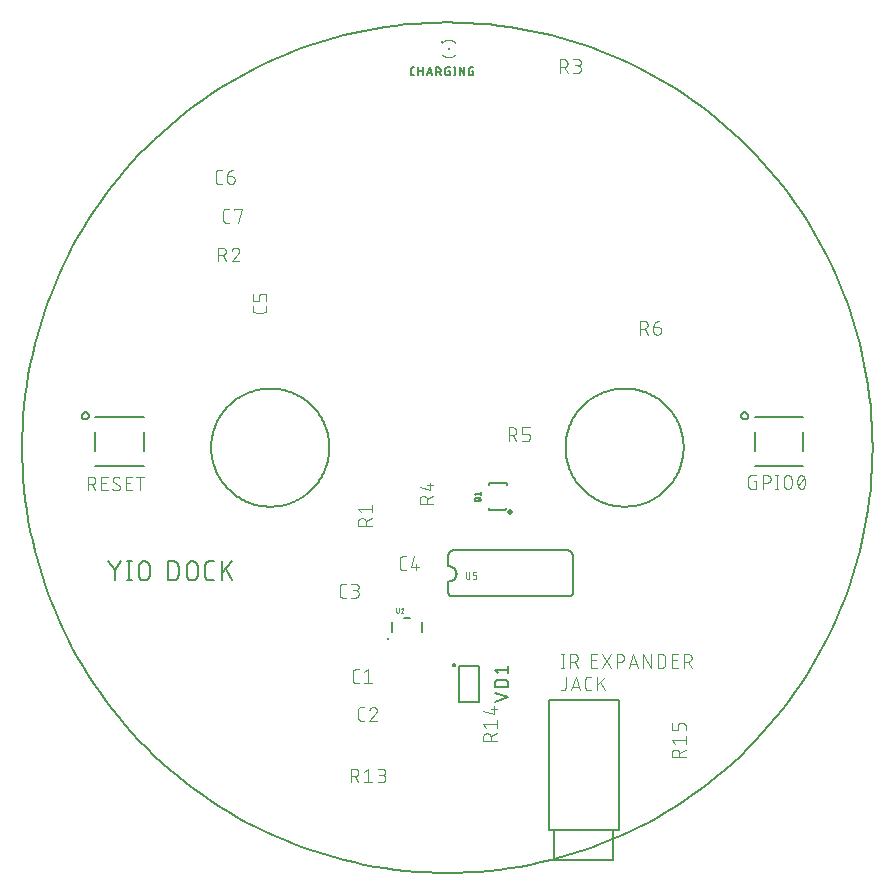
<source format=gto>
G04 EAGLE Gerber RS-274X export*
G75*
%MOMM*%
%FSLAX34Y34*%
%LPD*%
%INSilk top*%
%IPPOS*%
%AMOC8*
5,1,8,0,0,1.08239X$1,22.5*%
G01*
%ADD10C,0.152400*%
%ADD11C,0.101600*%
%ADD12R,0.200000X0.200000*%
%ADD13R,0.150000X0.250000*%
%ADD14C,0.203200*%
%ADD15C,0.050800*%
%ADD16C,0.127000*%
%ADD17C,0.508000*%
%ADD18C,0.254000*%
%ADD19C,0.025400*%


D10*
X0Y360000D02*
X108Y368835D01*
X434Y377664D01*
X975Y386483D01*
X1733Y395286D01*
X2707Y404068D01*
X3896Y412823D01*
X5300Y421546D01*
X6917Y430233D01*
X8747Y438876D01*
X10789Y447473D01*
X13041Y456017D01*
X15501Y464502D01*
X18170Y472925D01*
X21044Y481280D01*
X24123Y489562D01*
X27403Y497766D01*
X30884Y505887D01*
X34564Y513920D01*
X38439Y521860D01*
X42508Y529703D01*
X46769Y537443D01*
X51218Y545077D01*
X55853Y552599D01*
X60671Y560005D01*
X65669Y567291D01*
X70845Y574452D01*
X76195Y581483D01*
X81716Y588382D01*
X87405Y595142D01*
X93258Y601761D01*
X99271Y608235D01*
X105442Y614558D01*
X111765Y620729D01*
X118239Y626742D01*
X124858Y632595D01*
X131618Y638284D01*
X138517Y643805D01*
X145548Y649155D01*
X152709Y654331D01*
X159995Y659329D01*
X167401Y664147D01*
X174923Y668782D01*
X182557Y673231D01*
X190297Y677492D01*
X198140Y681561D01*
X206080Y685436D01*
X214113Y689116D01*
X222234Y692597D01*
X230438Y695877D01*
X238720Y698956D01*
X247075Y701830D01*
X255498Y704499D01*
X263983Y706959D01*
X272527Y709211D01*
X281124Y711253D01*
X289767Y713083D01*
X298454Y714700D01*
X307177Y716104D01*
X315932Y717293D01*
X324714Y718267D01*
X333517Y719025D01*
X342336Y719566D01*
X351165Y719892D01*
X360000Y720000D01*
X368835Y719892D01*
X377664Y719566D01*
X386483Y719025D01*
X395286Y718267D01*
X404068Y717293D01*
X412823Y716104D01*
X421546Y714700D01*
X430233Y713083D01*
X438876Y711253D01*
X447473Y709211D01*
X456017Y706959D01*
X464502Y704499D01*
X472925Y701830D01*
X481280Y698956D01*
X489562Y695877D01*
X497766Y692597D01*
X505887Y689116D01*
X513920Y685436D01*
X521860Y681561D01*
X529703Y677492D01*
X537443Y673231D01*
X545077Y668782D01*
X552599Y664147D01*
X560005Y659329D01*
X567291Y654331D01*
X574452Y649155D01*
X581483Y643805D01*
X588382Y638284D01*
X595142Y632595D01*
X601761Y626742D01*
X608235Y620729D01*
X614558Y614558D01*
X620729Y608235D01*
X626742Y601761D01*
X632595Y595142D01*
X638284Y588382D01*
X643805Y581483D01*
X649155Y574452D01*
X654331Y567291D01*
X659329Y560005D01*
X664147Y552599D01*
X668782Y545077D01*
X673231Y537443D01*
X677492Y529703D01*
X681561Y521860D01*
X685436Y513920D01*
X689116Y505887D01*
X692597Y497766D01*
X695877Y489562D01*
X698956Y481280D01*
X701830Y472925D01*
X704499Y464502D01*
X706959Y456017D01*
X709211Y447473D01*
X711253Y438876D01*
X713083Y430233D01*
X714700Y421546D01*
X716104Y412823D01*
X717293Y404068D01*
X718267Y395286D01*
X719025Y386483D01*
X719566Y377664D01*
X719892Y368835D01*
X720000Y360000D01*
X719892Y351165D01*
X719566Y342336D01*
X719025Y333517D01*
X718267Y324714D01*
X717293Y315932D01*
X716104Y307177D01*
X714700Y298454D01*
X713083Y289767D01*
X711253Y281124D01*
X709211Y272527D01*
X706959Y263983D01*
X704499Y255498D01*
X701830Y247075D01*
X698956Y238720D01*
X695877Y230438D01*
X692597Y222234D01*
X689116Y214113D01*
X685436Y206080D01*
X681561Y198140D01*
X677492Y190297D01*
X673231Y182557D01*
X668782Y174923D01*
X664147Y167401D01*
X659329Y159995D01*
X654331Y152709D01*
X649155Y145548D01*
X643805Y138517D01*
X638284Y131618D01*
X632595Y124858D01*
X626742Y118239D01*
X620729Y111765D01*
X614558Y105442D01*
X608235Y99271D01*
X601761Y93258D01*
X595142Y87405D01*
X588382Y81716D01*
X581483Y76195D01*
X574452Y70845D01*
X567291Y65669D01*
X560005Y60671D01*
X552599Y55853D01*
X545077Y51218D01*
X537443Y46769D01*
X529703Y42508D01*
X521860Y38439D01*
X513920Y34564D01*
X505887Y30884D01*
X497766Y27403D01*
X489562Y24123D01*
X481280Y21044D01*
X472925Y18170D01*
X464502Y15501D01*
X456017Y13041D01*
X447473Y10789D01*
X438876Y8747D01*
X430233Y6917D01*
X421546Y5300D01*
X412823Y3896D01*
X404068Y2707D01*
X395286Y1733D01*
X386483Y975D01*
X377664Y434D01*
X368835Y108D01*
X360000Y0D01*
X351165Y108D01*
X342336Y434D01*
X333517Y975D01*
X324714Y1733D01*
X315932Y2707D01*
X307177Y3896D01*
X298454Y5300D01*
X289767Y6917D01*
X281124Y8747D01*
X272527Y10789D01*
X263983Y13041D01*
X255498Y15501D01*
X247075Y18170D01*
X238720Y21044D01*
X230438Y24123D01*
X222234Y27403D01*
X214113Y30884D01*
X206080Y34564D01*
X198140Y38439D01*
X190297Y42508D01*
X182557Y46769D01*
X174923Y51218D01*
X167401Y55853D01*
X159995Y60671D01*
X152709Y65669D01*
X145548Y70845D01*
X138517Y76195D01*
X131618Y81716D01*
X124858Y87405D01*
X118239Y93258D01*
X111765Y99271D01*
X105442Y105442D01*
X99271Y111765D01*
X93258Y118239D01*
X87405Y124858D01*
X81716Y131618D01*
X76195Y138517D01*
X70845Y145548D01*
X65669Y152709D01*
X60671Y159995D01*
X55853Y167401D01*
X51218Y174923D01*
X46769Y182557D01*
X42508Y190297D01*
X38439Y198140D01*
X34564Y206080D01*
X30884Y214113D01*
X27403Y222234D01*
X24123Y230438D01*
X21044Y238720D01*
X18170Y247075D01*
X15501Y255498D01*
X13041Y263983D01*
X10789Y272527D01*
X8747Y281124D01*
X6917Y289767D01*
X5300Y298454D01*
X3896Y307177D01*
X2707Y315932D01*
X1733Y324714D01*
X975Y333517D01*
X434Y342336D01*
X108Y351165D01*
X0Y360000D01*
X460000Y360000D02*
X460015Y361227D01*
X460060Y362453D01*
X460135Y363678D01*
X460241Y364901D01*
X460376Y366121D01*
X460541Y367337D01*
X460736Y368548D01*
X460961Y369755D01*
X461215Y370955D01*
X461498Y372149D01*
X461811Y373336D01*
X462153Y374514D01*
X462524Y375684D01*
X462923Y376844D01*
X463350Y377995D01*
X463806Y379134D01*
X464290Y380262D01*
X464801Y381378D01*
X465339Y382481D01*
X465904Y383570D01*
X466496Y384645D01*
X467114Y385705D01*
X467757Y386750D01*
X468427Y387779D01*
X469121Y388790D01*
X469840Y389785D01*
X470583Y390762D01*
X471349Y391720D01*
X472140Y392659D01*
X472952Y393578D01*
X473788Y394477D01*
X474645Y395355D01*
X475523Y396212D01*
X476422Y397048D01*
X477341Y397860D01*
X478280Y398651D01*
X479238Y399417D01*
X480215Y400160D01*
X481210Y400879D01*
X482221Y401573D01*
X483250Y402243D01*
X484295Y402886D01*
X485355Y403504D01*
X486430Y404096D01*
X487519Y404661D01*
X488622Y405199D01*
X489738Y405710D01*
X490866Y406194D01*
X492005Y406650D01*
X493156Y407077D01*
X494316Y407476D01*
X495486Y407847D01*
X496664Y408189D01*
X497851Y408502D01*
X499045Y408785D01*
X500245Y409039D01*
X501452Y409264D01*
X502663Y409459D01*
X503879Y409624D01*
X505099Y409759D01*
X506322Y409865D01*
X507547Y409940D01*
X508773Y409985D01*
X510000Y410000D01*
X511227Y409985D01*
X512453Y409940D01*
X513678Y409865D01*
X514901Y409759D01*
X516121Y409624D01*
X517337Y409459D01*
X518548Y409264D01*
X519755Y409039D01*
X520955Y408785D01*
X522149Y408502D01*
X523336Y408189D01*
X524514Y407847D01*
X525684Y407476D01*
X526844Y407077D01*
X527995Y406650D01*
X529134Y406194D01*
X530262Y405710D01*
X531378Y405199D01*
X532481Y404661D01*
X533570Y404096D01*
X534645Y403504D01*
X535705Y402886D01*
X536750Y402243D01*
X537779Y401573D01*
X538790Y400879D01*
X539785Y400160D01*
X540762Y399417D01*
X541720Y398651D01*
X542659Y397860D01*
X543578Y397048D01*
X544477Y396212D01*
X545355Y395355D01*
X546212Y394477D01*
X547048Y393578D01*
X547860Y392659D01*
X548651Y391720D01*
X549417Y390762D01*
X550160Y389785D01*
X550879Y388790D01*
X551573Y387779D01*
X552243Y386750D01*
X552886Y385705D01*
X553504Y384645D01*
X554096Y383570D01*
X554661Y382481D01*
X555199Y381378D01*
X555710Y380262D01*
X556194Y379134D01*
X556650Y377995D01*
X557077Y376844D01*
X557476Y375684D01*
X557847Y374514D01*
X558189Y373336D01*
X558502Y372149D01*
X558785Y370955D01*
X559039Y369755D01*
X559264Y368548D01*
X559459Y367337D01*
X559624Y366121D01*
X559759Y364901D01*
X559865Y363678D01*
X559940Y362453D01*
X559985Y361227D01*
X560000Y360000D01*
X559985Y358773D01*
X559940Y357547D01*
X559865Y356322D01*
X559759Y355099D01*
X559624Y353879D01*
X559459Y352663D01*
X559264Y351452D01*
X559039Y350245D01*
X558785Y349045D01*
X558502Y347851D01*
X558189Y346664D01*
X557847Y345486D01*
X557476Y344316D01*
X557077Y343156D01*
X556650Y342005D01*
X556194Y340866D01*
X555710Y339738D01*
X555199Y338622D01*
X554661Y337519D01*
X554096Y336430D01*
X553504Y335355D01*
X552886Y334295D01*
X552243Y333250D01*
X551573Y332221D01*
X550879Y331210D01*
X550160Y330215D01*
X549417Y329238D01*
X548651Y328280D01*
X547860Y327341D01*
X547048Y326422D01*
X546212Y325523D01*
X545355Y324645D01*
X544477Y323788D01*
X543578Y322952D01*
X542659Y322140D01*
X541720Y321349D01*
X540762Y320583D01*
X539785Y319840D01*
X538790Y319121D01*
X537779Y318427D01*
X536750Y317757D01*
X535705Y317114D01*
X534645Y316496D01*
X533570Y315904D01*
X532481Y315339D01*
X531378Y314801D01*
X530262Y314290D01*
X529134Y313806D01*
X527995Y313350D01*
X526844Y312923D01*
X525684Y312524D01*
X524514Y312153D01*
X523336Y311811D01*
X522149Y311498D01*
X520955Y311215D01*
X519755Y310961D01*
X518548Y310736D01*
X517337Y310541D01*
X516121Y310376D01*
X514901Y310241D01*
X513678Y310135D01*
X512453Y310060D01*
X511227Y310015D01*
X510000Y310000D01*
X508773Y310015D01*
X507547Y310060D01*
X506322Y310135D01*
X505099Y310241D01*
X503879Y310376D01*
X502663Y310541D01*
X501452Y310736D01*
X500245Y310961D01*
X499045Y311215D01*
X497851Y311498D01*
X496664Y311811D01*
X495486Y312153D01*
X494316Y312524D01*
X493156Y312923D01*
X492005Y313350D01*
X490866Y313806D01*
X489738Y314290D01*
X488622Y314801D01*
X487519Y315339D01*
X486430Y315904D01*
X485355Y316496D01*
X484295Y317114D01*
X483250Y317757D01*
X482221Y318427D01*
X481210Y319121D01*
X480215Y319840D01*
X479238Y320583D01*
X478280Y321349D01*
X477341Y322140D01*
X476422Y322952D01*
X475523Y323788D01*
X474645Y324645D01*
X473788Y325523D01*
X472952Y326422D01*
X472140Y327341D01*
X471349Y328280D01*
X470583Y329238D01*
X469840Y330215D01*
X469121Y331210D01*
X468427Y332221D01*
X467757Y333250D01*
X467114Y334295D01*
X466496Y335355D01*
X465904Y336430D01*
X465339Y337519D01*
X464801Y338622D01*
X464290Y339738D01*
X463806Y340866D01*
X463350Y342005D01*
X462923Y343156D01*
X462524Y344316D01*
X462153Y345486D01*
X461811Y346664D01*
X461498Y347851D01*
X461215Y349045D01*
X460961Y350245D01*
X460736Y351452D01*
X460541Y352663D01*
X460376Y353879D01*
X460241Y355099D01*
X460135Y356322D01*
X460060Y357547D01*
X460015Y358773D01*
X460000Y360000D01*
X160000Y360000D02*
X160015Y361227D01*
X160060Y362453D01*
X160135Y363678D01*
X160241Y364901D01*
X160376Y366121D01*
X160541Y367337D01*
X160736Y368548D01*
X160961Y369755D01*
X161215Y370955D01*
X161498Y372149D01*
X161811Y373336D01*
X162153Y374514D01*
X162524Y375684D01*
X162923Y376844D01*
X163350Y377995D01*
X163806Y379134D01*
X164290Y380262D01*
X164801Y381378D01*
X165339Y382481D01*
X165904Y383570D01*
X166496Y384645D01*
X167114Y385705D01*
X167757Y386750D01*
X168427Y387779D01*
X169121Y388790D01*
X169840Y389785D01*
X170583Y390762D01*
X171349Y391720D01*
X172140Y392659D01*
X172952Y393578D01*
X173788Y394477D01*
X174645Y395355D01*
X175523Y396212D01*
X176422Y397048D01*
X177341Y397860D01*
X178280Y398651D01*
X179238Y399417D01*
X180215Y400160D01*
X181210Y400879D01*
X182221Y401573D01*
X183250Y402243D01*
X184295Y402886D01*
X185355Y403504D01*
X186430Y404096D01*
X187519Y404661D01*
X188622Y405199D01*
X189738Y405710D01*
X190866Y406194D01*
X192005Y406650D01*
X193156Y407077D01*
X194316Y407476D01*
X195486Y407847D01*
X196664Y408189D01*
X197851Y408502D01*
X199045Y408785D01*
X200245Y409039D01*
X201452Y409264D01*
X202663Y409459D01*
X203879Y409624D01*
X205099Y409759D01*
X206322Y409865D01*
X207547Y409940D01*
X208773Y409985D01*
X210000Y410000D01*
X211227Y409985D01*
X212453Y409940D01*
X213678Y409865D01*
X214901Y409759D01*
X216121Y409624D01*
X217337Y409459D01*
X218548Y409264D01*
X219755Y409039D01*
X220955Y408785D01*
X222149Y408502D01*
X223336Y408189D01*
X224514Y407847D01*
X225684Y407476D01*
X226844Y407077D01*
X227995Y406650D01*
X229134Y406194D01*
X230262Y405710D01*
X231378Y405199D01*
X232481Y404661D01*
X233570Y404096D01*
X234645Y403504D01*
X235705Y402886D01*
X236750Y402243D01*
X237779Y401573D01*
X238790Y400879D01*
X239785Y400160D01*
X240762Y399417D01*
X241720Y398651D01*
X242659Y397860D01*
X243578Y397048D01*
X244477Y396212D01*
X245355Y395355D01*
X246212Y394477D01*
X247048Y393578D01*
X247860Y392659D01*
X248651Y391720D01*
X249417Y390762D01*
X250160Y389785D01*
X250879Y388790D01*
X251573Y387779D01*
X252243Y386750D01*
X252886Y385705D01*
X253504Y384645D01*
X254096Y383570D01*
X254661Y382481D01*
X255199Y381378D01*
X255710Y380262D01*
X256194Y379134D01*
X256650Y377995D01*
X257077Y376844D01*
X257476Y375684D01*
X257847Y374514D01*
X258189Y373336D01*
X258502Y372149D01*
X258785Y370955D01*
X259039Y369755D01*
X259264Y368548D01*
X259459Y367337D01*
X259624Y366121D01*
X259759Y364901D01*
X259865Y363678D01*
X259940Y362453D01*
X259985Y361227D01*
X260000Y360000D01*
X259985Y358773D01*
X259940Y357547D01*
X259865Y356322D01*
X259759Y355099D01*
X259624Y353879D01*
X259459Y352663D01*
X259264Y351452D01*
X259039Y350245D01*
X258785Y349045D01*
X258502Y347851D01*
X258189Y346664D01*
X257847Y345486D01*
X257476Y344316D01*
X257077Y343156D01*
X256650Y342005D01*
X256194Y340866D01*
X255710Y339738D01*
X255199Y338622D01*
X254661Y337519D01*
X254096Y336430D01*
X253504Y335355D01*
X252886Y334295D01*
X252243Y333250D01*
X251573Y332221D01*
X250879Y331210D01*
X250160Y330215D01*
X249417Y329238D01*
X248651Y328280D01*
X247860Y327341D01*
X247048Y326422D01*
X246212Y325523D01*
X245355Y324645D01*
X244477Y323788D01*
X243578Y322952D01*
X242659Y322140D01*
X241720Y321349D01*
X240762Y320583D01*
X239785Y319840D01*
X238790Y319121D01*
X237779Y318427D01*
X236750Y317757D01*
X235705Y317114D01*
X234645Y316496D01*
X233570Y315904D01*
X232481Y315339D01*
X231378Y314801D01*
X230262Y314290D01*
X229134Y313806D01*
X227995Y313350D01*
X226844Y312923D01*
X225684Y312524D01*
X224514Y312153D01*
X223336Y311811D01*
X222149Y311498D01*
X220955Y311215D01*
X219755Y310961D01*
X218548Y310736D01*
X217337Y310541D01*
X216121Y310376D01*
X214901Y310241D01*
X213678Y310135D01*
X212453Y310060D01*
X211227Y310015D01*
X210000Y310000D01*
X208773Y310015D01*
X207547Y310060D01*
X206322Y310135D01*
X205099Y310241D01*
X203879Y310376D01*
X202663Y310541D01*
X201452Y310736D01*
X200245Y310961D01*
X199045Y311215D01*
X197851Y311498D01*
X196664Y311811D01*
X195486Y312153D01*
X194316Y312524D01*
X193156Y312923D01*
X192005Y313350D01*
X190866Y313806D01*
X189738Y314290D01*
X188622Y314801D01*
X187519Y315339D01*
X186430Y315904D01*
X185355Y316496D01*
X184295Y317114D01*
X183250Y317757D01*
X182221Y318427D01*
X181210Y319121D01*
X180215Y319840D01*
X179238Y320583D01*
X178280Y321349D01*
X177341Y322140D01*
X176422Y322952D01*
X175523Y323788D01*
X174645Y324645D01*
X173788Y325523D01*
X172952Y326422D01*
X172140Y327341D01*
X171349Y328280D01*
X170583Y329238D01*
X169840Y330215D01*
X169121Y331210D01*
X168427Y332221D01*
X167757Y333250D01*
X167114Y334295D01*
X166496Y335355D01*
X165904Y336430D01*
X165339Y337519D01*
X164801Y338622D01*
X164290Y339738D01*
X163806Y340866D01*
X163350Y342005D01*
X162923Y343156D01*
X162524Y344316D01*
X162153Y345486D01*
X161811Y346664D01*
X161498Y347851D01*
X161215Y349045D01*
X160961Y350245D01*
X160736Y351452D01*
X160541Y352663D01*
X160376Y353879D01*
X160241Y355099D01*
X160135Y356322D01*
X160060Y357547D01*
X160015Y358773D01*
X160000Y360000D01*
X72898Y263906D02*
X78317Y256230D01*
X83735Y263906D01*
X78317Y256230D02*
X78317Y247650D01*
X90822Y247650D02*
X90822Y263906D01*
X89015Y247650D02*
X92628Y247650D01*
X92628Y263906D02*
X89015Y263906D01*
X98811Y259390D02*
X98811Y252166D01*
X98811Y259390D02*
X98813Y259523D01*
X98819Y259655D01*
X98829Y259787D01*
X98842Y259919D01*
X98860Y260051D01*
X98881Y260181D01*
X98906Y260312D01*
X98935Y260441D01*
X98968Y260569D01*
X99004Y260697D01*
X99044Y260823D01*
X99088Y260948D01*
X99136Y261072D01*
X99187Y261194D01*
X99242Y261315D01*
X99300Y261434D01*
X99362Y261552D01*
X99427Y261667D01*
X99496Y261781D01*
X99567Y261892D01*
X99643Y262001D01*
X99721Y262108D01*
X99802Y262213D01*
X99887Y262315D01*
X99974Y262415D01*
X100064Y262512D01*
X100157Y262607D01*
X100253Y262698D01*
X100351Y262787D01*
X100452Y262873D01*
X100556Y262956D01*
X100662Y263036D01*
X100770Y263112D01*
X100880Y263186D01*
X100993Y263256D01*
X101107Y263323D01*
X101224Y263386D01*
X101342Y263446D01*
X101462Y263503D01*
X101584Y263556D01*
X101707Y263605D01*
X101831Y263651D01*
X101957Y263693D01*
X102084Y263731D01*
X102212Y263766D01*
X102341Y263797D01*
X102470Y263824D01*
X102601Y263847D01*
X102732Y263867D01*
X102864Y263882D01*
X102996Y263894D01*
X103128Y263902D01*
X103261Y263906D01*
X103393Y263906D01*
X103526Y263902D01*
X103658Y263894D01*
X103790Y263882D01*
X103922Y263867D01*
X104053Y263847D01*
X104184Y263824D01*
X104313Y263797D01*
X104442Y263766D01*
X104570Y263731D01*
X104697Y263693D01*
X104823Y263651D01*
X104947Y263605D01*
X105070Y263556D01*
X105192Y263503D01*
X105312Y263446D01*
X105430Y263386D01*
X105547Y263323D01*
X105661Y263256D01*
X105774Y263186D01*
X105884Y263112D01*
X105992Y263036D01*
X106098Y262956D01*
X106202Y262873D01*
X106303Y262787D01*
X106401Y262698D01*
X106497Y262607D01*
X106590Y262512D01*
X106680Y262415D01*
X106767Y262315D01*
X106852Y262213D01*
X106933Y262108D01*
X107011Y262001D01*
X107087Y261892D01*
X107158Y261781D01*
X107227Y261667D01*
X107292Y261552D01*
X107354Y261434D01*
X107412Y261315D01*
X107467Y261194D01*
X107518Y261072D01*
X107566Y260948D01*
X107610Y260823D01*
X107650Y260697D01*
X107686Y260569D01*
X107719Y260441D01*
X107748Y260312D01*
X107773Y260181D01*
X107794Y260051D01*
X107812Y259919D01*
X107825Y259787D01*
X107835Y259655D01*
X107841Y259523D01*
X107843Y259390D01*
X107842Y259390D02*
X107842Y252166D01*
X107843Y252166D02*
X107841Y252033D01*
X107835Y251901D01*
X107825Y251769D01*
X107812Y251637D01*
X107794Y251505D01*
X107773Y251375D01*
X107748Y251244D01*
X107719Y251115D01*
X107686Y250987D01*
X107650Y250859D01*
X107610Y250733D01*
X107566Y250608D01*
X107518Y250484D01*
X107467Y250362D01*
X107412Y250241D01*
X107354Y250122D01*
X107292Y250004D01*
X107227Y249889D01*
X107158Y249775D01*
X107087Y249664D01*
X107011Y249555D01*
X106933Y249448D01*
X106852Y249343D01*
X106767Y249241D01*
X106680Y249141D01*
X106590Y249044D01*
X106497Y248949D01*
X106401Y248858D01*
X106303Y248769D01*
X106202Y248683D01*
X106098Y248600D01*
X105992Y248520D01*
X105884Y248444D01*
X105774Y248370D01*
X105661Y248300D01*
X105547Y248233D01*
X105430Y248170D01*
X105312Y248110D01*
X105192Y248053D01*
X105070Y248000D01*
X104947Y247951D01*
X104823Y247905D01*
X104697Y247863D01*
X104570Y247825D01*
X104442Y247790D01*
X104313Y247759D01*
X104184Y247732D01*
X104053Y247709D01*
X103922Y247689D01*
X103790Y247674D01*
X103658Y247662D01*
X103526Y247654D01*
X103393Y247650D01*
X103261Y247650D01*
X103128Y247654D01*
X102996Y247662D01*
X102864Y247674D01*
X102732Y247689D01*
X102601Y247709D01*
X102470Y247732D01*
X102341Y247759D01*
X102212Y247790D01*
X102084Y247825D01*
X101957Y247863D01*
X101831Y247905D01*
X101707Y247951D01*
X101584Y248000D01*
X101462Y248053D01*
X101342Y248110D01*
X101224Y248170D01*
X101107Y248233D01*
X100993Y248300D01*
X100880Y248370D01*
X100770Y248444D01*
X100662Y248520D01*
X100556Y248600D01*
X100452Y248683D01*
X100351Y248769D01*
X100253Y248858D01*
X100157Y248949D01*
X100064Y249044D01*
X99974Y249141D01*
X99887Y249241D01*
X99802Y249343D01*
X99721Y249448D01*
X99643Y249555D01*
X99567Y249664D01*
X99496Y249775D01*
X99427Y249889D01*
X99362Y250004D01*
X99300Y250122D01*
X99242Y250241D01*
X99187Y250362D01*
X99136Y250484D01*
X99088Y250608D01*
X99044Y250733D01*
X99004Y250859D01*
X98968Y250987D01*
X98935Y251115D01*
X98906Y251244D01*
X98881Y251375D01*
X98860Y251505D01*
X98842Y251637D01*
X98829Y251769D01*
X98819Y251901D01*
X98813Y252033D01*
X98811Y252166D01*
X123300Y247650D02*
X123300Y263906D01*
X127815Y263906D01*
X127946Y263904D01*
X128078Y263898D01*
X128209Y263889D01*
X128339Y263875D01*
X128470Y263858D01*
X128599Y263837D01*
X128728Y263813D01*
X128856Y263784D01*
X128984Y263752D01*
X129110Y263716D01*
X129235Y263677D01*
X129360Y263634D01*
X129482Y263587D01*
X129604Y263537D01*
X129724Y263483D01*
X129842Y263426D01*
X129958Y263365D01*
X130073Y263301D01*
X130186Y263234D01*
X130297Y263163D01*
X130405Y263089D01*
X130512Y263012D01*
X130616Y262932D01*
X130718Y262849D01*
X130817Y262764D01*
X130914Y262675D01*
X131008Y262583D01*
X131100Y262489D01*
X131189Y262392D01*
X131274Y262293D01*
X131357Y262191D01*
X131437Y262087D01*
X131514Y261980D01*
X131588Y261872D01*
X131659Y261761D01*
X131726Y261648D01*
X131790Y261533D01*
X131851Y261417D01*
X131908Y261299D01*
X131962Y261179D01*
X132012Y261057D01*
X132059Y260935D01*
X132102Y260810D01*
X132141Y260685D01*
X132177Y260559D01*
X132209Y260431D01*
X132238Y260303D01*
X132262Y260174D01*
X132283Y260045D01*
X132300Y259914D01*
X132314Y259784D01*
X132323Y259653D01*
X132329Y259521D01*
X132331Y259390D01*
X132331Y252166D01*
X132332Y252166D02*
X132330Y252035D01*
X132324Y251903D01*
X132315Y251772D01*
X132301Y251642D01*
X132284Y251511D01*
X132263Y251382D01*
X132239Y251253D01*
X132210Y251125D01*
X132178Y250997D01*
X132142Y250871D01*
X132103Y250746D01*
X132060Y250621D01*
X132013Y250499D01*
X131963Y250377D01*
X131909Y250257D01*
X131852Y250139D01*
X131791Y250023D01*
X131727Y249908D01*
X131660Y249795D01*
X131589Y249684D01*
X131515Y249576D01*
X131438Y249469D01*
X131358Y249365D01*
X131275Y249263D01*
X131190Y249164D01*
X131101Y249067D01*
X131009Y248973D01*
X130915Y248881D01*
X130818Y248792D01*
X130719Y248707D01*
X130617Y248624D01*
X130513Y248544D01*
X130406Y248467D01*
X130298Y248393D01*
X130187Y248322D01*
X130074Y248255D01*
X129959Y248191D01*
X129843Y248130D01*
X129725Y248073D01*
X129605Y248019D01*
X129483Y247969D01*
X129361Y247922D01*
X129236Y247879D01*
X129111Y247840D01*
X128985Y247804D01*
X128857Y247772D01*
X128729Y247743D01*
X128600Y247719D01*
X128470Y247698D01*
X128340Y247681D01*
X128210Y247667D01*
X128079Y247658D01*
X127947Y247652D01*
X127816Y247650D01*
X127815Y247650D02*
X123300Y247650D01*
X139452Y252166D02*
X139452Y259390D01*
X139454Y259523D01*
X139460Y259655D01*
X139470Y259787D01*
X139483Y259919D01*
X139501Y260051D01*
X139522Y260181D01*
X139547Y260312D01*
X139576Y260441D01*
X139609Y260569D01*
X139645Y260697D01*
X139685Y260823D01*
X139729Y260948D01*
X139777Y261072D01*
X139828Y261194D01*
X139883Y261315D01*
X139941Y261434D01*
X140003Y261552D01*
X140068Y261667D01*
X140137Y261781D01*
X140208Y261892D01*
X140284Y262001D01*
X140362Y262108D01*
X140443Y262213D01*
X140528Y262315D01*
X140615Y262415D01*
X140705Y262512D01*
X140798Y262607D01*
X140894Y262698D01*
X140992Y262787D01*
X141093Y262873D01*
X141197Y262956D01*
X141303Y263036D01*
X141411Y263112D01*
X141521Y263186D01*
X141634Y263256D01*
X141748Y263323D01*
X141865Y263386D01*
X141983Y263446D01*
X142103Y263503D01*
X142225Y263556D01*
X142348Y263605D01*
X142472Y263651D01*
X142598Y263693D01*
X142725Y263731D01*
X142853Y263766D01*
X142982Y263797D01*
X143111Y263824D01*
X143242Y263847D01*
X143373Y263867D01*
X143505Y263882D01*
X143637Y263894D01*
X143769Y263902D01*
X143902Y263906D01*
X144034Y263906D01*
X144167Y263902D01*
X144299Y263894D01*
X144431Y263882D01*
X144563Y263867D01*
X144694Y263847D01*
X144825Y263824D01*
X144954Y263797D01*
X145083Y263766D01*
X145211Y263731D01*
X145338Y263693D01*
X145464Y263651D01*
X145588Y263605D01*
X145711Y263556D01*
X145833Y263503D01*
X145953Y263446D01*
X146071Y263386D01*
X146188Y263323D01*
X146302Y263256D01*
X146415Y263186D01*
X146525Y263112D01*
X146633Y263036D01*
X146739Y262956D01*
X146843Y262873D01*
X146944Y262787D01*
X147042Y262698D01*
X147138Y262607D01*
X147231Y262512D01*
X147321Y262415D01*
X147408Y262315D01*
X147493Y262213D01*
X147574Y262108D01*
X147652Y262001D01*
X147728Y261892D01*
X147799Y261781D01*
X147868Y261667D01*
X147933Y261552D01*
X147995Y261434D01*
X148053Y261315D01*
X148108Y261194D01*
X148159Y261072D01*
X148207Y260948D01*
X148251Y260823D01*
X148291Y260697D01*
X148327Y260569D01*
X148360Y260441D01*
X148389Y260312D01*
X148414Y260181D01*
X148435Y260051D01*
X148453Y259919D01*
X148466Y259787D01*
X148476Y259655D01*
X148482Y259523D01*
X148484Y259390D01*
X148483Y259390D02*
X148483Y252166D01*
X148484Y252166D02*
X148482Y252033D01*
X148476Y251901D01*
X148466Y251769D01*
X148453Y251637D01*
X148435Y251505D01*
X148414Y251375D01*
X148389Y251244D01*
X148360Y251115D01*
X148327Y250987D01*
X148291Y250859D01*
X148251Y250733D01*
X148207Y250608D01*
X148159Y250484D01*
X148108Y250362D01*
X148053Y250241D01*
X147995Y250122D01*
X147933Y250004D01*
X147868Y249889D01*
X147799Y249775D01*
X147728Y249664D01*
X147652Y249555D01*
X147574Y249448D01*
X147493Y249343D01*
X147408Y249241D01*
X147321Y249141D01*
X147231Y249044D01*
X147138Y248949D01*
X147042Y248858D01*
X146944Y248769D01*
X146843Y248683D01*
X146739Y248600D01*
X146633Y248520D01*
X146525Y248444D01*
X146415Y248370D01*
X146302Y248300D01*
X146188Y248233D01*
X146071Y248170D01*
X145953Y248110D01*
X145833Y248053D01*
X145711Y248000D01*
X145588Y247951D01*
X145464Y247905D01*
X145338Y247863D01*
X145211Y247825D01*
X145083Y247790D01*
X144954Y247759D01*
X144825Y247732D01*
X144694Y247709D01*
X144563Y247689D01*
X144431Y247674D01*
X144299Y247662D01*
X144167Y247654D01*
X144034Y247650D01*
X143902Y247650D01*
X143769Y247654D01*
X143637Y247662D01*
X143505Y247674D01*
X143373Y247689D01*
X143242Y247709D01*
X143111Y247732D01*
X142982Y247759D01*
X142853Y247790D01*
X142725Y247825D01*
X142598Y247863D01*
X142472Y247905D01*
X142348Y247951D01*
X142225Y248000D01*
X142103Y248053D01*
X141983Y248110D01*
X141865Y248170D01*
X141748Y248233D01*
X141634Y248300D01*
X141521Y248370D01*
X141411Y248444D01*
X141303Y248520D01*
X141197Y248600D01*
X141093Y248683D01*
X140992Y248769D01*
X140894Y248858D01*
X140798Y248949D01*
X140705Y249044D01*
X140615Y249141D01*
X140528Y249241D01*
X140443Y249343D01*
X140362Y249448D01*
X140284Y249555D01*
X140208Y249664D01*
X140137Y249775D01*
X140068Y249889D01*
X140003Y250004D01*
X139941Y250122D01*
X139883Y250241D01*
X139828Y250362D01*
X139777Y250484D01*
X139729Y250608D01*
X139685Y250733D01*
X139645Y250859D01*
X139609Y250987D01*
X139576Y251115D01*
X139547Y251244D01*
X139522Y251375D01*
X139501Y251505D01*
X139483Y251637D01*
X139470Y251769D01*
X139460Y251901D01*
X139454Y252033D01*
X139452Y252166D01*
X158656Y247650D02*
X162269Y247650D01*
X158656Y247650D02*
X158538Y247652D01*
X158420Y247658D01*
X158302Y247667D01*
X158185Y247681D01*
X158068Y247698D01*
X157951Y247719D01*
X157836Y247744D01*
X157721Y247773D01*
X157607Y247806D01*
X157495Y247842D01*
X157384Y247882D01*
X157274Y247925D01*
X157165Y247972D01*
X157058Y248022D01*
X156953Y248077D01*
X156850Y248134D01*
X156749Y248195D01*
X156649Y248259D01*
X156552Y248326D01*
X156457Y248396D01*
X156365Y248470D01*
X156274Y248546D01*
X156187Y248626D01*
X156102Y248708D01*
X156020Y248793D01*
X155940Y248880D01*
X155864Y248971D01*
X155790Y249063D01*
X155720Y249158D01*
X155653Y249255D01*
X155589Y249355D01*
X155528Y249456D01*
X155471Y249559D01*
X155416Y249664D01*
X155366Y249771D01*
X155319Y249880D01*
X155276Y249990D01*
X155236Y250101D01*
X155200Y250213D01*
X155167Y250327D01*
X155138Y250442D01*
X155113Y250557D01*
X155092Y250674D01*
X155075Y250791D01*
X155061Y250908D01*
X155052Y251026D01*
X155046Y251144D01*
X155044Y251262D01*
X155044Y260294D01*
X155046Y260412D01*
X155052Y260530D01*
X155061Y260648D01*
X155075Y260765D01*
X155092Y260882D01*
X155113Y260999D01*
X155138Y261114D01*
X155167Y261229D01*
X155200Y261343D01*
X155236Y261455D01*
X155276Y261566D01*
X155319Y261676D01*
X155366Y261785D01*
X155416Y261892D01*
X155470Y261997D01*
X155528Y262100D01*
X155589Y262201D01*
X155653Y262301D01*
X155720Y262398D01*
X155790Y262493D01*
X155864Y262585D01*
X155940Y262676D01*
X156020Y262763D01*
X156102Y262848D01*
X156187Y262930D01*
X156274Y263010D01*
X156365Y263086D01*
X156457Y263160D01*
X156552Y263230D01*
X156649Y263297D01*
X156749Y263361D01*
X156850Y263422D01*
X156953Y263479D01*
X157058Y263533D01*
X157165Y263584D01*
X157274Y263631D01*
X157384Y263674D01*
X157495Y263714D01*
X157607Y263750D01*
X157721Y263783D01*
X157836Y263812D01*
X157951Y263837D01*
X158068Y263858D01*
X158185Y263875D01*
X158302Y263889D01*
X158420Y263898D01*
X158538Y263904D01*
X158656Y263906D01*
X162269Y263906D01*
X168841Y263906D02*
X168841Y247650D01*
X168841Y253972D02*
X177873Y263906D01*
X172454Y257584D02*
X177873Y247650D01*
D11*
X457482Y185166D02*
X457482Y173482D01*
X456184Y173482D02*
X458780Y173482D01*
X458780Y185166D02*
X456184Y185166D01*
X463835Y185166D02*
X463835Y173482D01*
X463835Y185166D02*
X467081Y185166D01*
X467194Y185164D01*
X467307Y185158D01*
X467420Y185148D01*
X467533Y185134D01*
X467645Y185117D01*
X467756Y185095D01*
X467866Y185070D01*
X467976Y185040D01*
X468084Y185007D01*
X468191Y184970D01*
X468297Y184930D01*
X468401Y184885D01*
X468504Y184837D01*
X468605Y184786D01*
X468704Y184731D01*
X468801Y184673D01*
X468896Y184611D01*
X468989Y184546D01*
X469079Y184478D01*
X469167Y184407D01*
X469253Y184332D01*
X469336Y184255D01*
X469416Y184175D01*
X469493Y184092D01*
X469568Y184006D01*
X469639Y183918D01*
X469707Y183828D01*
X469772Y183735D01*
X469834Y183640D01*
X469892Y183543D01*
X469947Y183444D01*
X469998Y183343D01*
X470046Y183240D01*
X470091Y183136D01*
X470131Y183030D01*
X470168Y182923D01*
X470201Y182815D01*
X470231Y182705D01*
X470256Y182595D01*
X470278Y182484D01*
X470295Y182372D01*
X470309Y182259D01*
X470319Y182146D01*
X470325Y182033D01*
X470327Y181920D01*
X470325Y181807D01*
X470319Y181694D01*
X470309Y181581D01*
X470295Y181468D01*
X470278Y181356D01*
X470256Y181245D01*
X470231Y181135D01*
X470201Y181025D01*
X470168Y180917D01*
X470131Y180810D01*
X470091Y180704D01*
X470046Y180600D01*
X469998Y180497D01*
X469947Y180396D01*
X469892Y180297D01*
X469834Y180200D01*
X469772Y180105D01*
X469707Y180012D01*
X469639Y179922D01*
X469568Y179834D01*
X469493Y179748D01*
X469416Y179665D01*
X469336Y179585D01*
X469253Y179508D01*
X469167Y179433D01*
X469079Y179362D01*
X468989Y179294D01*
X468896Y179229D01*
X468801Y179167D01*
X468704Y179109D01*
X468605Y179054D01*
X468504Y179003D01*
X468401Y178955D01*
X468297Y178910D01*
X468191Y178870D01*
X468084Y178833D01*
X467976Y178800D01*
X467866Y178770D01*
X467756Y178745D01*
X467645Y178723D01*
X467533Y178706D01*
X467420Y178692D01*
X467307Y178682D01*
X467194Y178676D01*
X467081Y178674D01*
X467081Y178675D02*
X463835Y178675D01*
X467730Y178675D02*
X470326Y173482D01*
X481691Y173482D02*
X486884Y173482D01*
X481691Y173482D02*
X481691Y185166D01*
X486884Y185166D01*
X485586Y179973D02*
X481691Y179973D01*
X490545Y173482D02*
X498334Y185166D01*
X490545Y185166D02*
X498334Y173482D01*
X503174Y173482D02*
X503174Y185166D01*
X506420Y185166D01*
X506533Y185164D01*
X506646Y185158D01*
X506759Y185148D01*
X506872Y185134D01*
X506984Y185117D01*
X507095Y185095D01*
X507205Y185070D01*
X507315Y185040D01*
X507423Y185007D01*
X507530Y184970D01*
X507636Y184930D01*
X507740Y184885D01*
X507843Y184837D01*
X507944Y184786D01*
X508043Y184731D01*
X508140Y184673D01*
X508235Y184611D01*
X508328Y184546D01*
X508418Y184478D01*
X508506Y184407D01*
X508592Y184332D01*
X508675Y184255D01*
X508755Y184175D01*
X508832Y184092D01*
X508907Y184006D01*
X508978Y183918D01*
X509046Y183828D01*
X509111Y183735D01*
X509173Y183640D01*
X509231Y183543D01*
X509286Y183444D01*
X509337Y183343D01*
X509385Y183240D01*
X509430Y183136D01*
X509470Y183030D01*
X509507Y182923D01*
X509540Y182815D01*
X509570Y182705D01*
X509595Y182595D01*
X509617Y182484D01*
X509634Y182372D01*
X509648Y182259D01*
X509658Y182146D01*
X509664Y182033D01*
X509666Y181920D01*
X509664Y181807D01*
X509658Y181694D01*
X509648Y181581D01*
X509634Y181468D01*
X509617Y181356D01*
X509595Y181245D01*
X509570Y181135D01*
X509540Y181025D01*
X509507Y180917D01*
X509470Y180810D01*
X509430Y180704D01*
X509385Y180600D01*
X509337Y180497D01*
X509286Y180396D01*
X509231Y180297D01*
X509173Y180200D01*
X509111Y180105D01*
X509046Y180012D01*
X508978Y179922D01*
X508907Y179834D01*
X508832Y179748D01*
X508755Y179665D01*
X508675Y179585D01*
X508592Y179508D01*
X508506Y179433D01*
X508418Y179362D01*
X508328Y179294D01*
X508235Y179229D01*
X508140Y179167D01*
X508043Y179109D01*
X507944Y179054D01*
X507843Y179003D01*
X507740Y178955D01*
X507636Y178910D01*
X507530Y178870D01*
X507423Y178833D01*
X507315Y178800D01*
X507205Y178770D01*
X507095Y178745D01*
X506984Y178723D01*
X506872Y178706D01*
X506759Y178692D01*
X506646Y178682D01*
X506533Y178676D01*
X506420Y178674D01*
X506420Y178675D02*
X503174Y178675D01*
X513405Y173482D02*
X517299Y185166D01*
X521194Y173482D01*
X520220Y176403D02*
X514378Y176403D01*
X525865Y173482D02*
X525865Y185166D01*
X532356Y173482D01*
X532356Y185166D01*
X538057Y185166D02*
X538057Y173482D01*
X538057Y185166D02*
X541302Y185166D01*
X541415Y185164D01*
X541528Y185158D01*
X541641Y185148D01*
X541754Y185134D01*
X541866Y185117D01*
X541977Y185095D01*
X542087Y185070D01*
X542197Y185040D01*
X542305Y185007D01*
X542412Y184970D01*
X542518Y184930D01*
X542622Y184885D01*
X542725Y184837D01*
X542826Y184786D01*
X542925Y184731D01*
X543022Y184673D01*
X543117Y184611D01*
X543210Y184546D01*
X543300Y184478D01*
X543388Y184407D01*
X543474Y184332D01*
X543557Y184255D01*
X543637Y184175D01*
X543714Y184092D01*
X543789Y184006D01*
X543860Y183918D01*
X543928Y183828D01*
X543993Y183735D01*
X544055Y183640D01*
X544113Y183543D01*
X544168Y183444D01*
X544219Y183343D01*
X544267Y183240D01*
X544312Y183136D01*
X544352Y183030D01*
X544389Y182923D01*
X544422Y182815D01*
X544452Y182705D01*
X544477Y182595D01*
X544499Y182484D01*
X544516Y182372D01*
X544530Y182259D01*
X544540Y182146D01*
X544546Y182033D01*
X544548Y181920D01*
X544548Y176728D01*
X544546Y176615D01*
X544540Y176502D01*
X544530Y176389D01*
X544516Y176276D01*
X544499Y176164D01*
X544477Y176053D01*
X544452Y175943D01*
X544422Y175833D01*
X544389Y175725D01*
X544352Y175618D01*
X544312Y175512D01*
X544267Y175408D01*
X544219Y175305D01*
X544168Y175204D01*
X544113Y175105D01*
X544055Y175008D01*
X543993Y174913D01*
X543928Y174820D01*
X543860Y174730D01*
X543789Y174642D01*
X543714Y174556D01*
X543637Y174473D01*
X543557Y174393D01*
X543474Y174316D01*
X543388Y174241D01*
X543300Y174170D01*
X543210Y174102D01*
X543117Y174037D01*
X543022Y173975D01*
X542925Y173917D01*
X542826Y173862D01*
X542725Y173811D01*
X542622Y173763D01*
X542518Y173718D01*
X542412Y173678D01*
X542305Y173641D01*
X542197Y173608D01*
X542087Y173578D01*
X541977Y173553D01*
X541866Y173531D01*
X541754Y173514D01*
X541641Y173500D01*
X541528Y173490D01*
X541415Y173484D01*
X541302Y173482D01*
X538057Y173482D01*
X550271Y173482D02*
X555464Y173482D01*
X550271Y173482D02*
X550271Y185166D01*
X555464Y185166D01*
X554166Y179973D02*
X550271Y179973D01*
X560228Y185166D02*
X560228Y173482D01*
X560228Y185166D02*
X563474Y185166D01*
X563587Y185164D01*
X563700Y185158D01*
X563813Y185148D01*
X563926Y185134D01*
X564038Y185117D01*
X564149Y185095D01*
X564259Y185070D01*
X564369Y185040D01*
X564477Y185007D01*
X564584Y184970D01*
X564690Y184930D01*
X564794Y184885D01*
X564897Y184837D01*
X564998Y184786D01*
X565097Y184731D01*
X565194Y184673D01*
X565289Y184611D01*
X565382Y184546D01*
X565472Y184478D01*
X565560Y184407D01*
X565646Y184332D01*
X565729Y184255D01*
X565809Y184175D01*
X565886Y184092D01*
X565961Y184006D01*
X566032Y183918D01*
X566100Y183828D01*
X566165Y183735D01*
X566227Y183640D01*
X566285Y183543D01*
X566340Y183444D01*
X566391Y183343D01*
X566439Y183240D01*
X566484Y183136D01*
X566524Y183030D01*
X566561Y182923D01*
X566594Y182815D01*
X566624Y182705D01*
X566649Y182595D01*
X566671Y182484D01*
X566688Y182372D01*
X566702Y182259D01*
X566712Y182146D01*
X566718Y182033D01*
X566720Y181920D01*
X566718Y181807D01*
X566712Y181694D01*
X566702Y181581D01*
X566688Y181468D01*
X566671Y181356D01*
X566649Y181245D01*
X566624Y181135D01*
X566594Y181025D01*
X566561Y180917D01*
X566524Y180810D01*
X566484Y180704D01*
X566439Y180600D01*
X566391Y180497D01*
X566340Y180396D01*
X566285Y180297D01*
X566227Y180200D01*
X566165Y180105D01*
X566100Y180012D01*
X566032Y179922D01*
X565961Y179834D01*
X565886Y179748D01*
X565809Y179665D01*
X565729Y179585D01*
X565646Y179508D01*
X565560Y179433D01*
X565472Y179362D01*
X565382Y179294D01*
X565289Y179229D01*
X565194Y179167D01*
X565097Y179109D01*
X564998Y179054D01*
X564897Y179003D01*
X564794Y178955D01*
X564690Y178910D01*
X564584Y178870D01*
X564477Y178833D01*
X564369Y178800D01*
X564259Y178770D01*
X564149Y178745D01*
X564038Y178723D01*
X563926Y178706D01*
X563813Y178692D01*
X563700Y178682D01*
X563587Y178676D01*
X563474Y178674D01*
X563474Y178675D02*
X560228Y178675D01*
X564123Y178675D02*
X566719Y173482D01*
X460079Y166116D02*
X460079Y157028D01*
X460078Y157028D02*
X460076Y156929D01*
X460070Y156829D01*
X460061Y156730D01*
X460048Y156632D01*
X460031Y156534D01*
X460010Y156436D01*
X459985Y156340D01*
X459957Y156245D01*
X459925Y156151D01*
X459890Y156058D01*
X459851Y155966D01*
X459808Y155876D01*
X459763Y155788D01*
X459713Y155701D01*
X459661Y155617D01*
X459605Y155534D01*
X459547Y155454D01*
X459485Y155376D01*
X459420Y155301D01*
X459352Y155228D01*
X459282Y155158D01*
X459209Y155090D01*
X459134Y155025D01*
X459056Y154963D01*
X458976Y154905D01*
X458893Y154849D01*
X458809Y154797D01*
X458722Y154747D01*
X458634Y154702D01*
X458544Y154659D01*
X458452Y154620D01*
X458359Y154585D01*
X458265Y154553D01*
X458170Y154525D01*
X458074Y154500D01*
X457976Y154479D01*
X457878Y154462D01*
X457780Y154449D01*
X457681Y154440D01*
X457581Y154434D01*
X457482Y154432D01*
X456184Y154432D01*
X464703Y154432D02*
X468598Y166116D01*
X472492Y154432D01*
X471519Y157353D02*
X465677Y157353D01*
X479345Y154432D02*
X481942Y154432D01*
X479345Y154432D02*
X479246Y154434D01*
X479146Y154440D01*
X479047Y154449D01*
X478949Y154462D01*
X478851Y154479D01*
X478753Y154500D01*
X478657Y154525D01*
X478562Y154553D01*
X478468Y154585D01*
X478375Y154620D01*
X478283Y154659D01*
X478193Y154702D01*
X478105Y154747D01*
X478018Y154797D01*
X477934Y154849D01*
X477851Y154905D01*
X477771Y154963D01*
X477693Y155025D01*
X477618Y155090D01*
X477545Y155158D01*
X477475Y155228D01*
X477407Y155301D01*
X477342Y155376D01*
X477280Y155454D01*
X477222Y155534D01*
X477166Y155617D01*
X477114Y155701D01*
X477064Y155788D01*
X477019Y155876D01*
X476976Y155966D01*
X476937Y156058D01*
X476902Y156151D01*
X476870Y156245D01*
X476842Y156340D01*
X476817Y156436D01*
X476796Y156534D01*
X476779Y156632D01*
X476766Y156730D01*
X476757Y156829D01*
X476751Y156929D01*
X476749Y157028D01*
X476749Y163520D01*
X476751Y163619D01*
X476757Y163719D01*
X476766Y163818D01*
X476779Y163916D01*
X476796Y164014D01*
X476817Y164112D01*
X476842Y164208D01*
X476870Y164303D01*
X476902Y164397D01*
X476937Y164490D01*
X476976Y164582D01*
X477019Y164672D01*
X477064Y164760D01*
X477114Y164847D01*
X477166Y164931D01*
X477222Y165014D01*
X477280Y165094D01*
X477342Y165172D01*
X477407Y165247D01*
X477475Y165320D01*
X477545Y165390D01*
X477618Y165458D01*
X477693Y165523D01*
X477771Y165585D01*
X477851Y165643D01*
X477934Y165699D01*
X478018Y165751D01*
X478105Y165801D01*
X478193Y165846D01*
X478283Y165889D01*
X478375Y165928D01*
X478467Y165963D01*
X478562Y165995D01*
X478657Y166023D01*
X478753Y166048D01*
X478851Y166069D01*
X478949Y166086D01*
X479047Y166099D01*
X479146Y166108D01*
X479246Y166114D01*
X479345Y166116D01*
X481942Y166116D01*
X486857Y166116D02*
X486857Y154432D01*
X486857Y158976D02*
X493349Y166116D01*
X489454Y161572D02*
X493349Y154432D01*
X366590Y702810D02*
X366466Y702943D01*
X366338Y703073D01*
X366208Y703200D01*
X366074Y703324D01*
X365938Y703445D01*
X365798Y703562D01*
X365656Y703675D01*
X365511Y703785D01*
X365363Y703892D01*
X365213Y703995D01*
X365060Y704094D01*
X364905Y704189D01*
X364748Y704281D01*
X364588Y704368D01*
X364426Y704452D01*
X364263Y704532D01*
X364097Y704608D01*
X363930Y704679D01*
X363760Y704747D01*
X363590Y704810D01*
X363418Y704869D01*
X363244Y704924D01*
X363069Y704975D01*
X362893Y705021D01*
X362716Y705063D01*
X362538Y705101D01*
X362358Y705134D01*
X362179Y705163D01*
X361998Y705187D01*
X361817Y705207D01*
X361636Y705223D01*
X361454Y705234D01*
X361272Y705241D01*
X361090Y705243D01*
X360908Y705241D01*
X360726Y705234D01*
X360544Y705223D01*
X360363Y705207D01*
X360182Y705187D01*
X360001Y705163D01*
X359822Y705134D01*
X359642Y705101D01*
X359464Y705063D01*
X359287Y705021D01*
X359111Y704975D01*
X358936Y704924D01*
X358762Y704869D01*
X358590Y704810D01*
X358420Y704747D01*
X358250Y704679D01*
X358083Y704608D01*
X357917Y704532D01*
X357754Y704452D01*
X357592Y704368D01*
X357432Y704281D01*
X357275Y704189D01*
X357120Y704094D01*
X356967Y703995D01*
X356817Y703892D01*
X356669Y703785D01*
X356524Y703675D01*
X356382Y703562D01*
X356242Y703445D01*
X356106Y703324D01*
X355972Y703200D01*
X355842Y703073D01*
X355714Y702943D01*
X355590Y702810D01*
X355590Y692810D02*
X355714Y692677D01*
X355842Y692547D01*
X355972Y692420D01*
X356106Y692296D01*
X356242Y692175D01*
X356382Y692058D01*
X356524Y691945D01*
X356669Y691835D01*
X356817Y691728D01*
X356967Y691625D01*
X357120Y691526D01*
X357275Y691431D01*
X357432Y691339D01*
X357592Y691252D01*
X357754Y691168D01*
X357917Y691088D01*
X358083Y691012D01*
X358250Y690941D01*
X358420Y690873D01*
X358590Y690810D01*
X358762Y690751D01*
X358936Y690696D01*
X359111Y690645D01*
X359287Y690599D01*
X359464Y690557D01*
X359642Y690519D01*
X359822Y690486D01*
X360001Y690457D01*
X360182Y690433D01*
X360363Y690413D01*
X360544Y690397D01*
X360726Y690386D01*
X360908Y690379D01*
X361090Y690377D01*
X361272Y690379D01*
X361454Y690386D01*
X361636Y690397D01*
X361817Y690413D01*
X361998Y690433D01*
X362179Y690457D01*
X362358Y690486D01*
X362538Y690519D01*
X362716Y690557D01*
X362893Y690599D01*
X363069Y690645D01*
X363244Y690696D01*
X363418Y690751D01*
X363590Y690810D01*
X363760Y690873D01*
X363930Y690941D01*
X364097Y691012D01*
X364263Y691088D01*
X364426Y691168D01*
X364588Y691252D01*
X364748Y691339D01*
X364905Y691431D01*
X365060Y691526D01*
X365213Y691625D01*
X365363Y691728D01*
X365511Y691835D01*
X365656Y691945D01*
X365798Y692058D01*
X365938Y692175D01*
X366074Y692296D01*
X366208Y692420D01*
X366338Y692547D01*
X366466Y692677D01*
X366590Y692810D01*
D12*
X361090Y697810D03*
D13*
X355840Y703560D03*
D10*
X332037Y675272D02*
X330570Y675272D01*
X330496Y675274D01*
X330421Y675280D01*
X330348Y675289D01*
X330274Y675302D01*
X330202Y675319D01*
X330131Y675339D01*
X330060Y675363D01*
X329991Y675391D01*
X329924Y675422D01*
X329858Y675456D01*
X329793Y675494D01*
X329731Y675535D01*
X329671Y675579D01*
X329614Y675626D01*
X329559Y675676D01*
X329506Y675729D01*
X329456Y675784D01*
X329409Y675841D01*
X329365Y675901D01*
X329324Y675963D01*
X329286Y676028D01*
X329252Y676094D01*
X329221Y676161D01*
X329193Y676230D01*
X329169Y676301D01*
X329149Y676372D01*
X329132Y676444D01*
X329119Y676518D01*
X329110Y676591D01*
X329104Y676666D01*
X329102Y676740D01*
X329102Y680408D01*
X329104Y680482D01*
X329110Y680557D01*
X329119Y680630D01*
X329132Y680704D01*
X329149Y680776D01*
X329169Y680847D01*
X329193Y680918D01*
X329221Y680987D01*
X329252Y681054D01*
X329286Y681120D01*
X329324Y681185D01*
X329365Y681247D01*
X329409Y681307D01*
X329456Y681364D01*
X329506Y681419D01*
X329559Y681472D01*
X329614Y681522D01*
X329671Y681569D01*
X329731Y681613D01*
X329793Y681654D01*
X329858Y681692D01*
X329923Y681726D01*
X329991Y681757D01*
X330060Y681785D01*
X330131Y681809D01*
X330202Y681829D01*
X330274Y681846D01*
X330348Y681859D01*
X330421Y681868D01*
X330496Y681874D01*
X330570Y681876D01*
X332037Y681876D01*
X335477Y681876D02*
X335477Y675272D01*
X335477Y678941D02*
X339146Y678941D01*
X339146Y681876D02*
X339146Y675272D01*
X342669Y675272D02*
X344871Y681876D01*
X347072Y675272D01*
X346522Y676923D02*
X343220Y676923D01*
X350674Y675272D02*
X350674Y681876D01*
X352509Y681876D01*
X352594Y681874D01*
X352678Y681868D01*
X352762Y681858D01*
X352846Y681845D01*
X352929Y681827D01*
X353011Y681806D01*
X353092Y681781D01*
X353172Y681752D01*
X353250Y681720D01*
X353326Y681684D01*
X353401Y681644D01*
X353474Y681601D01*
X353545Y681555D01*
X353614Y681506D01*
X353681Y681453D01*
X353745Y681397D01*
X353806Y681339D01*
X353864Y681278D01*
X353920Y681214D01*
X353973Y681147D01*
X354022Y681078D01*
X354068Y681007D01*
X354111Y680934D01*
X354151Y680859D01*
X354187Y680783D01*
X354219Y680705D01*
X354248Y680625D01*
X354273Y680544D01*
X354294Y680462D01*
X354312Y680379D01*
X354325Y680295D01*
X354335Y680211D01*
X354341Y680127D01*
X354343Y680042D01*
X354341Y679957D01*
X354335Y679873D01*
X354325Y679789D01*
X354312Y679705D01*
X354294Y679622D01*
X354273Y679540D01*
X354248Y679459D01*
X354219Y679379D01*
X354187Y679301D01*
X354151Y679225D01*
X354111Y679150D01*
X354068Y679077D01*
X354022Y679006D01*
X353973Y678937D01*
X353920Y678870D01*
X353864Y678806D01*
X353806Y678745D01*
X353745Y678687D01*
X353681Y678631D01*
X353614Y678578D01*
X353545Y678529D01*
X353474Y678483D01*
X353401Y678440D01*
X353326Y678400D01*
X353250Y678364D01*
X353172Y678332D01*
X353092Y678303D01*
X353011Y678278D01*
X352929Y678257D01*
X352846Y678239D01*
X352762Y678226D01*
X352678Y678216D01*
X352594Y678210D01*
X352509Y678208D01*
X352509Y678207D02*
X350674Y678207D01*
X352875Y678207D02*
X354343Y675272D01*
X360723Y678941D02*
X361823Y678941D01*
X361823Y675272D01*
X359622Y675272D01*
X359548Y675274D01*
X359473Y675280D01*
X359400Y675289D01*
X359326Y675302D01*
X359254Y675319D01*
X359183Y675339D01*
X359112Y675363D01*
X359043Y675391D01*
X358976Y675422D01*
X358910Y675456D01*
X358845Y675494D01*
X358783Y675535D01*
X358723Y675579D01*
X358666Y675626D01*
X358611Y675676D01*
X358558Y675729D01*
X358508Y675784D01*
X358461Y675841D01*
X358417Y675901D01*
X358376Y675963D01*
X358338Y676028D01*
X358304Y676094D01*
X358273Y676161D01*
X358245Y676230D01*
X358221Y676301D01*
X358201Y676372D01*
X358184Y676444D01*
X358171Y676518D01*
X358162Y676591D01*
X358156Y676666D01*
X358154Y676740D01*
X358154Y680408D01*
X358156Y680482D01*
X358162Y680557D01*
X358171Y680630D01*
X358184Y680704D01*
X358201Y680776D01*
X358221Y680847D01*
X358245Y680918D01*
X358273Y680987D01*
X358304Y681054D01*
X358338Y681120D01*
X358376Y681185D01*
X358417Y681247D01*
X358461Y681307D01*
X358508Y681364D01*
X358558Y681419D01*
X358611Y681472D01*
X358666Y681522D01*
X358723Y681569D01*
X358783Y681613D01*
X358845Y681654D01*
X358910Y681692D01*
X358975Y681726D01*
X359043Y681757D01*
X359112Y681785D01*
X359183Y681809D01*
X359254Y681829D01*
X359326Y681846D01*
X359400Y681859D01*
X359473Y681868D01*
X359548Y681874D01*
X359622Y681876D01*
X361823Y681876D01*
X366085Y681876D02*
X366085Y675272D01*
X365351Y675272D02*
X366819Y675272D01*
X366819Y681876D02*
X365351Y681876D01*
X370346Y681876D02*
X370346Y675272D01*
X374015Y675272D02*
X370346Y681876D01*
X374015Y681876D02*
X374015Y675272D01*
X380717Y678941D02*
X381818Y678941D01*
X381818Y675272D01*
X379617Y675272D01*
X379543Y675274D01*
X379468Y675280D01*
X379395Y675289D01*
X379321Y675302D01*
X379249Y675319D01*
X379178Y675339D01*
X379107Y675363D01*
X379038Y675391D01*
X378971Y675422D01*
X378905Y675456D01*
X378840Y675494D01*
X378778Y675535D01*
X378718Y675579D01*
X378661Y675626D01*
X378606Y675676D01*
X378553Y675729D01*
X378503Y675784D01*
X378456Y675841D01*
X378412Y675901D01*
X378371Y675963D01*
X378333Y676028D01*
X378299Y676094D01*
X378268Y676161D01*
X378240Y676230D01*
X378216Y676301D01*
X378196Y676372D01*
X378179Y676444D01*
X378166Y676518D01*
X378157Y676591D01*
X378151Y676666D01*
X378149Y676740D01*
X378149Y680408D01*
X378151Y680482D01*
X378157Y680557D01*
X378166Y680630D01*
X378179Y680704D01*
X378196Y680776D01*
X378216Y680847D01*
X378240Y680918D01*
X378268Y680987D01*
X378299Y681054D01*
X378333Y681120D01*
X378371Y681185D01*
X378412Y681247D01*
X378456Y681307D01*
X378503Y681364D01*
X378553Y681419D01*
X378606Y681472D01*
X378661Y681522D01*
X378718Y681569D01*
X378778Y681613D01*
X378840Y681654D01*
X378905Y681692D01*
X378970Y681726D01*
X379038Y681757D01*
X379107Y681785D01*
X379178Y681809D01*
X379249Y681829D01*
X379321Y681846D01*
X379395Y681859D01*
X379468Y681868D01*
X379543Y681874D01*
X379617Y681876D01*
X381818Y681876D01*
D11*
X455228Y677028D02*
X455228Y688712D01*
X458474Y688712D01*
X458587Y688710D01*
X458700Y688704D01*
X458813Y688694D01*
X458926Y688680D01*
X459038Y688663D01*
X459149Y688641D01*
X459259Y688616D01*
X459369Y688586D01*
X459477Y688553D01*
X459584Y688516D01*
X459690Y688476D01*
X459794Y688431D01*
X459897Y688383D01*
X459998Y688332D01*
X460097Y688277D01*
X460194Y688219D01*
X460289Y688157D01*
X460382Y688092D01*
X460472Y688024D01*
X460560Y687953D01*
X460646Y687878D01*
X460729Y687801D01*
X460809Y687721D01*
X460886Y687638D01*
X460961Y687552D01*
X461032Y687464D01*
X461100Y687374D01*
X461165Y687281D01*
X461227Y687186D01*
X461285Y687089D01*
X461340Y686990D01*
X461391Y686889D01*
X461439Y686786D01*
X461484Y686682D01*
X461524Y686576D01*
X461561Y686469D01*
X461594Y686361D01*
X461624Y686251D01*
X461649Y686141D01*
X461671Y686030D01*
X461688Y685918D01*
X461702Y685805D01*
X461712Y685692D01*
X461718Y685579D01*
X461720Y685466D01*
X461718Y685353D01*
X461712Y685240D01*
X461702Y685127D01*
X461688Y685014D01*
X461671Y684902D01*
X461649Y684791D01*
X461624Y684681D01*
X461594Y684571D01*
X461561Y684463D01*
X461524Y684356D01*
X461484Y684250D01*
X461439Y684146D01*
X461391Y684043D01*
X461340Y683942D01*
X461285Y683843D01*
X461227Y683746D01*
X461165Y683651D01*
X461100Y683558D01*
X461032Y683468D01*
X460961Y683380D01*
X460886Y683294D01*
X460809Y683211D01*
X460729Y683131D01*
X460646Y683054D01*
X460560Y682979D01*
X460472Y682908D01*
X460382Y682840D01*
X460289Y682775D01*
X460194Y682713D01*
X460097Y682655D01*
X459998Y682600D01*
X459897Y682549D01*
X459794Y682501D01*
X459690Y682456D01*
X459584Y682416D01*
X459477Y682379D01*
X459369Y682346D01*
X459259Y682316D01*
X459149Y682291D01*
X459038Y682269D01*
X458926Y682252D01*
X458813Y682238D01*
X458700Y682228D01*
X458587Y682222D01*
X458474Y682220D01*
X458474Y682221D02*
X455228Y682221D01*
X459123Y682221D02*
X461719Y677028D01*
X466584Y677028D02*
X469830Y677028D01*
X469943Y677030D01*
X470056Y677036D01*
X470169Y677046D01*
X470282Y677060D01*
X470394Y677077D01*
X470505Y677099D01*
X470615Y677124D01*
X470725Y677154D01*
X470833Y677187D01*
X470940Y677224D01*
X471046Y677264D01*
X471150Y677309D01*
X471253Y677357D01*
X471354Y677408D01*
X471453Y677463D01*
X471550Y677521D01*
X471645Y677583D01*
X471738Y677648D01*
X471828Y677716D01*
X471916Y677787D01*
X472002Y677862D01*
X472085Y677939D01*
X472165Y678019D01*
X472242Y678102D01*
X472317Y678188D01*
X472388Y678276D01*
X472456Y678366D01*
X472521Y678459D01*
X472583Y678554D01*
X472641Y678651D01*
X472696Y678750D01*
X472747Y678851D01*
X472795Y678954D01*
X472840Y679058D01*
X472880Y679164D01*
X472917Y679271D01*
X472950Y679379D01*
X472980Y679489D01*
X473005Y679599D01*
X473027Y679710D01*
X473044Y679822D01*
X473058Y679935D01*
X473068Y680048D01*
X473074Y680161D01*
X473076Y680274D01*
X473074Y680387D01*
X473068Y680500D01*
X473058Y680613D01*
X473044Y680726D01*
X473027Y680838D01*
X473005Y680949D01*
X472980Y681059D01*
X472950Y681169D01*
X472917Y681277D01*
X472880Y681384D01*
X472840Y681490D01*
X472795Y681594D01*
X472747Y681697D01*
X472696Y681798D01*
X472641Y681897D01*
X472583Y681994D01*
X472521Y682089D01*
X472456Y682182D01*
X472388Y682272D01*
X472317Y682360D01*
X472242Y682446D01*
X472165Y682529D01*
X472085Y682609D01*
X472002Y682686D01*
X471916Y682761D01*
X471828Y682832D01*
X471738Y682900D01*
X471645Y682965D01*
X471550Y683027D01*
X471453Y683085D01*
X471354Y683140D01*
X471253Y683191D01*
X471150Y683239D01*
X471046Y683284D01*
X470940Y683324D01*
X470833Y683361D01*
X470725Y683394D01*
X470615Y683424D01*
X470505Y683449D01*
X470394Y683471D01*
X470282Y683488D01*
X470169Y683502D01*
X470056Y683512D01*
X469943Y683518D01*
X469830Y683520D01*
X470479Y688712D02*
X466584Y688712D01*
X470479Y688712D02*
X470580Y688710D01*
X470680Y688704D01*
X470780Y688694D01*
X470880Y688681D01*
X470979Y688663D01*
X471078Y688642D01*
X471175Y688617D01*
X471272Y688588D01*
X471367Y688555D01*
X471461Y688519D01*
X471553Y688479D01*
X471644Y688436D01*
X471733Y688389D01*
X471820Y688339D01*
X471906Y688285D01*
X471989Y688228D01*
X472069Y688168D01*
X472148Y688105D01*
X472224Y688038D01*
X472297Y687969D01*
X472367Y687897D01*
X472435Y687823D01*
X472500Y687746D01*
X472561Y687666D01*
X472620Y687584D01*
X472675Y687500D01*
X472727Y687414D01*
X472776Y687326D01*
X472821Y687236D01*
X472863Y687144D01*
X472901Y687051D01*
X472935Y686956D01*
X472966Y686861D01*
X472993Y686764D01*
X473016Y686666D01*
X473036Y686567D01*
X473051Y686467D01*
X473063Y686367D01*
X473071Y686267D01*
X473075Y686166D01*
X473075Y686066D01*
X473071Y685965D01*
X473063Y685865D01*
X473051Y685765D01*
X473036Y685665D01*
X473016Y685566D01*
X472993Y685468D01*
X472966Y685371D01*
X472935Y685276D01*
X472901Y685181D01*
X472863Y685088D01*
X472821Y684996D01*
X472776Y684906D01*
X472727Y684818D01*
X472675Y684732D01*
X472620Y684648D01*
X472561Y684566D01*
X472500Y684486D01*
X472435Y684409D01*
X472367Y684335D01*
X472297Y684263D01*
X472224Y684194D01*
X472148Y684127D01*
X472069Y684064D01*
X471989Y684004D01*
X471906Y683947D01*
X471820Y683893D01*
X471733Y683843D01*
X471644Y683796D01*
X471553Y683753D01*
X471461Y683713D01*
X471367Y683677D01*
X471272Y683644D01*
X471175Y683615D01*
X471078Y683590D01*
X470979Y683569D01*
X470880Y683551D01*
X470780Y683538D01*
X470680Y683528D01*
X470580Y683522D01*
X470479Y683520D01*
X470479Y683519D02*
X467883Y683519D01*
X285003Y160496D02*
X282406Y160496D01*
X282307Y160498D01*
X282207Y160504D01*
X282108Y160513D01*
X282010Y160526D01*
X281912Y160543D01*
X281814Y160564D01*
X281718Y160589D01*
X281623Y160617D01*
X281529Y160649D01*
X281436Y160684D01*
X281344Y160723D01*
X281254Y160766D01*
X281166Y160811D01*
X281079Y160861D01*
X280995Y160913D01*
X280912Y160969D01*
X280832Y161027D01*
X280754Y161089D01*
X280679Y161154D01*
X280606Y161222D01*
X280536Y161292D01*
X280468Y161365D01*
X280403Y161440D01*
X280341Y161518D01*
X280283Y161598D01*
X280227Y161681D01*
X280175Y161765D01*
X280125Y161852D01*
X280080Y161940D01*
X280037Y162030D01*
X279998Y162122D01*
X279963Y162215D01*
X279931Y162309D01*
X279903Y162404D01*
X279878Y162500D01*
X279857Y162598D01*
X279840Y162696D01*
X279827Y162794D01*
X279818Y162893D01*
X279812Y162993D01*
X279810Y163092D01*
X279810Y169584D01*
X279812Y169683D01*
X279818Y169783D01*
X279827Y169882D01*
X279840Y169980D01*
X279857Y170078D01*
X279878Y170176D01*
X279903Y170272D01*
X279931Y170367D01*
X279963Y170461D01*
X279998Y170554D01*
X280037Y170646D01*
X280080Y170736D01*
X280125Y170824D01*
X280175Y170911D01*
X280227Y170995D01*
X280283Y171078D01*
X280341Y171158D01*
X280403Y171236D01*
X280468Y171311D01*
X280536Y171384D01*
X280606Y171454D01*
X280679Y171522D01*
X280754Y171587D01*
X280832Y171649D01*
X280912Y171707D01*
X280995Y171763D01*
X281079Y171815D01*
X281166Y171865D01*
X281254Y171910D01*
X281344Y171953D01*
X281436Y171992D01*
X281528Y172027D01*
X281623Y172059D01*
X281718Y172087D01*
X281814Y172112D01*
X281912Y172133D01*
X282010Y172150D01*
X282108Y172163D01*
X282207Y172172D01*
X282307Y172178D01*
X282406Y172180D01*
X285003Y172180D01*
X289368Y169584D02*
X292614Y172180D01*
X292614Y160496D01*
X295859Y160496D02*
X289368Y160496D01*
X274084Y232874D02*
X271487Y232874D01*
X271388Y232876D01*
X271288Y232882D01*
X271189Y232891D01*
X271091Y232904D01*
X270993Y232921D01*
X270895Y232942D01*
X270799Y232967D01*
X270704Y232995D01*
X270610Y233027D01*
X270517Y233062D01*
X270425Y233101D01*
X270335Y233144D01*
X270247Y233189D01*
X270160Y233239D01*
X270076Y233291D01*
X269993Y233347D01*
X269913Y233405D01*
X269835Y233467D01*
X269760Y233532D01*
X269687Y233600D01*
X269617Y233670D01*
X269549Y233743D01*
X269484Y233818D01*
X269422Y233896D01*
X269364Y233976D01*
X269308Y234059D01*
X269256Y234143D01*
X269206Y234230D01*
X269161Y234318D01*
X269118Y234408D01*
X269079Y234500D01*
X269044Y234593D01*
X269012Y234687D01*
X268984Y234782D01*
X268959Y234878D01*
X268938Y234976D01*
X268921Y235074D01*
X268908Y235172D01*
X268899Y235271D01*
X268893Y235371D01*
X268891Y235470D01*
X268891Y241962D01*
X268893Y242061D01*
X268899Y242161D01*
X268908Y242260D01*
X268921Y242358D01*
X268938Y242456D01*
X268959Y242554D01*
X268984Y242650D01*
X269012Y242745D01*
X269044Y242839D01*
X269079Y242932D01*
X269118Y243024D01*
X269161Y243114D01*
X269206Y243202D01*
X269256Y243289D01*
X269308Y243373D01*
X269364Y243456D01*
X269422Y243536D01*
X269484Y243614D01*
X269549Y243689D01*
X269617Y243762D01*
X269687Y243832D01*
X269760Y243900D01*
X269835Y243965D01*
X269913Y244027D01*
X269993Y244085D01*
X270076Y244141D01*
X270160Y244193D01*
X270247Y244243D01*
X270335Y244288D01*
X270425Y244331D01*
X270517Y244370D01*
X270609Y244405D01*
X270704Y244437D01*
X270799Y244465D01*
X270895Y244490D01*
X270993Y244511D01*
X271091Y244528D01*
X271189Y244541D01*
X271288Y244550D01*
X271388Y244556D01*
X271487Y244558D01*
X274084Y244558D01*
X278449Y232874D02*
X281694Y232874D01*
X281807Y232876D01*
X281920Y232882D01*
X282033Y232892D01*
X282146Y232906D01*
X282258Y232923D01*
X282369Y232945D01*
X282479Y232970D01*
X282589Y233000D01*
X282697Y233033D01*
X282804Y233070D01*
X282910Y233110D01*
X283014Y233155D01*
X283117Y233203D01*
X283218Y233254D01*
X283317Y233309D01*
X283414Y233367D01*
X283509Y233429D01*
X283602Y233494D01*
X283692Y233562D01*
X283780Y233633D01*
X283866Y233708D01*
X283949Y233785D01*
X284029Y233865D01*
X284106Y233948D01*
X284181Y234034D01*
X284252Y234122D01*
X284320Y234212D01*
X284385Y234305D01*
X284447Y234400D01*
X284505Y234497D01*
X284560Y234596D01*
X284611Y234697D01*
X284659Y234800D01*
X284704Y234904D01*
X284744Y235010D01*
X284781Y235117D01*
X284814Y235225D01*
X284844Y235335D01*
X284869Y235445D01*
X284891Y235556D01*
X284908Y235668D01*
X284922Y235781D01*
X284932Y235894D01*
X284938Y236007D01*
X284940Y236120D01*
X284938Y236233D01*
X284932Y236346D01*
X284922Y236459D01*
X284908Y236572D01*
X284891Y236684D01*
X284869Y236795D01*
X284844Y236905D01*
X284814Y237015D01*
X284781Y237123D01*
X284744Y237230D01*
X284704Y237336D01*
X284659Y237440D01*
X284611Y237543D01*
X284560Y237644D01*
X284505Y237743D01*
X284447Y237840D01*
X284385Y237935D01*
X284320Y238028D01*
X284252Y238118D01*
X284181Y238206D01*
X284106Y238292D01*
X284029Y238375D01*
X283949Y238455D01*
X283866Y238532D01*
X283780Y238607D01*
X283692Y238678D01*
X283602Y238746D01*
X283509Y238811D01*
X283414Y238873D01*
X283317Y238931D01*
X283218Y238986D01*
X283117Y239037D01*
X283014Y239085D01*
X282910Y239130D01*
X282804Y239170D01*
X282697Y239207D01*
X282589Y239240D01*
X282479Y239270D01*
X282369Y239295D01*
X282258Y239317D01*
X282146Y239334D01*
X282033Y239348D01*
X281920Y239358D01*
X281807Y239364D01*
X281694Y239366D01*
X282344Y244558D02*
X278449Y244558D01*
X282344Y244558D02*
X282445Y244556D01*
X282545Y244550D01*
X282645Y244540D01*
X282745Y244527D01*
X282844Y244509D01*
X282943Y244488D01*
X283040Y244463D01*
X283137Y244434D01*
X283232Y244401D01*
X283326Y244365D01*
X283418Y244325D01*
X283509Y244282D01*
X283598Y244235D01*
X283685Y244185D01*
X283771Y244131D01*
X283854Y244074D01*
X283934Y244014D01*
X284013Y243951D01*
X284089Y243884D01*
X284162Y243815D01*
X284232Y243743D01*
X284300Y243669D01*
X284365Y243592D01*
X284426Y243512D01*
X284485Y243430D01*
X284540Y243346D01*
X284592Y243260D01*
X284641Y243172D01*
X284686Y243082D01*
X284728Y242990D01*
X284766Y242897D01*
X284800Y242802D01*
X284831Y242707D01*
X284858Y242610D01*
X284881Y242512D01*
X284901Y242413D01*
X284916Y242313D01*
X284928Y242213D01*
X284936Y242113D01*
X284940Y242012D01*
X284940Y241912D01*
X284936Y241811D01*
X284928Y241711D01*
X284916Y241611D01*
X284901Y241511D01*
X284881Y241412D01*
X284858Y241314D01*
X284831Y241217D01*
X284800Y241122D01*
X284766Y241027D01*
X284728Y240934D01*
X284686Y240842D01*
X284641Y240752D01*
X284592Y240664D01*
X284540Y240578D01*
X284485Y240494D01*
X284426Y240412D01*
X284365Y240332D01*
X284300Y240255D01*
X284232Y240181D01*
X284162Y240109D01*
X284089Y240040D01*
X284013Y239973D01*
X283934Y239910D01*
X283854Y239850D01*
X283771Y239793D01*
X283685Y239739D01*
X283598Y239689D01*
X283509Y239642D01*
X283418Y239599D01*
X283326Y239559D01*
X283232Y239523D01*
X283137Y239490D01*
X283040Y239461D01*
X282943Y239436D01*
X282844Y239415D01*
X282745Y239397D01*
X282645Y239384D01*
X282545Y239374D01*
X282445Y239368D01*
X282344Y239366D01*
X282344Y239365D02*
X279747Y239365D01*
X284414Y293743D02*
X296098Y293743D01*
X284414Y293743D02*
X284414Y296988D01*
X284416Y297101D01*
X284422Y297214D01*
X284432Y297327D01*
X284446Y297440D01*
X284463Y297552D01*
X284485Y297663D01*
X284510Y297773D01*
X284540Y297883D01*
X284573Y297991D01*
X284610Y298098D01*
X284650Y298204D01*
X284695Y298308D01*
X284743Y298411D01*
X284794Y298512D01*
X284849Y298611D01*
X284907Y298708D01*
X284969Y298803D01*
X285034Y298896D01*
X285102Y298986D01*
X285173Y299074D01*
X285248Y299160D01*
X285325Y299243D01*
X285405Y299323D01*
X285488Y299400D01*
X285574Y299475D01*
X285662Y299546D01*
X285752Y299614D01*
X285845Y299679D01*
X285940Y299741D01*
X286037Y299799D01*
X286136Y299854D01*
X286237Y299905D01*
X286340Y299953D01*
X286444Y299998D01*
X286550Y300038D01*
X286657Y300075D01*
X286765Y300108D01*
X286875Y300138D01*
X286985Y300163D01*
X287096Y300185D01*
X287208Y300202D01*
X287321Y300216D01*
X287434Y300226D01*
X287547Y300232D01*
X287660Y300234D01*
X287773Y300232D01*
X287886Y300226D01*
X287999Y300216D01*
X288112Y300202D01*
X288224Y300185D01*
X288335Y300163D01*
X288445Y300138D01*
X288555Y300108D01*
X288663Y300075D01*
X288770Y300038D01*
X288876Y299998D01*
X288980Y299953D01*
X289083Y299905D01*
X289184Y299854D01*
X289283Y299799D01*
X289380Y299741D01*
X289475Y299679D01*
X289568Y299614D01*
X289658Y299546D01*
X289746Y299475D01*
X289832Y299400D01*
X289915Y299323D01*
X289995Y299243D01*
X290072Y299160D01*
X290147Y299074D01*
X290218Y298986D01*
X290286Y298896D01*
X290351Y298803D01*
X290413Y298708D01*
X290471Y298611D01*
X290526Y298512D01*
X290577Y298411D01*
X290625Y298308D01*
X290670Y298204D01*
X290710Y298098D01*
X290747Y297991D01*
X290780Y297883D01*
X290810Y297773D01*
X290835Y297663D01*
X290857Y297552D01*
X290874Y297440D01*
X290888Y297327D01*
X290898Y297214D01*
X290904Y297101D01*
X290906Y296988D01*
X290905Y296988D02*
X290905Y293743D01*
X290905Y297637D02*
X296098Y300234D01*
X287010Y305099D02*
X284414Y308344D01*
X296098Y308344D01*
X296098Y305099D02*
X296098Y311590D01*
X165938Y517668D02*
X165938Y529352D01*
X169184Y529352D01*
X169297Y529350D01*
X169410Y529344D01*
X169523Y529334D01*
X169636Y529320D01*
X169748Y529303D01*
X169859Y529281D01*
X169969Y529256D01*
X170079Y529226D01*
X170187Y529193D01*
X170294Y529156D01*
X170400Y529116D01*
X170504Y529071D01*
X170607Y529023D01*
X170708Y528972D01*
X170807Y528917D01*
X170904Y528859D01*
X170999Y528797D01*
X171092Y528732D01*
X171182Y528664D01*
X171270Y528593D01*
X171356Y528518D01*
X171439Y528441D01*
X171519Y528361D01*
X171596Y528278D01*
X171671Y528192D01*
X171742Y528104D01*
X171810Y528014D01*
X171875Y527921D01*
X171937Y527826D01*
X171995Y527729D01*
X172050Y527630D01*
X172101Y527529D01*
X172149Y527426D01*
X172194Y527322D01*
X172234Y527216D01*
X172271Y527109D01*
X172304Y527001D01*
X172334Y526891D01*
X172359Y526781D01*
X172381Y526670D01*
X172398Y526558D01*
X172412Y526445D01*
X172422Y526332D01*
X172428Y526219D01*
X172430Y526106D01*
X172428Y525993D01*
X172422Y525880D01*
X172412Y525767D01*
X172398Y525654D01*
X172381Y525542D01*
X172359Y525431D01*
X172334Y525321D01*
X172304Y525211D01*
X172271Y525103D01*
X172234Y524996D01*
X172194Y524890D01*
X172149Y524786D01*
X172101Y524683D01*
X172050Y524582D01*
X171995Y524483D01*
X171937Y524386D01*
X171875Y524291D01*
X171810Y524198D01*
X171742Y524108D01*
X171671Y524020D01*
X171596Y523934D01*
X171519Y523851D01*
X171439Y523771D01*
X171356Y523694D01*
X171270Y523619D01*
X171182Y523548D01*
X171092Y523480D01*
X170999Y523415D01*
X170904Y523353D01*
X170807Y523295D01*
X170708Y523240D01*
X170607Y523189D01*
X170504Y523141D01*
X170400Y523096D01*
X170294Y523056D01*
X170187Y523019D01*
X170079Y522986D01*
X169969Y522956D01*
X169859Y522931D01*
X169748Y522909D01*
X169636Y522892D01*
X169523Y522878D01*
X169410Y522868D01*
X169297Y522862D01*
X169184Y522860D01*
X169184Y522861D02*
X165938Y522861D01*
X169833Y522861D02*
X172429Y517668D01*
X183785Y526431D02*
X183783Y526538D01*
X183777Y526644D01*
X183767Y526750D01*
X183754Y526856D01*
X183736Y526962D01*
X183715Y527066D01*
X183690Y527170D01*
X183661Y527273D01*
X183629Y527374D01*
X183592Y527474D01*
X183552Y527573D01*
X183509Y527671D01*
X183462Y527767D01*
X183411Y527861D01*
X183357Y527953D01*
X183300Y528043D01*
X183240Y528131D01*
X183176Y528216D01*
X183109Y528299D01*
X183039Y528380D01*
X182967Y528458D01*
X182891Y528534D01*
X182813Y528606D01*
X182732Y528676D01*
X182649Y528743D01*
X182564Y528807D01*
X182476Y528867D01*
X182386Y528924D01*
X182294Y528978D01*
X182200Y529029D01*
X182104Y529076D01*
X182006Y529119D01*
X181907Y529159D01*
X181807Y529196D01*
X181706Y529228D01*
X181603Y529257D01*
X181499Y529282D01*
X181395Y529303D01*
X181289Y529321D01*
X181183Y529334D01*
X181077Y529344D01*
X180971Y529350D01*
X180864Y529352D01*
X180743Y529350D01*
X180622Y529344D01*
X180502Y529334D01*
X180381Y529321D01*
X180262Y529303D01*
X180142Y529282D01*
X180024Y529257D01*
X179907Y529228D01*
X179790Y529195D01*
X179675Y529159D01*
X179561Y529118D01*
X179448Y529075D01*
X179336Y529027D01*
X179227Y528976D01*
X179119Y528921D01*
X179012Y528863D01*
X178908Y528802D01*
X178806Y528737D01*
X178706Y528669D01*
X178608Y528598D01*
X178512Y528524D01*
X178419Y528447D01*
X178329Y528366D01*
X178241Y528283D01*
X178156Y528197D01*
X178073Y528108D01*
X177994Y528017D01*
X177917Y527923D01*
X177844Y527827D01*
X177774Y527729D01*
X177707Y527628D01*
X177643Y527525D01*
X177583Y527420D01*
X177526Y527313D01*
X177472Y527205D01*
X177422Y527095D01*
X177376Y526983D01*
X177333Y526870D01*
X177294Y526755D01*
X182812Y524159D02*
X182891Y524236D01*
X182967Y524317D01*
X183040Y524400D01*
X183110Y524485D01*
X183177Y524573D01*
X183241Y524663D01*
X183301Y524755D01*
X183358Y524850D01*
X183412Y524946D01*
X183463Y525044D01*
X183510Y525144D01*
X183554Y525246D01*
X183594Y525349D01*
X183630Y525453D01*
X183662Y525559D01*
X183691Y525665D01*
X183716Y525773D01*
X183738Y525881D01*
X183755Y525991D01*
X183769Y526100D01*
X183778Y526210D01*
X183784Y526321D01*
X183786Y526431D01*
X182812Y524159D02*
X177294Y517668D01*
X183785Y517668D01*
D14*
X364672Y273003D02*
X462208Y273003D01*
X466018Y237887D02*
X466034Y237774D01*
X466045Y237660D01*
X466052Y237546D01*
X466056Y237432D01*
X466055Y237317D01*
X466051Y237203D01*
X466043Y237089D01*
X466031Y236975D01*
X466015Y236862D01*
X465995Y236750D01*
X465971Y236638D01*
X465944Y236527D01*
X465912Y236417D01*
X465877Y236308D01*
X465839Y236200D01*
X465796Y236094D01*
X465750Y235990D01*
X465701Y235886D01*
X465648Y235785D01*
X465592Y235686D01*
X465532Y235588D01*
X465469Y235493D01*
X465402Y235400D01*
X465333Y235309D01*
X465261Y235221D01*
X465185Y235135D01*
X465107Y235051D01*
X465026Y234971D01*
X464942Y234893D01*
X464855Y234818D01*
X464766Y234747D01*
X464675Y234678D01*
X464581Y234612D01*
X464486Y234550D01*
X464388Y234491D01*
X464288Y234435D01*
X464186Y234383D01*
X464083Y234334D01*
X463978Y234289D01*
X463871Y234248D01*
X463763Y234210D01*
X463654Y234175D01*
X463544Y234145D01*
X463433Y234118D01*
X463321Y234096D01*
X463208Y234077D01*
X364672Y273003D02*
X364542Y272986D01*
X364413Y272965D01*
X364284Y272940D01*
X364156Y272912D01*
X364029Y272879D01*
X363903Y272843D01*
X363778Y272802D01*
X363655Y272758D01*
X363533Y272711D01*
X363412Y272659D01*
X363293Y272605D01*
X363176Y272546D01*
X363061Y272484D01*
X362947Y272419D01*
X362835Y272350D01*
X362726Y272277D01*
X362619Y272202D01*
X362514Y272123D01*
X362412Y272041D01*
X362312Y271956D01*
X362215Y271869D01*
X362120Y271778D01*
X362028Y271684D01*
X361939Y271588D01*
X361853Y271489D01*
X361771Y271388D01*
X361691Y271284D01*
X361614Y271177D01*
X361541Y271069D01*
X361471Y270958D01*
X361404Y270845D01*
X361341Y270730D01*
X361281Y270614D01*
X361225Y270495D01*
X361172Y270375D01*
X361123Y270254D01*
X361078Y270131D01*
X361036Y270006D01*
X360998Y269881D01*
X360965Y269754D01*
X360934Y269627D01*
X360908Y269498D01*
X360886Y269369D01*
X360867Y269239D01*
X360853Y269109D01*
X360842Y268978D01*
X360836Y268847D01*
X360833Y268716D01*
X360834Y268585D01*
X360840Y268454D01*
X360849Y268324D01*
X360862Y268193D01*
X462208Y273003D02*
X462330Y273001D01*
X462452Y272995D01*
X462574Y272985D01*
X462695Y272972D01*
X462816Y272954D01*
X462936Y272933D01*
X463056Y272908D01*
X463175Y272879D01*
X463292Y272846D01*
X463409Y272809D01*
X463524Y272769D01*
X463638Y272725D01*
X463750Y272677D01*
X463861Y272626D01*
X463970Y272571D01*
X464078Y272513D01*
X464183Y272451D01*
X464287Y272386D01*
X464388Y272318D01*
X464487Y272247D01*
X464584Y272172D01*
X464678Y272094D01*
X464770Y272014D01*
X464859Y271930D01*
X464945Y271844D01*
X465029Y271755D01*
X465109Y271663D01*
X465187Y271569D01*
X465262Y271472D01*
X465333Y271373D01*
X465401Y271272D01*
X465466Y271168D01*
X465528Y271063D01*
X465586Y270955D01*
X465641Y270846D01*
X465692Y270735D01*
X465740Y270623D01*
X465784Y270509D01*
X465824Y270394D01*
X465861Y270277D01*
X465894Y270160D01*
X465923Y270041D01*
X465948Y269921D01*
X465969Y269801D01*
X465987Y269680D01*
X466000Y269559D01*
X466010Y269437D01*
X466016Y269315D01*
X466018Y269193D01*
X364673Y234077D02*
X364559Y234062D01*
X364445Y234050D01*
X364331Y234043D01*
X364217Y234039D01*
X364103Y234040D01*
X363988Y234044D01*
X363874Y234052D01*
X363761Y234064D01*
X363648Y234080D01*
X363535Y234100D01*
X363423Y234124D01*
X363312Y234151D01*
X363202Y234182D01*
X363093Y234217D01*
X362986Y234256D01*
X362879Y234298D01*
X362775Y234344D01*
X362672Y234394D01*
X362570Y234447D01*
X362471Y234503D01*
X362373Y234563D01*
X362278Y234626D01*
X362185Y234692D01*
X362094Y234762D01*
X362006Y234834D01*
X361920Y234910D01*
X361837Y234988D01*
X361756Y235069D01*
X361678Y235153D01*
X361604Y235239D01*
X361532Y235328D01*
X361463Y235420D01*
X361397Y235513D01*
X361335Y235609D01*
X361276Y235707D01*
X361220Y235807D01*
X361168Y235909D01*
X361120Y236012D01*
X361074Y236117D01*
X361033Y236224D01*
X360995Y236332D01*
X360961Y236441D01*
X360931Y236551D01*
X360904Y236662D01*
X360881Y236774D01*
X360862Y236887D01*
X364672Y234077D02*
X463208Y234077D01*
X466018Y237887D02*
X466018Y269193D01*
X361370Y259636D02*
X361528Y259634D01*
X361687Y259628D01*
X361845Y259618D01*
X362002Y259604D01*
X362160Y259587D01*
X362316Y259565D01*
X362473Y259540D01*
X362628Y259510D01*
X362783Y259477D01*
X362937Y259440D01*
X363090Y259399D01*
X363242Y259354D01*
X363392Y259305D01*
X363542Y259253D01*
X363690Y259197D01*
X363837Y259137D01*
X363982Y259074D01*
X364125Y259007D01*
X364267Y258937D01*
X364407Y258863D01*
X364545Y258785D01*
X364681Y258704D01*
X364815Y258620D01*
X364947Y258533D01*
X365077Y258442D01*
X365204Y258348D01*
X365329Y258251D01*
X365452Y258150D01*
X365572Y258047D01*
X365689Y257941D01*
X365804Y257832D01*
X365916Y257720D01*
X366025Y257605D01*
X366131Y257488D01*
X366234Y257368D01*
X366335Y257245D01*
X366432Y257120D01*
X366526Y256993D01*
X366617Y256863D01*
X366704Y256731D01*
X366788Y256597D01*
X366869Y256461D01*
X366947Y256323D01*
X367021Y256183D01*
X367091Y256041D01*
X367158Y255898D01*
X367221Y255753D01*
X367281Y255606D01*
X367337Y255458D01*
X367389Y255308D01*
X367438Y255158D01*
X367483Y255006D01*
X367524Y254853D01*
X367561Y254699D01*
X367594Y254544D01*
X367624Y254389D01*
X367649Y254232D01*
X367671Y254076D01*
X367688Y253918D01*
X367702Y253761D01*
X367712Y253603D01*
X367718Y253444D01*
X367720Y253286D01*
X367718Y253128D01*
X367712Y252969D01*
X367702Y252811D01*
X367688Y252654D01*
X367671Y252496D01*
X367649Y252340D01*
X367624Y252183D01*
X367594Y252028D01*
X367561Y251873D01*
X367524Y251719D01*
X367483Y251566D01*
X367438Y251414D01*
X367389Y251264D01*
X367337Y251114D01*
X367281Y250966D01*
X367221Y250819D01*
X367158Y250674D01*
X367091Y250531D01*
X367021Y250389D01*
X366947Y250249D01*
X366869Y250111D01*
X366788Y249975D01*
X366704Y249841D01*
X366617Y249709D01*
X366526Y249579D01*
X366432Y249452D01*
X366335Y249327D01*
X366234Y249204D01*
X366131Y249084D01*
X366025Y248967D01*
X365916Y248852D01*
X365804Y248740D01*
X365689Y248631D01*
X365572Y248525D01*
X365452Y248422D01*
X365329Y248321D01*
X365204Y248224D01*
X365077Y248130D01*
X364947Y248039D01*
X364815Y247952D01*
X364681Y247868D01*
X364545Y247787D01*
X364407Y247709D01*
X364267Y247635D01*
X364125Y247565D01*
X363982Y247498D01*
X363837Y247435D01*
X363690Y247375D01*
X363542Y247319D01*
X363392Y247267D01*
X363242Y247218D01*
X363090Y247173D01*
X362937Y247132D01*
X362783Y247095D01*
X362628Y247062D01*
X362473Y247032D01*
X362316Y247007D01*
X362160Y246985D01*
X362002Y246968D01*
X361845Y246954D01*
X361687Y246944D01*
X361528Y246938D01*
X361370Y246936D01*
X360862Y259636D02*
X360862Y268066D01*
X360862Y246936D02*
X360862Y236887D01*
D15*
X375594Y250346D02*
X375594Y254382D01*
X375594Y250346D02*
X375596Y250269D01*
X375602Y250191D01*
X375611Y250115D01*
X375625Y250038D01*
X375642Y249963D01*
X375663Y249889D01*
X375688Y249815D01*
X375716Y249743D01*
X375748Y249673D01*
X375783Y249604D01*
X375822Y249537D01*
X375864Y249472D01*
X375909Y249409D01*
X375957Y249348D01*
X376008Y249290D01*
X376062Y249235D01*
X376119Y249182D01*
X376178Y249133D01*
X376240Y249086D01*
X376304Y249042D01*
X376370Y249002D01*
X376438Y248965D01*
X376508Y248931D01*
X376579Y248901D01*
X376652Y248875D01*
X376726Y248852D01*
X376801Y248833D01*
X376876Y248818D01*
X376953Y248806D01*
X377030Y248798D01*
X377107Y248794D01*
X377185Y248794D01*
X377262Y248798D01*
X377339Y248806D01*
X377416Y248818D01*
X377491Y248833D01*
X377566Y248852D01*
X377640Y248875D01*
X377713Y248901D01*
X377784Y248931D01*
X377854Y248965D01*
X377922Y249002D01*
X377988Y249042D01*
X378052Y249086D01*
X378114Y249133D01*
X378173Y249182D01*
X378230Y249235D01*
X378284Y249290D01*
X378335Y249348D01*
X378383Y249409D01*
X378428Y249472D01*
X378470Y249537D01*
X378509Y249604D01*
X378544Y249673D01*
X378576Y249743D01*
X378604Y249815D01*
X378629Y249889D01*
X378650Y249963D01*
X378667Y250038D01*
X378681Y250115D01*
X378690Y250191D01*
X378696Y250269D01*
X378698Y250346D01*
X378698Y254382D01*
X381263Y248794D02*
X383126Y248794D01*
X383196Y248796D01*
X383265Y248802D01*
X383334Y248812D01*
X383402Y248825D01*
X383470Y248843D01*
X383536Y248864D01*
X383601Y248889D01*
X383665Y248917D01*
X383727Y248949D01*
X383787Y248984D01*
X383845Y249023D01*
X383900Y249065D01*
X383954Y249110D01*
X384004Y249158D01*
X384052Y249208D01*
X384097Y249262D01*
X384139Y249317D01*
X384178Y249375D01*
X384213Y249435D01*
X384245Y249497D01*
X384273Y249561D01*
X384298Y249626D01*
X384319Y249692D01*
X384337Y249760D01*
X384350Y249828D01*
X384360Y249897D01*
X384366Y249966D01*
X384368Y250036D01*
X384368Y250657D01*
X384366Y250727D01*
X384360Y250796D01*
X384350Y250865D01*
X384337Y250933D01*
X384319Y251001D01*
X384298Y251067D01*
X384273Y251132D01*
X384245Y251196D01*
X384213Y251258D01*
X384178Y251318D01*
X384139Y251376D01*
X384097Y251431D01*
X384052Y251485D01*
X384004Y251535D01*
X383954Y251583D01*
X383900Y251628D01*
X383845Y251670D01*
X383787Y251709D01*
X383727Y251744D01*
X383665Y251776D01*
X383601Y251804D01*
X383536Y251829D01*
X383470Y251850D01*
X383402Y251868D01*
X383334Y251881D01*
X383265Y251891D01*
X383196Y251897D01*
X383126Y251899D01*
X383126Y251898D02*
X381263Y251898D01*
X381263Y254382D01*
X384368Y254382D01*
D11*
X206782Y476969D02*
X206782Y479566D01*
X206782Y476969D02*
X206780Y476870D01*
X206774Y476770D01*
X206765Y476671D01*
X206752Y476573D01*
X206735Y476475D01*
X206714Y476377D01*
X206689Y476281D01*
X206661Y476186D01*
X206629Y476092D01*
X206594Y475999D01*
X206555Y475907D01*
X206512Y475817D01*
X206467Y475729D01*
X206417Y475642D01*
X206365Y475558D01*
X206309Y475475D01*
X206251Y475395D01*
X206189Y475317D01*
X206124Y475242D01*
X206056Y475169D01*
X205986Y475099D01*
X205913Y475031D01*
X205838Y474966D01*
X205760Y474904D01*
X205680Y474846D01*
X205597Y474790D01*
X205513Y474738D01*
X205426Y474688D01*
X205338Y474643D01*
X205248Y474600D01*
X205156Y474561D01*
X205063Y474526D01*
X204969Y474494D01*
X204874Y474466D01*
X204778Y474441D01*
X204680Y474420D01*
X204582Y474403D01*
X204484Y474390D01*
X204385Y474381D01*
X204285Y474375D01*
X204186Y474373D01*
X197694Y474373D01*
X197694Y474372D02*
X197595Y474374D01*
X197495Y474380D01*
X197396Y474389D01*
X197298Y474402D01*
X197200Y474420D01*
X197102Y474440D01*
X197006Y474465D01*
X196910Y474493D01*
X196816Y474525D01*
X196723Y474560D01*
X196632Y474599D01*
X196542Y474642D01*
X196453Y474687D01*
X196367Y474737D01*
X196282Y474789D01*
X196200Y474845D01*
X196120Y474904D01*
X196042Y474965D01*
X195966Y475030D01*
X195893Y475098D01*
X195823Y475168D01*
X195755Y475241D01*
X195690Y475317D01*
X195629Y475395D01*
X195570Y475475D01*
X195514Y475557D01*
X195462Y475642D01*
X195413Y475728D01*
X195367Y475817D01*
X195324Y475907D01*
X195285Y475998D01*
X195250Y476091D01*
X195218Y476185D01*
X195190Y476281D01*
X195165Y476377D01*
X195145Y476475D01*
X195127Y476573D01*
X195114Y476671D01*
X195105Y476770D01*
X195099Y476869D01*
X195097Y476969D01*
X195098Y476969D02*
X195098Y479566D01*
X206782Y483931D02*
X206782Y487826D01*
X206780Y487925D01*
X206774Y488025D01*
X206765Y488124D01*
X206752Y488222D01*
X206735Y488320D01*
X206714Y488418D01*
X206689Y488514D01*
X206661Y488609D01*
X206629Y488703D01*
X206594Y488796D01*
X206555Y488888D01*
X206512Y488978D01*
X206467Y489066D01*
X206417Y489153D01*
X206365Y489237D01*
X206309Y489320D01*
X206251Y489400D01*
X206189Y489478D01*
X206124Y489553D01*
X206056Y489626D01*
X205986Y489696D01*
X205913Y489764D01*
X205838Y489829D01*
X205760Y489891D01*
X205680Y489949D01*
X205597Y490005D01*
X205513Y490057D01*
X205426Y490107D01*
X205338Y490152D01*
X205248Y490195D01*
X205156Y490234D01*
X205063Y490269D01*
X204969Y490301D01*
X204874Y490329D01*
X204778Y490354D01*
X204680Y490375D01*
X204582Y490392D01*
X204484Y490405D01*
X204385Y490414D01*
X204285Y490420D01*
X204186Y490422D01*
X202887Y490422D01*
X202788Y490420D01*
X202688Y490414D01*
X202589Y490405D01*
X202491Y490392D01*
X202393Y490375D01*
X202295Y490354D01*
X202199Y490329D01*
X202104Y490301D01*
X202010Y490269D01*
X201917Y490234D01*
X201825Y490195D01*
X201735Y490152D01*
X201647Y490107D01*
X201560Y490057D01*
X201476Y490005D01*
X201393Y489949D01*
X201313Y489891D01*
X201235Y489829D01*
X201160Y489764D01*
X201087Y489696D01*
X201017Y489626D01*
X200949Y489553D01*
X200884Y489478D01*
X200822Y489400D01*
X200764Y489320D01*
X200708Y489237D01*
X200656Y489153D01*
X200606Y489066D01*
X200561Y488978D01*
X200518Y488888D01*
X200479Y488796D01*
X200444Y488703D01*
X200412Y488609D01*
X200384Y488514D01*
X200359Y488418D01*
X200338Y488320D01*
X200321Y488222D01*
X200308Y488124D01*
X200299Y488025D01*
X200293Y487925D01*
X200291Y487826D01*
X200291Y483931D01*
X195098Y483931D01*
X195098Y490422D01*
X278130Y88138D02*
X278130Y76454D01*
X278130Y88138D02*
X281376Y88138D01*
X281489Y88136D01*
X281602Y88130D01*
X281715Y88120D01*
X281828Y88106D01*
X281940Y88089D01*
X282051Y88067D01*
X282161Y88042D01*
X282271Y88012D01*
X282379Y87979D01*
X282486Y87942D01*
X282592Y87902D01*
X282696Y87857D01*
X282799Y87809D01*
X282900Y87758D01*
X282999Y87703D01*
X283096Y87645D01*
X283191Y87583D01*
X283284Y87518D01*
X283374Y87450D01*
X283462Y87379D01*
X283548Y87304D01*
X283631Y87227D01*
X283711Y87147D01*
X283788Y87064D01*
X283863Y86978D01*
X283934Y86890D01*
X284002Y86800D01*
X284067Y86707D01*
X284129Y86612D01*
X284187Y86515D01*
X284242Y86416D01*
X284293Y86315D01*
X284341Y86212D01*
X284386Y86108D01*
X284426Y86002D01*
X284463Y85895D01*
X284496Y85787D01*
X284526Y85677D01*
X284551Y85567D01*
X284573Y85456D01*
X284590Y85344D01*
X284604Y85231D01*
X284614Y85118D01*
X284620Y85005D01*
X284622Y84892D01*
X284620Y84779D01*
X284614Y84666D01*
X284604Y84553D01*
X284590Y84440D01*
X284573Y84328D01*
X284551Y84217D01*
X284526Y84107D01*
X284496Y83997D01*
X284463Y83889D01*
X284426Y83782D01*
X284386Y83676D01*
X284341Y83572D01*
X284293Y83469D01*
X284242Y83368D01*
X284187Y83269D01*
X284129Y83172D01*
X284067Y83077D01*
X284002Y82984D01*
X283934Y82894D01*
X283863Y82806D01*
X283788Y82720D01*
X283711Y82637D01*
X283631Y82557D01*
X283548Y82480D01*
X283462Y82405D01*
X283374Y82334D01*
X283284Y82266D01*
X283191Y82201D01*
X283096Y82139D01*
X282999Y82081D01*
X282900Y82026D01*
X282799Y81975D01*
X282696Y81927D01*
X282592Y81882D01*
X282486Y81842D01*
X282379Y81805D01*
X282271Y81772D01*
X282161Y81742D01*
X282051Y81717D01*
X281940Y81695D01*
X281828Y81678D01*
X281715Y81664D01*
X281602Y81654D01*
X281489Y81648D01*
X281376Y81646D01*
X281376Y81647D02*
X278130Y81647D01*
X282025Y81647D02*
X284621Y76454D01*
X289486Y85542D02*
X292732Y88138D01*
X292732Y76454D01*
X295977Y76454D02*
X289486Y76454D01*
X300916Y76454D02*
X304162Y76454D01*
X304275Y76456D01*
X304388Y76462D01*
X304501Y76472D01*
X304614Y76486D01*
X304726Y76503D01*
X304837Y76525D01*
X304947Y76550D01*
X305057Y76580D01*
X305165Y76613D01*
X305272Y76650D01*
X305378Y76690D01*
X305482Y76735D01*
X305585Y76783D01*
X305686Y76834D01*
X305785Y76889D01*
X305882Y76947D01*
X305977Y77009D01*
X306070Y77074D01*
X306160Y77142D01*
X306248Y77213D01*
X306334Y77288D01*
X306417Y77365D01*
X306497Y77445D01*
X306574Y77528D01*
X306649Y77614D01*
X306720Y77702D01*
X306788Y77792D01*
X306853Y77885D01*
X306915Y77980D01*
X306973Y78077D01*
X307028Y78176D01*
X307079Y78277D01*
X307127Y78380D01*
X307172Y78484D01*
X307212Y78590D01*
X307249Y78697D01*
X307282Y78805D01*
X307312Y78915D01*
X307337Y79025D01*
X307359Y79136D01*
X307376Y79248D01*
X307390Y79361D01*
X307400Y79474D01*
X307406Y79587D01*
X307408Y79700D01*
X307406Y79813D01*
X307400Y79926D01*
X307390Y80039D01*
X307376Y80152D01*
X307359Y80264D01*
X307337Y80375D01*
X307312Y80485D01*
X307282Y80595D01*
X307249Y80703D01*
X307212Y80810D01*
X307172Y80916D01*
X307127Y81020D01*
X307079Y81123D01*
X307028Y81224D01*
X306973Y81323D01*
X306915Y81420D01*
X306853Y81515D01*
X306788Y81608D01*
X306720Y81698D01*
X306649Y81786D01*
X306574Y81872D01*
X306497Y81955D01*
X306417Y82035D01*
X306334Y82112D01*
X306248Y82187D01*
X306160Y82258D01*
X306070Y82326D01*
X305977Y82391D01*
X305882Y82453D01*
X305785Y82511D01*
X305686Y82566D01*
X305585Y82617D01*
X305482Y82665D01*
X305378Y82710D01*
X305272Y82750D01*
X305165Y82787D01*
X305057Y82820D01*
X304947Y82850D01*
X304837Y82875D01*
X304726Y82897D01*
X304614Y82914D01*
X304501Y82928D01*
X304388Y82938D01*
X304275Y82944D01*
X304162Y82946D01*
X304811Y88138D02*
X300916Y88138D01*
X304811Y88138D02*
X304912Y88136D01*
X305012Y88130D01*
X305112Y88120D01*
X305212Y88107D01*
X305311Y88089D01*
X305410Y88068D01*
X305507Y88043D01*
X305604Y88014D01*
X305699Y87981D01*
X305793Y87945D01*
X305885Y87905D01*
X305976Y87862D01*
X306065Y87815D01*
X306152Y87765D01*
X306238Y87711D01*
X306321Y87654D01*
X306401Y87594D01*
X306480Y87531D01*
X306556Y87464D01*
X306629Y87395D01*
X306699Y87323D01*
X306767Y87249D01*
X306832Y87172D01*
X306893Y87092D01*
X306952Y87010D01*
X307007Y86926D01*
X307059Y86840D01*
X307108Y86752D01*
X307153Y86662D01*
X307195Y86570D01*
X307233Y86477D01*
X307267Y86382D01*
X307298Y86287D01*
X307325Y86190D01*
X307348Y86092D01*
X307368Y85993D01*
X307383Y85893D01*
X307395Y85793D01*
X307403Y85693D01*
X307407Y85592D01*
X307407Y85492D01*
X307403Y85391D01*
X307395Y85291D01*
X307383Y85191D01*
X307368Y85091D01*
X307348Y84992D01*
X307325Y84894D01*
X307298Y84797D01*
X307267Y84702D01*
X307233Y84607D01*
X307195Y84514D01*
X307153Y84422D01*
X307108Y84332D01*
X307059Y84244D01*
X307007Y84158D01*
X306952Y84074D01*
X306893Y83992D01*
X306832Y83912D01*
X306767Y83835D01*
X306699Y83761D01*
X306629Y83689D01*
X306556Y83620D01*
X306480Y83553D01*
X306401Y83490D01*
X306321Y83430D01*
X306238Y83373D01*
X306152Y83319D01*
X306065Y83269D01*
X305976Y83222D01*
X305885Y83179D01*
X305793Y83139D01*
X305699Y83103D01*
X305604Y83070D01*
X305507Y83041D01*
X305410Y83016D01*
X305311Y82995D01*
X305212Y82977D01*
X305112Y82964D01*
X305012Y82954D01*
X304912Y82948D01*
X304811Y82946D01*
X304811Y82945D02*
X302215Y82945D01*
X390242Y111615D02*
X401926Y111615D01*
X390242Y111615D02*
X390242Y114860D01*
X390244Y114973D01*
X390250Y115086D01*
X390260Y115199D01*
X390274Y115312D01*
X390291Y115424D01*
X390313Y115535D01*
X390338Y115645D01*
X390368Y115755D01*
X390401Y115863D01*
X390438Y115970D01*
X390478Y116076D01*
X390523Y116180D01*
X390571Y116283D01*
X390622Y116384D01*
X390677Y116483D01*
X390735Y116580D01*
X390797Y116675D01*
X390862Y116768D01*
X390930Y116858D01*
X391001Y116946D01*
X391076Y117032D01*
X391153Y117115D01*
X391233Y117195D01*
X391316Y117272D01*
X391402Y117347D01*
X391490Y117418D01*
X391580Y117486D01*
X391673Y117551D01*
X391768Y117613D01*
X391865Y117671D01*
X391964Y117726D01*
X392065Y117777D01*
X392168Y117825D01*
X392272Y117870D01*
X392378Y117910D01*
X392485Y117947D01*
X392593Y117980D01*
X392703Y118010D01*
X392813Y118035D01*
X392924Y118057D01*
X393036Y118074D01*
X393149Y118088D01*
X393262Y118098D01*
X393375Y118104D01*
X393488Y118106D01*
X393601Y118104D01*
X393714Y118098D01*
X393827Y118088D01*
X393940Y118074D01*
X394052Y118057D01*
X394163Y118035D01*
X394273Y118010D01*
X394383Y117980D01*
X394491Y117947D01*
X394598Y117910D01*
X394704Y117870D01*
X394808Y117825D01*
X394911Y117777D01*
X395012Y117726D01*
X395111Y117671D01*
X395208Y117613D01*
X395303Y117551D01*
X395396Y117486D01*
X395486Y117418D01*
X395574Y117347D01*
X395660Y117272D01*
X395743Y117195D01*
X395823Y117115D01*
X395900Y117032D01*
X395975Y116946D01*
X396046Y116858D01*
X396114Y116768D01*
X396179Y116675D01*
X396241Y116580D01*
X396299Y116483D01*
X396354Y116384D01*
X396405Y116283D01*
X396453Y116180D01*
X396498Y116076D01*
X396538Y115970D01*
X396575Y115863D01*
X396608Y115755D01*
X396638Y115645D01*
X396663Y115535D01*
X396685Y115424D01*
X396702Y115312D01*
X396716Y115199D01*
X396726Y115086D01*
X396732Y114973D01*
X396734Y114860D01*
X396733Y114860D02*
X396733Y111615D01*
X396733Y115509D02*
X401926Y118106D01*
X392838Y122971D02*
X390242Y126216D01*
X401926Y126216D01*
X401926Y122971D02*
X401926Y129462D01*
X399330Y134401D02*
X390242Y136997D01*
X399330Y134401D02*
X399330Y140892D01*
X396733Y138945D02*
X401926Y138945D01*
D16*
X505610Y145890D02*
X505610Y35890D01*
X505610Y145890D02*
X445610Y145890D01*
X445610Y35890D01*
X450610Y35890D01*
X500610Y35890D01*
X505610Y35890D01*
X500610Y35890D02*
X500610Y10890D01*
X450610Y10890D01*
X450610Y35890D01*
D11*
X549948Y97685D02*
X561632Y97685D01*
X549948Y97685D02*
X549948Y100930D01*
X549950Y101043D01*
X549956Y101156D01*
X549966Y101269D01*
X549980Y101382D01*
X549997Y101494D01*
X550019Y101605D01*
X550044Y101715D01*
X550074Y101825D01*
X550107Y101933D01*
X550144Y102040D01*
X550184Y102146D01*
X550229Y102250D01*
X550277Y102353D01*
X550328Y102454D01*
X550383Y102553D01*
X550441Y102650D01*
X550503Y102745D01*
X550568Y102838D01*
X550636Y102928D01*
X550707Y103016D01*
X550782Y103102D01*
X550859Y103185D01*
X550939Y103265D01*
X551022Y103342D01*
X551108Y103417D01*
X551196Y103488D01*
X551286Y103556D01*
X551379Y103621D01*
X551474Y103683D01*
X551571Y103741D01*
X551670Y103796D01*
X551771Y103847D01*
X551874Y103895D01*
X551978Y103940D01*
X552084Y103980D01*
X552191Y104017D01*
X552299Y104050D01*
X552409Y104080D01*
X552519Y104105D01*
X552630Y104127D01*
X552742Y104144D01*
X552855Y104158D01*
X552968Y104168D01*
X553081Y104174D01*
X553194Y104176D01*
X553307Y104174D01*
X553420Y104168D01*
X553533Y104158D01*
X553646Y104144D01*
X553758Y104127D01*
X553869Y104105D01*
X553979Y104080D01*
X554089Y104050D01*
X554197Y104017D01*
X554304Y103980D01*
X554410Y103940D01*
X554514Y103895D01*
X554617Y103847D01*
X554718Y103796D01*
X554817Y103741D01*
X554914Y103683D01*
X555009Y103621D01*
X555102Y103556D01*
X555192Y103488D01*
X555280Y103417D01*
X555366Y103342D01*
X555449Y103265D01*
X555529Y103185D01*
X555606Y103102D01*
X555681Y103016D01*
X555752Y102928D01*
X555820Y102838D01*
X555885Y102745D01*
X555947Y102650D01*
X556005Y102553D01*
X556060Y102454D01*
X556111Y102353D01*
X556159Y102250D01*
X556204Y102146D01*
X556244Y102040D01*
X556281Y101933D01*
X556314Y101825D01*
X556344Y101715D01*
X556369Y101605D01*
X556391Y101494D01*
X556408Y101382D01*
X556422Y101269D01*
X556432Y101156D01*
X556438Y101043D01*
X556440Y100930D01*
X556439Y100930D02*
X556439Y97685D01*
X556439Y101579D02*
X561632Y104176D01*
X552544Y109041D02*
X549948Y112286D01*
X561632Y112286D01*
X561632Y109041D02*
X561632Y115532D01*
X561632Y120471D02*
X561632Y124366D01*
X561630Y124465D01*
X561624Y124565D01*
X561615Y124664D01*
X561602Y124762D01*
X561585Y124860D01*
X561564Y124958D01*
X561539Y125054D01*
X561511Y125149D01*
X561479Y125243D01*
X561444Y125336D01*
X561405Y125428D01*
X561362Y125518D01*
X561317Y125606D01*
X561267Y125693D01*
X561215Y125777D01*
X561159Y125860D01*
X561101Y125940D01*
X561039Y126018D01*
X560974Y126093D01*
X560906Y126166D01*
X560836Y126236D01*
X560763Y126304D01*
X560688Y126369D01*
X560610Y126431D01*
X560530Y126489D01*
X560447Y126545D01*
X560363Y126597D01*
X560276Y126647D01*
X560188Y126692D01*
X560098Y126735D01*
X560006Y126774D01*
X559913Y126809D01*
X559819Y126841D01*
X559724Y126869D01*
X559628Y126894D01*
X559530Y126915D01*
X559432Y126932D01*
X559334Y126945D01*
X559235Y126954D01*
X559135Y126960D01*
X559036Y126962D01*
X557737Y126962D01*
X557638Y126960D01*
X557538Y126954D01*
X557439Y126945D01*
X557341Y126932D01*
X557243Y126915D01*
X557145Y126894D01*
X557049Y126869D01*
X556954Y126841D01*
X556860Y126809D01*
X556767Y126774D01*
X556675Y126735D01*
X556585Y126692D01*
X556497Y126647D01*
X556410Y126597D01*
X556326Y126545D01*
X556243Y126489D01*
X556163Y126431D01*
X556085Y126369D01*
X556010Y126304D01*
X555937Y126236D01*
X555867Y126166D01*
X555799Y126093D01*
X555734Y126018D01*
X555672Y125940D01*
X555614Y125860D01*
X555558Y125777D01*
X555506Y125693D01*
X555456Y125606D01*
X555411Y125518D01*
X555368Y125428D01*
X555329Y125336D01*
X555294Y125243D01*
X555262Y125149D01*
X555234Y125054D01*
X555209Y124958D01*
X555188Y124860D01*
X555171Y124762D01*
X555158Y124664D01*
X555149Y124565D01*
X555143Y124465D01*
X555141Y124366D01*
X555141Y120471D01*
X549948Y120471D01*
X549948Y126962D01*
X289526Y128658D02*
X286929Y128658D01*
X286830Y128660D01*
X286730Y128666D01*
X286631Y128675D01*
X286533Y128688D01*
X286435Y128705D01*
X286337Y128726D01*
X286241Y128751D01*
X286146Y128779D01*
X286052Y128811D01*
X285959Y128846D01*
X285867Y128885D01*
X285777Y128928D01*
X285689Y128973D01*
X285602Y129023D01*
X285518Y129075D01*
X285435Y129131D01*
X285355Y129189D01*
X285277Y129251D01*
X285202Y129316D01*
X285129Y129384D01*
X285059Y129454D01*
X284991Y129527D01*
X284926Y129602D01*
X284864Y129680D01*
X284806Y129760D01*
X284750Y129843D01*
X284698Y129927D01*
X284648Y130014D01*
X284603Y130102D01*
X284560Y130192D01*
X284521Y130284D01*
X284486Y130377D01*
X284454Y130471D01*
X284426Y130566D01*
X284401Y130662D01*
X284380Y130760D01*
X284363Y130858D01*
X284350Y130956D01*
X284341Y131055D01*
X284335Y131155D01*
X284333Y131254D01*
X284333Y137746D01*
X284335Y137845D01*
X284341Y137945D01*
X284350Y138044D01*
X284363Y138142D01*
X284380Y138240D01*
X284401Y138338D01*
X284426Y138434D01*
X284454Y138529D01*
X284486Y138623D01*
X284521Y138716D01*
X284560Y138808D01*
X284603Y138898D01*
X284648Y138986D01*
X284698Y139073D01*
X284750Y139157D01*
X284806Y139240D01*
X284864Y139320D01*
X284926Y139398D01*
X284991Y139473D01*
X285059Y139546D01*
X285129Y139616D01*
X285202Y139684D01*
X285277Y139749D01*
X285355Y139811D01*
X285435Y139869D01*
X285518Y139925D01*
X285602Y139977D01*
X285689Y140027D01*
X285777Y140072D01*
X285867Y140115D01*
X285959Y140154D01*
X286051Y140189D01*
X286146Y140221D01*
X286241Y140249D01*
X286337Y140274D01*
X286435Y140295D01*
X286533Y140312D01*
X286631Y140325D01*
X286730Y140334D01*
X286830Y140340D01*
X286929Y140342D01*
X289526Y140342D01*
X297461Y140342D02*
X297568Y140340D01*
X297674Y140334D01*
X297780Y140324D01*
X297886Y140311D01*
X297992Y140293D01*
X298096Y140272D01*
X298200Y140247D01*
X298303Y140218D01*
X298404Y140186D01*
X298504Y140149D01*
X298603Y140109D01*
X298701Y140066D01*
X298797Y140019D01*
X298891Y139968D01*
X298983Y139914D01*
X299073Y139857D01*
X299161Y139797D01*
X299246Y139733D01*
X299329Y139666D01*
X299410Y139596D01*
X299488Y139524D01*
X299564Y139448D01*
X299636Y139370D01*
X299706Y139289D01*
X299773Y139206D01*
X299837Y139121D01*
X299897Y139033D01*
X299954Y138943D01*
X300008Y138851D01*
X300059Y138757D01*
X300106Y138661D01*
X300149Y138563D01*
X300189Y138464D01*
X300226Y138364D01*
X300258Y138263D01*
X300287Y138160D01*
X300312Y138056D01*
X300333Y137952D01*
X300351Y137846D01*
X300364Y137740D01*
X300374Y137634D01*
X300380Y137528D01*
X300382Y137421D01*
X297461Y140342D02*
X297340Y140340D01*
X297219Y140334D01*
X297099Y140324D01*
X296978Y140311D01*
X296859Y140293D01*
X296739Y140272D01*
X296621Y140247D01*
X296504Y140218D01*
X296387Y140185D01*
X296272Y140149D01*
X296158Y140108D01*
X296045Y140065D01*
X295933Y140017D01*
X295824Y139966D01*
X295716Y139911D01*
X295609Y139853D01*
X295505Y139792D01*
X295403Y139727D01*
X295303Y139659D01*
X295205Y139588D01*
X295109Y139514D01*
X295016Y139437D01*
X294926Y139356D01*
X294838Y139273D01*
X294753Y139187D01*
X294670Y139098D01*
X294591Y139007D01*
X294514Y138913D01*
X294441Y138817D01*
X294371Y138719D01*
X294304Y138618D01*
X294240Y138515D01*
X294180Y138410D01*
X294123Y138303D01*
X294069Y138195D01*
X294019Y138085D01*
X293973Y137973D01*
X293930Y137860D01*
X293891Y137745D01*
X299409Y135149D02*
X299488Y135226D01*
X299564Y135307D01*
X299637Y135390D01*
X299707Y135475D01*
X299774Y135563D01*
X299838Y135653D01*
X299898Y135745D01*
X299955Y135840D01*
X300009Y135936D01*
X300060Y136034D01*
X300107Y136134D01*
X300151Y136236D01*
X300191Y136339D01*
X300227Y136443D01*
X300259Y136549D01*
X300288Y136655D01*
X300313Y136763D01*
X300335Y136871D01*
X300352Y136981D01*
X300366Y137090D01*
X300375Y137200D01*
X300381Y137311D01*
X300383Y137421D01*
X299408Y135149D02*
X293891Y128658D01*
X300382Y128658D01*
D17*
X412950Y305225D03*
D14*
X409013Y307384D02*
X395297Y307384D01*
X395297Y329736D02*
X410283Y329736D01*
X395297Y308781D02*
X395297Y307384D01*
X395297Y328339D02*
X395297Y329736D01*
X410283Y308781D02*
X409013Y307384D01*
X410283Y328339D02*
X410283Y329736D01*
D16*
X386844Y314673D02*
X384700Y314673D01*
X384629Y314675D01*
X384557Y314681D01*
X384487Y314690D01*
X384417Y314703D01*
X384347Y314720D01*
X384279Y314741D01*
X384212Y314765D01*
X384146Y314793D01*
X384082Y314824D01*
X384019Y314859D01*
X383959Y314897D01*
X383900Y314938D01*
X383844Y314982D01*
X383790Y315029D01*
X383739Y315078D01*
X383691Y315131D01*
X383645Y315186D01*
X383603Y315243D01*
X383563Y315303D01*
X383527Y315364D01*
X383494Y315428D01*
X383465Y315493D01*
X383439Y315559D01*
X383416Y315627D01*
X383397Y315696D01*
X383382Y315766D01*
X383371Y315836D01*
X383363Y315907D01*
X383359Y315978D01*
X383359Y316050D01*
X383363Y316121D01*
X383371Y316192D01*
X383382Y316262D01*
X383397Y316332D01*
X383416Y316401D01*
X383439Y316469D01*
X383465Y316535D01*
X383494Y316600D01*
X383527Y316664D01*
X383563Y316725D01*
X383603Y316785D01*
X383645Y316842D01*
X383691Y316897D01*
X383739Y316950D01*
X383790Y316999D01*
X383844Y317046D01*
X383900Y317090D01*
X383959Y317131D01*
X384019Y317169D01*
X384082Y317204D01*
X384146Y317235D01*
X384212Y317263D01*
X384279Y317287D01*
X384347Y317308D01*
X384417Y317325D01*
X384487Y317338D01*
X384557Y317347D01*
X384629Y317353D01*
X384700Y317355D01*
X384700Y317354D02*
X386844Y317354D01*
X386844Y317355D02*
X386915Y317353D01*
X386987Y317347D01*
X387057Y317338D01*
X387127Y317325D01*
X387197Y317308D01*
X387265Y317287D01*
X387332Y317263D01*
X387398Y317235D01*
X387462Y317204D01*
X387525Y317169D01*
X387585Y317131D01*
X387644Y317090D01*
X387700Y317046D01*
X387754Y316999D01*
X387805Y316950D01*
X387853Y316897D01*
X387899Y316842D01*
X387941Y316785D01*
X387981Y316725D01*
X388017Y316664D01*
X388050Y316600D01*
X388079Y316535D01*
X388105Y316469D01*
X388128Y316401D01*
X388147Y316332D01*
X388162Y316262D01*
X388173Y316192D01*
X388181Y316121D01*
X388185Y316050D01*
X388185Y315978D01*
X388181Y315907D01*
X388173Y315836D01*
X388162Y315766D01*
X388147Y315696D01*
X388128Y315627D01*
X388105Y315559D01*
X388079Y315493D01*
X388050Y315428D01*
X388017Y315364D01*
X387981Y315303D01*
X387941Y315243D01*
X387899Y315186D01*
X387853Y315131D01*
X387805Y315078D01*
X387754Y315029D01*
X387700Y314982D01*
X387644Y314938D01*
X387585Y314897D01*
X387525Y314859D01*
X387462Y314824D01*
X387398Y314793D01*
X387332Y314765D01*
X387265Y314741D01*
X387197Y314720D01*
X387127Y314703D01*
X387057Y314690D01*
X386987Y314681D01*
X386915Y314675D01*
X386844Y314673D01*
X387113Y316818D02*
X388185Y317891D01*
X384431Y319766D02*
X383359Y321106D01*
X388185Y321106D01*
X388185Y319766D02*
X388185Y322447D01*
D11*
X348152Y312548D02*
X336468Y312548D01*
X336468Y315794D01*
X336470Y315907D01*
X336476Y316020D01*
X336486Y316133D01*
X336500Y316246D01*
X336517Y316358D01*
X336539Y316469D01*
X336564Y316579D01*
X336594Y316689D01*
X336627Y316797D01*
X336664Y316904D01*
X336704Y317010D01*
X336749Y317114D01*
X336797Y317217D01*
X336848Y317318D01*
X336903Y317417D01*
X336961Y317514D01*
X337023Y317609D01*
X337088Y317702D01*
X337156Y317792D01*
X337227Y317880D01*
X337302Y317966D01*
X337379Y318049D01*
X337459Y318129D01*
X337542Y318206D01*
X337628Y318281D01*
X337716Y318352D01*
X337806Y318420D01*
X337899Y318485D01*
X337994Y318547D01*
X338091Y318605D01*
X338190Y318660D01*
X338291Y318711D01*
X338394Y318759D01*
X338498Y318804D01*
X338604Y318844D01*
X338711Y318881D01*
X338819Y318914D01*
X338929Y318944D01*
X339039Y318969D01*
X339150Y318991D01*
X339262Y319008D01*
X339375Y319022D01*
X339488Y319032D01*
X339601Y319038D01*
X339714Y319040D01*
X339827Y319038D01*
X339940Y319032D01*
X340053Y319022D01*
X340166Y319008D01*
X340278Y318991D01*
X340389Y318969D01*
X340499Y318944D01*
X340609Y318914D01*
X340717Y318881D01*
X340824Y318844D01*
X340930Y318804D01*
X341034Y318759D01*
X341137Y318711D01*
X341238Y318660D01*
X341337Y318605D01*
X341434Y318547D01*
X341529Y318485D01*
X341622Y318420D01*
X341712Y318352D01*
X341800Y318281D01*
X341886Y318206D01*
X341969Y318129D01*
X342049Y318049D01*
X342126Y317966D01*
X342201Y317880D01*
X342272Y317792D01*
X342340Y317702D01*
X342405Y317609D01*
X342467Y317514D01*
X342525Y317417D01*
X342580Y317318D01*
X342631Y317217D01*
X342679Y317114D01*
X342724Y317010D01*
X342764Y316904D01*
X342801Y316797D01*
X342834Y316689D01*
X342864Y316579D01*
X342889Y316469D01*
X342911Y316358D01*
X342928Y316246D01*
X342942Y316133D01*
X342952Y316020D01*
X342958Y315907D01*
X342960Y315794D01*
X342959Y315794D02*
X342959Y312548D01*
X342959Y316443D02*
X348152Y319039D01*
X345556Y323904D02*
X336468Y326501D01*
X345556Y323904D02*
X345556Y330395D01*
X342959Y328448D02*
X348152Y328448D01*
X411862Y365438D02*
X411862Y377122D01*
X415108Y377122D01*
X415221Y377120D01*
X415334Y377114D01*
X415447Y377104D01*
X415560Y377090D01*
X415672Y377073D01*
X415783Y377051D01*
X415893Y377026D01*
X416003Y376996D01*
X416111Y376963D01*
X416218Y376926D01*
X416324Y376886D01*
X416428Y376841D01*
X416531Y376793D01*
X416632Y376742D01*
X416731Y376687D01*
X416828Y376629D01*
X416923Y376567D01*
X417016Y376502D01*
X417106Y376434D01*
X417194Y376363D01*
X417280Y376288D01*
X417363Y376211D01*
X417443Y376131D01*
X417520Y376048D01*
X417595Y375962D01*
X417666Y375874D01*
X417734Y375784D01*
X417799Y375691D01*
X417861Y375596D01*
X417919Y375499D01*
X417974Y375400D01*
X418025Y375299D01*
X418073Y375196D01*
X418118Y375092D01*
X418158Y374986D01*
X418195Y374879D01*
X418228Y374771D01*
X418258Y374661D01*
X418283Y374551D01*
X418305Y374440D01*
X418322Y374328D01*
X418336Y374215D01*
X418346Y374102D01*
X418352Y373989D01*
X418354Y373876D01*
X418352Y373763D01*
X418346Y373650D01*
X418336Y373537D01*
X418322Y373424D01*
X418305Y373312D01*
X418283Y373201D01*
X418258Y373091D01*
X418228Y372981D01*
X418195Y372873D01*
X418158Y372766D01*
X418118Y372660D01*
X418073Y372556D01*
X418025Y372453D01*
X417974Y372352D01*
X417919Y372253D01*
X417861Y372156D01*
X417799Y372061D01*
X417734Y371968D01*
X417666Y371878D01*
X417595Y371790D01*
X417520Y371704D01*
X417443Y371621D01*
X417363Y371541D01*
X417280Y371464D01*
X417194Y371389D01*
X417106Y371318D01*
X417016Y371250D01*
X416923Y371185D01*
X416828Y371123D01*
X416731Y371065D01*
X416632Y371010D01*
X416531Y370959D01*
X416428Y370911D01*
X416324Y370866D01*
X416218Y370826D01*
X416111Y370789D01*
X416003Y370756D01*
X415893Y370726D01*
X415783Y370701D01*
X415672Y370679D01*
X415560Y370662D01*
X415447Y370648D01*
X415334Y370638D01*
X415221Y370632D01*
X415108Y370630D01*
X415108Y370631D02*
X411862Y370631D01*
X415757Y370631D02*
X418353Y365438D01*
X423218Y365438D02*
X427113Y365438D01*
X427212Y365440D01*
X427312Y365446D01*
X427411Y365455D01*
X427509Y365468D01*
X427607Y365485D01*
X427705Y365506D01*
X427801Y365531D01*
X427896Y365559D01*
X427990Y365591D01*
X428083Y365626D01*
X428175Y365665D01*
X428265Y365708D01*
X428353Y365753D01*
X428440Y365803D01*
X428524Y365855D01*
X428607Y365911D01*
X428687Y365969D01*
X428765Y366031D01*
X428840Y366096D01*
X428913Y366164D01*
X428983Y366234D01*
X429051Y366307D01*
X429116Y366382D01*
X429178Y366460D01*
X429236Y366540D01*
X429292Y366623D01*
X429344Y366707D01*
X429394Y366794D01*
X429439Y366882D01*
X429482Y366972D01*
X429521Y367064D01*
X429556Y367157D01*
X429588Y367251D01*
X429616Y367346D01*
X429641Y367442D01*
X429662Y367540D01*
X429679Y367638D01*
X429692Y367736D01*
X429701Y367835D01*
X429707Y367935D01*
X429709Y368034D01*
X429709Y369333D01*
X429707Y369432D01*
X429701Y369532D01*
X429692Y369631D01*
X429679Y369729D01*
X429662Y369827D01*
X429641Y369925D01*
X429616Y370021D01*
X429588Y370116D01*
X429556Y370210D01*
X429521Y370303D01*
X429482Y370395D01*
X429439Y370485D01*
X429394Y370573D01*
X429344Y370660D01*
X429292Y370744D01*
X429236Y370827D01*
X429178Y370907D01*
X429116Y370985D01*
X429051Y371060D01*
X428983Y371133D01*
X428913Y371203D01*
X428840Y371271D01*
X428765Y371336D01*
X428687Y371398D01*
X428607Y371456D01*
X428524Y371512D01*
X428440Y371564D01*
X428353Y371614D01*
X428265Y371659D01*
X428175Y371702D01*
X428083Y371741D01*
X427990Y371776D01*
X427896Y371808D01*
X427801Y371836D01*
X427705Y371861D01*
X427607Y371882D01*
X427509Y371899D01*
X427411Y371912D01*
X427312Y371921D01*
X427212Y371927D01*
X427113Y371929D01*
X423218Y371929D01*
X423218Y377122D01*
X429709Y377122D01*
X324906Y256288D02*
X322309Y256288D01*
X322210Y256290D01*
X322110Y256296D01*
X322011Y256305D01*
X321913Y256318D01*
X321815Y256335D01*
X321717Y256356D01*
X321621Y256381D01*
X321526Y256409D01*
X321432Y256441D01*
X321339Y256476D01*
X321247Y256515D01*
X321157Y256558D01*
X321069Y256603D01*
X320982Y256653D01*
X320898Y256705D01*
X320815Y256761D01*
X320735Y256819D01*
X320657Y256881D01*
X320582Y256946D01*
X320509Y257014D01*
X320439Y257084D01*
X320371Y257157D01*
X320306Y257232D01*
X320244Y257310D01*
X320186Y257390D01*
X320130Y257473D01*
X320078Y257557D01*
X320028Y257644D01*
X319983Y257732D01*
X319940Y257822D01*
X319901Y257914D01*
X319866Y258007D01*
X319834Y258101D01*
X319806Y258196D01*
X319781Y258292D01*
X319760Y258390D01*
X319743Y258488D01*
X319730Y258586D01*
X319721Y258685D01*
X319715Y258785D01*
X319713Y258884D01*
X319713Y265376D01*
X319715Y265475D01*
X319721Y265575D01*
X319730Y265674D01*
X319743Y265772D01*
X319760Y265870D01*
X319781Y265968D01*
X319806Y266064D01*
X319834Y266159D01*
X319866Y266253D01*
X319901Y266346D01*
X319940Y266438D01*
X319983Y266528D01*
X320028Y266616D01*
X320078Y266703D01*
X320130Y266787D01*
X320186Y266870D01*
X320244Y266950D01*
X320306Y267028D01*
X320371Y267103D01*
X320439Y267176D01*
X320509Y267246D01*
X320582Y267314D01*
X320657Y267379D01*
X320735Y267441D01*
X320815Y267499D01*
X320898Y267555D01*
X320982Y267607D01*
X321069Y267657D01*
X321157Y267702D01*
X321247Y267745D01*
X321339Y267784D01*
X321431Y267819D01*
X321526Y267851D01*
X321621Y267879D01*
X321717Y267904D01*
X321815Y267925D01*
X321913Y267942D01*
X322011Y267955D01*
X322110Y267964D01*
X322210Y267970D01*
X322309Y267972D01*
X324906Y267972D01*
X331867Y267972D02*
X329271Y258884D01*
X335762Y258884D01*
X333815Y261481D02*
X333815Y256288D01*
X168986Y583158D02*
X166389Y583158D01*
X166290Y583160D01*
X166190Y583166D01*
X166091Y583175D01*
X165993Y583188D01*
X165895Y583205D01*
X165797Y583226D01*
X165701Y583251D01*
X165606Y583279D01*
X165512Y583311D01*
X165419Y583346D01*
X165327Y583385D01*
X165237Y583428D01*
X165149Y583473D01*
X165062Y583523D01*
X164978Y583575D01*
X164895Y583631D01*
X164815Y583689D01*
X164737Y583751D01*
X164662Y583816D01*
X164589Y583884D01*
X164519Y583954D01*
X164451Y584027D01*
X164386Y584102D01*
X164324Y584180D01*
X164266Y584260D01*
X164210Y584343D01*
X164158Y584427D01*
X164108Y584514D01*
X164063Y584602D01*
X164020Y584692D01*
X163981Y584784D01*
X163946Y584877D01*
X163914Y584971D01*
X163886Y585066D01*
X163861Y585162D01*
X163840Y585260D01*
X163823Y585358D01*
X163810Y585456D01*
X163801Y585555D01*
X163795Y585655D01*
X163793Y585754D01*
X163793Y592246D01*
X163795Y592345D01*
X163801Y592445D01*
X163810Y592544D01*
X163823Y592642D01*
X163840Y592740D01*
X163861Y592838D01*
X163886Y592934D01*
X163914Y593029D01*
X163946Y593123D01*
X163981Y593216D01*
X164020Y593308D01*
X164063Y593398D01*
X164108Y593486D01*
X164158Y593573D01*
X164210Y593657D01*
X164266Y593740D01*
X164324Y593820D01*
X164386Y593898D01*
X164451Y593973D01*
X164519Y594046D01*
X164589Y594116D01*
X164662Y594184D01*
X164737Y594249D01*
X164815Y594311D01*
X164895Y594369D01*
X164978Y594425D01*
X165062Y594477D01*
X165149Y594527D01*
X165237Y594572D01*
X165327Y594615D01*
X165419Y594654D01*
X165511Y594689D01*
X165606Y594721D01*
X165701Y594749D01*
X165797Y594774D01*
X165895Y594795D01*
X165993Y594812D01*
X166091Y594825D01*
X166190Y594834D01*
X166290Y594840D01*
X166389Y594842D01*
X168986Y594842D01*
X173351Y589649D02*
X177246Y589649D01*
X177345Y589647D01*
X177445Y589641D01*
X177544Y589632D01*
X177642Y589619D01*
X177740Y589602D01*
X177838Y589581D01*
X177934Y589556D01*
X178029Y589528D01*
X178123Y589496D01*
X178216Y589461D01*
X178308Y589422D01*
X178398Y589379D01*
X178486Y589334D01*
X178573Y589284D01*
X178657Y589232D01*
X178740Y589176D01*
X178820Y589118D01*
X178898Y589056D01*
X178973Y588991D01*
X179046Y588923D01*
X179116Y588853D01*
X179184Y588780D01*
X179249Y588705D01*
X179311Y588627D01*
X179369Y588547D01*
X179425Y588464D01*
X179477Y588380D01*
X179527Y588293D01*
X179572Y588205D01*
X179615Y588115D01*
X179654Y588023D01*
X179689Y587930D01*
X179721Y587836D01*
X179749Y587741D01*
X179774Y587645D01*
X179795Y587547D01*
X179812Y587449D01*
X179825Y587351D01*
X179834Y587252D01*
X179840Y587152D01*
X179842Y587053D01*
X179842Y586404D01*
X179840Y586291D01*
X179834Y586178D01*
X179824Y586065D01*
X179810Y585952D01*
X179793Y585840D01*
X179771Y585729D01*
X179746Y585619D01*
X179716Y585509D01*
X179683Y585401D01*
X179646Y585294D01*
X179606Y585188D01*
X179561Y585084D01*
X179513Y584981D01*
X179462Y584880D01*
X179407Y584781D01*
X179349Y584684D01*
X179287Y584589D01*
X179222Y584496D01*
X179154Y584406D01*
X179083Y584318D01*
X179008Y584232D01*
X178931Y584149D01*
X178851Y584069D01*
X178768Y583992D01*
X178682Y583917D01*
X178594Y583846D01*
X178504Y583778D01*
X178411Y583713D01*
X178316Y583651D01*
X178219Y583593D01*
X178120Y583538D01*
X178019Y583487D01*
X177916Y583439D01*
X177812Y583394D01*
X177706Y583354D01*
X177599Y583317D01*
X177491Y583284D01*
X177381Y583254D01*
X177271Y583229D01*
X177160Y583207D01*
X177048Y583190D01*
X176935Y583176D01*
X176822Y583166D01*
X176709Y583160D01*
X176596Y583158D01*
X176483Y583160D01*
X176370Y583166D01*
X176257Y583176D01*
X176144Y583190D01*
X176032Y583207D01*
X175921Y583229D01*
X175811Y583254D01*
X175701Y583284D01*
X175593Y583317D01*
X175486Y583354D01*
X175380Y583394D01*
X175276Y583439D01*
X175173Y583487D01*
X175072Y583538D01*
X174973Y583593D01*
X174876Y583651D01*
X174781Y583713D01*
X174688Y583778D01*
X174598Y583846D01*
X174510Y583917D01*
X174424Y583992D01*
X174341Y584069D01*
X174261Y584149D01*
X174184Y584232D01*
X174109Y584318D01*
X174038Y584406D01*
X173970Y584496D01*
X173905Y584589D01*
X173843Y584684D01*
X173785Y584781D01*
X173730Y584880D01*
X173679Y584981D01*
X173631Y585084D01*
X173586Y585188D01*
X173546Y585294D01*
X173509Y585401D01*
X173476Y585509D01*
X173446Y585619D01*
X173421Y585729D01*
X173399Y585840D01*
X173382Y585952D01*
X173368Y586065D01*
X173358Y586178D01*
X173352Y586291D01*
X173350Y586404D01*
X173351Y586404D02*
X173351Y589649D01*
X173353Y589792D01*
X173359Y589935D01*
X173369Y590078D01*
X173383Y590220D01*
X173400Y590362D01*
X173422Y590504D01*
X173447Y590645D01*
X173477Y590785D01*
X173510Y590924D01*
X173547Y591062D01*
X173588Y591199D01*
X173632Y591335D01*
X173681Y591470D01*
X173733Y591603D01*
X173788Y591735D01*
X173848Y591865D01*
X173911Y591994D01*
X173977Y592121D01*
X174047Y592245D01*
X174120Y592368D01*
X174197Y592489D01*
X174277Y592608D01*
X174360Y592724D01*
X174446Y592839D01*
X174535Y592950D01*
X174628Y593060D01*
X174723Y593166D01*
X174822Y593270D01*
X174923Y593371D01*
X175027Y593470D01*
X175133Y593565D01*
X175243Y593658D01*
X175354Y593747D01*
X175469Y593833D01*
X175585Y593916D01*
X175704Y593996D01*
X175825Y594073D01*
X175947Y594146D01*
X176072Y594216D01*
X176199Y594282D01*
X176328Y594345D01*
X176458Y594405D01*
X176590Y594460D01*
X176723Y594512D01*
X176858Y594561D01*
X176994Y594605D01*
X177131Y594646D01*
X177269Y594683D01*
X177408Y594716D01*
X177548Y594746D01*
X177689Y594771D01*
X177831Y594793D01*
X177973Y594810D01*
X178115Y594824D01*
X178258Y594834D01*
X178401Y594840D01*
X178544Y594842D01*
X175326Y550418D02*
X172729Y550418D01*
X172630Y550420D01*
X172530Y550426D01*
X172431Y550435D01*
X172333Y550448D01*
X172235Y550465D01*
X172137Y550486D01*
X172041Y550511D01*
X171946Y550539D01*
X171852Y550571D01*
X171759Y550606D01*
X171667Y550645D01*
X171577Y550688D01*
X171489Y550733D01*
X171402Y550783D01*
X171318Y550835D01*
X171235Y550891D01*
X171155Y550949D01*
X171077Y551011D01*
X171002Y551076D01*
X170929Y551144D01*
X170859Y551214D01*
X170791Y551287D01*
X170726Y551362D01*
X170664Y551440D01*
X170606Y551520D01*
X170550Y551603D01*
X170498Y551687D01*
X170448Y551774D01*
X170403Y551862D01*
X170360Y551952D01*
X170321Y552044D01*
X170286Y552137D01*
X170254Y552231D01*
X170226Y552326D01*
X170201Y552422D01*
X170180Y552520D01*
X170163Y552618D01*
X170150Y552716D01*
X170141Y552815D01*
X170135Y552915D01*
X170133Y553014D01*
X170133Y559506D01*
X170135Y559605D01*
X170141Y559705D01*
X170150Y559804D01*
X170163Y559902D01*
X170180Y560000D01*
X170201Y560098D01*
X170226Y560194D01*
X170254Y560289D01*
X170286Y560383D01*
X170321Y560476D01*
X170360Y560568D01*
X170403Y560658D01*
X170448Y560746D01*
X170498Y560833D01*
X170550Y560917D01*
X170606Y561000D01*
X170664Y561080D01*
X170726Y561158D01*
X170791Y561233D01*
X170859Y561306D01*
X170929Y561376D01*
X171002Y561444D01*
X171077Y561509D01*
X171155Y561571D01*
X171235Y561629D01*
X171318Y561685D01*
X171402Y561737D01*
X171489Y561787D01*
X171577Y561832D01*
X171667Y561875D01*
X171759Y561914D01*
X171851Y561949D01*
X171946Y561981D01*
X172041Y562009D01*
X172137Y562034D01*
X172235Y562055D01*
X172333Y562072D01*
X172431Y562085D01*
X172530Y562094D01*
X172630Y562100D01*
X172729Y562102D01*
X175326Y562102D01*
X179691Y562102D02*
X179691Y560804D01*
X179691Y562102D02*
X186182Y562102D01*
X182936Y550418D01*
D14*
X338234Y212640D02*
X338234Y204052D01*
X312834Y204052D02*
X312834Y212640D01*
X322850Y215434D02*
X328218Y215434D01*
D18*
X309532Y198186D03*
D19*
X316771Y221121D02*
X316771Y223873D01*
X316771Y221121D02*
X316773Y221057D01*
X316779Y220993D01*
X316788Y220930D01*
X316802Y220868D01*
X316819Y220806D01*
X316840Y220746D01*
X316864Y220687D01*
X316892Y220629D01*
X316924Y220574D01*
X316958Y220520D01*
X316996Y220469D01*
X317037Y220419D01*
X317081Y220373D01*
X317127Y220329D01*
X317177Y220288D01*
X317228Y220250D01*
X317282Y220216D01*
X317337Y220184D01*
X317395Y220156D01*
X317454Y220132D01*
X317514Y220111D01*
X317576Y220094D01*
X317638Y220080D01*
X317701Y220071D01*
X317765Y220065D01*
X317829Y220063D01*
X317893Y220065D01*
X317957Y220071D01*
X318020Y220080D01*
X318082Y220094D01*
X318144Y220111D01*
X318204Y220132D01*
X318263Y220156D01*
X318321Y220184D01*
X318376Y220216D01*
X318430Y220250D01*
X318481Y220288D01*
X318531Y220329D01*
X318577Y220373D01*
X318621Y220419D01*
X318662Y220469D01*
X318700Y220520D01*
X318734Y220574D01*
X318766Y220629D01*
X318794Y220687D01*
X318818Y220746D01*
X318839Y220806D01*
X318856Y220868D01*
X318870Y220930D01*
X318879Y220993D01*
X318885Y221057D01*
X318887Y221121D01*
X318888Y221121D02*
X318888Y223873D01*
X321715Y223874D02*
X321775Y223872D01*
X321834Y223866D01*
X321894Y223857D01*
X321952Y223844D01*
X322009Y223827D01*
X322066Y223807D01*
X322121Y223783D01*
X322174Y223756D01*
X322226Y223726D01*
X322275Y223692D01*
X322322Y223655D01*
X322367Y223616D01*
X322410Y223573D01*
X322449Y223528D01*
X322486Y223481D01*
X322520Y223432D01*
X322550Y223380D01*
X322577Y223327D01*
X322601Y223272D01*
X322621Y223215D01*
X322638Y223158D01*
X322651Y223100D01*
X322660Y223040D01*
X322666Y222981D01*
X322668Y222921D01*
X321715Y223873D02*
X321648Y223871D01*
X321581Y223866D01*
X321515Y223857D01*
X321449Y223844D01*
X321385Y223828D01*
X321321Y223808D01*
X321258Y223784D01*
X321196Y223758D01*
X321137Y223728D01*
X321079Y223695D01*
X321022Y223658D01*
X320968Y223619D01*
X320916Y223577D01*
X320867Y223532D01*
X320820Y223484D01*
X320776Y223434D01*
X320734Y223381D01*
X320696Y223326D01*
X320660Y223270D01*
X320628Y223211D01*
X320599Y223151D01*
X320573Y223089D01*
X320551Y223026D01*
X322350Y222180D02*
X322391Y222222D01*
X322430Y222267D01*
X322467Y222313D01*
X322501Y222362D01*
X322532Y222412D01*
X322559Y222464D01*
X322584Y222518D01*
X322606Y222573D01*
X322625Y222629D01*
X322640Y222686D01*
X322652Y222744D01*
X322660Y222803D01*
X322665Y222862D01*
X322667Y222921D01*
X322350Y222180D02*
X320551Y220063D01*
X322667Y220063D01*
D16*
X102970Y385520D02*
X61970Y385520D01*
X61970Y344520D02*
X102970Y344520D01*
X61970Y357020D02*
X61970Y373020D01*
X102970Y373020D02*
X102970Y357020D01*
X50470Y387020D02*
X50472Y387129D01*
X50478Y387238D01*
X50488Y387346D01*
X50502Y387454D01*
X50519Y387562D01*
X50541Y387669D01*
X50566Y387775D01*
X50596Y387879D01*
X50629Y387983D01*
X50666Y388086D01*
X50706Y388187D01*
X50750Y388286D01*
X50798Y388384D01*
X50850Y388481D01*
X50904Y388575D01*
X50962Y388667D01*
X51024Y388757D01*
X51089Y388844D01*
X51156Y388930D01*
X51227Y389013D01*
X51301Y389093D01*
X51378Y389170D01*
X51457Y389245D01*
X51539Y389316D01*
X51624Y389385D01*
X51711Y389450D01*
X51800Y389513D01*
X51892Y389571D01*
X51986Y389627D01*
X52081Y389679D01*
X52179Y389728D01*
X52278Y389773D01*
X52379Y389815D01*
X52481Y389852D01*
X52584Y389886D01*
X52689Y389917D01*
X52795Y389943D01*
X52901Y389966D01*
X53009Y389984D01*
X53117Y389999D01*
X53225Y390010D01*
X53334Y390017D01*
X53443Y390020D01*
X53552Y390019D01*
X53661Y390014D01*
X53769Y390005D01*
X53877Y389992D01*
X53985Y389975D01*
X54092Y389955D01*
X54198Y389930D01*
X54303Y389902D01*
X54407Y389870D01*
X54510Y389834D01*
X54612Y389794D01*
X54712Y389751D01*
X54810Y389704D01*
X54907Y389654D01*
X55001Y389600D01*
X55094Y389542D01*
X55185Y389482D01*
X55273Y389418D01*
X55359Y389351D01*
X55442Y389281D01*
X55523Y389208D01*
X55601Y389132D01*
X55676Y389053D01*
X55749Y388971D01*
X55818Y388887D01*
X55884Y388801D01*
X55947Y388712D01*
X56007Y388621D01*
X56064Y388528D01*
X56117Y388433D01*
X56166Y388336D01*
X56212Y388237D01*
X56254Y388137D01*
X56293Y388035D01*
X56328Y387931D01*
X56359Y387827D01*
X56387Y387722D01*
X56410Y387615D01*
X56430Y387508D01*
X56446Y387400D01*
X56458Y387292D01*
X56466Y387183D01*
X56470Y387074D01*
X56470Y386966D01*
X56466Y386857D01*
X56458Y386748D01*
X56446Y386640D01*
X56430Y386532D01*
X56410Y386425D01*
X56387Y386318D01*
X56359Y386213D01*
X56328Y386109D01*
X56293Y386005D01*
X56254Y385903D01*
X56212Y385803D01*
X56166Y385704D01*
X56117Y385607D01*
X56064Y385512D01*
X56007Y385419D01*
X55947Y385328D01*
X55884Y385239D01*
X55818Y385153D01*
X55749Y385069D01*
X55676Y384987D01*
X55601Y384908D01*
X55523Y384832D01*
X55442Y384759D01*
X55359Y384689D01*
X55273Y384622D01*
X55185Y384558D01*
X55094Y384498D01*
X55001Y384440D01*
X54907Y384386D01*
X54810Y384336D01*
X54712Y384289D01*
X54612Y384246D01*
X54510Y384206D01*
X54407Y384170D01*
X54303Y384138D01*
X54198Y384110D01*
X54092Y384085D01*
X53985Y384065D01*
X53877Y384048D01*
X53769Y384035D01*
X53661Y384026D01*
X53552Y384021D01*
X53443Y384020D01*
X53334Y384023D01*
X53225Y384030D01*
X53117Y384041D01*
X53009Y384056D01*
X52901Y384074D01*
X52795Y384097D01*
X52689Y384123D01*
X52584Y384154D01*
X52481Y384188D01*
X52379Y384225D01*
X52278Y384267D01*
X52179Y384312D01*
X52081Y384361D01*
X51986Y384413D01*
X51892Y384469D01*
X51800Y384527D01*
X51711Y384590D01*
X51624Y384655D01*
X51539Y384724D01*
X51457Y384795D01*
X51378Y384870D01*
X51301Y384947D01*
X51227Y385027D01*
X51156Y385110D01*
X51089Y385196D01*
X51024Y385283D01*
X50962Y385373D01*
X50904Y385465D01*
X50850Y385559D01*
X50798Y385656D01*
X50750Y385754D01*
X50706Y385853D01*
X50666Y385954D01*
X50629Y386057D01*
X50596Y386161D01*
X50566Y386265D01*
X50541Y386371D01*
X50519Y386478D01*
X50502Y386586D01*
X50488Y386694D01*
X50478Y386802D01*
X50472Y386911D01*
X50470Y387020D01*
D11*
X55328Y335362D02*
X55328Y323678D01*
X55328Y335362D02*
X58574Y335362D01*
X58687Y335360D01*
X58800Y335354D01*
X58913Y335344D01*
X59026Y335330D01*
X59138Y335313D01*
X59249Y335291D01*
X59359Y335266D01*
X59469Y335236D01*
X59577Y335203D01*
X59684Y335166D01*
X59790Y335126D01*
X59894Y335081D01*
X59997Y335033D01*
X60098Y334982D01*
X60197Y334927D01*
X60294Y334869D01*
X60389Y334807D01*
X60482Y334742D01*
X60572Y334674D01*
X60660Y334603D01*
X60746Y334528D01*
X60829Y334451D01*
X60909Y334371D01*
X60986Y334288D01*
X61061Y334202D01*
X61132Y334114D01*
X61200Y334024D01*
X61265Y333931D01*
X61327Y333836D01*
X61385Y333739D01*
X61440Y333640D01*
X61491Y333539D01*
X61539Y333436D01*
X61584Y333332D01*
X61624Y333226D01*
X61661Y333119D01*
X61694Y333011D01*
X61724Y332901D01*
X61749Y332791D01*
X61771Y332680D01*
X61788Y332568D01*
X61802Y332455D01*
X61812Y332342D01*
X61818Y332229D01*
X61820Y332116D01*
X61818Y332003D01*
X61812Y331890D01*
X61802Y331777D01*
X61788Y331664D01*
X61771Y331552D01*
X61749Y331441D01*
X61724Y331331D01*
X61694Y331221D01*
X61661Y331113D01*
X61624Y331006D01*
X61584Y330900D01*
X61539Y330796D01*
X61491Y330693D01*
X61440Y330592D01*
X61385Y330493D01*
X61327Y330396D01*
X61265Y330301D01*
X61200Y330208D01*
X61132Y330118D01*
X61061Y330030D01*
X60986Y329944D01*
X60909Y329861D01*
X60829Y329781D01*
X60746Y329704D01*
X60660Y329629D01*
X60572Y329558D01*
X60482Y329490D01*
X60389Y329425D01*
X60294Y329363D01*
X60197Y329305D01*
X60098Y329250D01*
X59997Y329199D01*
X59894Y329151D01*
X59790Y329106D01*
X59684Y329066D01*
X59577Y329029D01*
X59469Y328996D01*
X59359Y328966D01*
X59249Y328941D01*
X59138Y328919D01*
X59026Y328902D01*
X58913Y328888D01*
X58800Y328878D01*
X58687Y328872D01*
X58574Y328870D01*
X58574Y328871D02*
X55328Y328871D01*
X59223Y328871D02*
X61819Y323678D01*
X67088Y323678D02*
X72281Y323678D01*
X67088Y323678D02*
X67088Y335362D01*
X72281Y335362D01*
X70983Y330169D02*
X67088Y330169D01*
X80104Y323678D02*
X80203Y323680D01*
X80303Y323686D01*
X80402Y323695D01*
X80500Y323708D01*
X80598Y323725D01*
X80696Y323746D01*
X80792Y323771D01*
X80887Y323799D01*
X80981Y323831D01*
X81074Y323866D01*
X81166Y323905D01*
X81256Y323948D01*
X81344Y323993D01*
X81431Y324043D01*
X81515Y324095D01*
X81598Y324151D01*
X81678Y324209D01*
X81756Y324271D01*
X81831Y324336D01*
X81904Y324404D01*
X81974Y324474D01*
X82042Y324547D01*
X82107Y324622D01*
X82169Y324700D01*
X82227Y324780D01*
X82283Y324863D01*
X82335Y324947D01*
X82385Y325034D01*
X82430Y325122D01*
X82473Y325212D01*
X82512Y325304D01*
X82547Y325397D01*
X82579Y325491D01*
X82607Y325586D01*
X82632Y325682D01*
X82653Y325780D01*
X82670Y325878D01*
X82683Y325976D01*
X82692Y326075D01*
X82698Y326175D01*
X82700Y326274D01*
X80104Y323678D02*
X79960Y323680D01*
X79815Y323686D01*
X79671Y323695D01*
X79528Y323708D01*
X79384Y323725D01*
X79241Y323746D01*
X79099Y323771D01*
X78958Y323799D01*
X78817Y323831D01*
X78677Y323867D01*
X78538Y323906D01*
X78400Y323949D01*
X78264Y323996D01*
X78128Y324046D01*
X77994Y324100D01*
X77862Y324157D01*
X77731Y324218D01*
X77602Y324282D01*
X77474Y324350D01*
X77348Y324420D01*
X77224Y324495D01*
X77103Y324572D01*
X76983Y324653D01*
X76865Y324736D01*
X76750Y324823D01*
X76637Y324913D01*
X76526Y325006D01*
X76418Y325101D01*
X76312Y325200D01*
X76209Y325301D01*
X76534Y332766D02*
X76536Y332865D01*
X76542Y332965D01*
X76551Y333064D01*
X76564Y333162D01*
X76581Y333260D01*
X76602Y333358D01*
X76627Y333454D01*
X76655Y333549D01*
X76687Y333643D01*
X76722Y333736D01*
X76761Y333828D01*
X76804Y333918D01*
X76849Y334006D01*
X76899Y334093D01*
X76951Y334177D01*
X77007Y334260D01*
X77065Y334340D01*
X77127Y334418D01*
X77192Y334493D01*
X77260Y334566D01*
X77330Y334636D01*
X77403Y334704D01*
X77478Y334769D01*
X77556Y334831D01*
X77636Y334889D01*
X77719Y334945D01*
X77803Y334997D01*
X77890Y335047D01*
X77978Y335092D01*
X78068Y335135D01*
X78160Y335174D01*
X78253Y335209D01*
X78347Y335241D01*
X78442Y335269D01*
X78539Y335294D01*
X78636Y335315D01*
X78734Y335332D01*
X78832Y335345D01*
X78931Y335354D01*
X79031Y335360D01*
X79130Y335362D01*
X79266Y335360D01*
X79402Y335354D01*
X79538Y335345D01*
X79674Y335332D01*
X79809Y335314D01*
X79943Y335294D01*
X80077Y335269D01*
X80211Y335241D01*
X80343Y335208D01*
X80474Y335173D01*
X80605Y335133D01*
X80734Y335090D01*
X80862Y335044D01*
X80988Y334993D01*
X81114Y334940D01*
X81237Y334882D01*
X81359Y334822D01*
X81479Y334758D01*
X81598Y334690D01*
X81714Y334620D01*
X81828Y334546D01*
X81941Y334469D01*
X82051Y334388D01*
X77832Y330494D02*
X77746Y330547D01*
X77662Y330604D01*
X77580Y330663D01*
X77500Y330726D01*
X77423Y330792D01*
X77348Y330860D01*
X77276Y330932D01*
X77207Y331006D01*
X77141Y331083D01*
X77078Y331162D01*
X77018Y331244D01*
X76961Y331328D01*
X76907Y331414D01*
X76857Y331502D01*
X76810Y331592D01*
X76766Y331683D01*
X76727Y331777D01*
X76690Y331871D01*
X76658Y331967D01*
X76629Y332065D01*
X76604Y332163D01*
X76583Y332262D01*
X76565Y332362D01*
X76552Y332462D01*
X76542Y332563D01*
X76536Y332665D01*
X76534Y332766D01*
X81402Y328546D02*
X81488Y328493D01*
X81572Y328436D01*
X81654Y328377D01*
X81734Y328314D01*
X81811Y328248D01*
X81886Y328180D01*
X81958Y328108D01*
X82027Y328034D01*
X82093Y327957D01*
X82156Y327878D01*
X82216Y327796D01*
X82273Y327712D01*
X82327Y327626D01*
X82377Y327538D01*
X82424Y327448D01*
X82468Y327357D01*
X82507Y327263D01*
X82544Y327169D01*
X82576Y327073D01*
X82605Y326975D01*
X82630Y326877D01*
X82651Y326778D01*
X82669Y326678D01*
X82682Y326578D01*
X82692Y326477D01*
X82698Y326375D01*
X82700Y326274D01*
X81402Y328546D02*
X77832Y330494D01*
X87662Y323678D02*
X92855Y323678D01*
X87662Y323678D02*
X87662Y335362D01*
X92855Y335362D01*
X91557Y330169D02*
X87662Y330169D01*
X99648Y335362D02*
X99648Y323678D01*
X96402Y335362D02*
X102893Y335362D01*
D16*
X620130Y385520D02*
X661130Y385520D01*
X661130Y344520D02*
X620130Y344520D01*
X620130Y357020D02*
X620130Y373020D01*
X661130Y373020D02*
X661130Y357020D01*
X608630Y387020D02*
X608632Y387129D01*
X608638Y387238D01*
X608648Y387346D01*
X608662Y387454D01*
X608679Y387562D01*
X608701Y387669D01*
X608726Y387775D01*
X608756Y387879D01*
X608789Y387983D01*
X608826Y388086D01*
X608866Y388187D01*
X608910Y388286D01*
X608958Y388384D01*
X609010Y388481D01*
X609064Y388575D01*
X609122Y388667D01*
X609184Y388757D01*
X609249Y388844D01*
X609316Y388930D01*
X609387Y389013D01*
X609461Y389093D01*
X609538Y389170D01*
X609617Y389245D01*
X609699Y389316D01*
X609784Y389385D01*
X609871Y389450D01*
X609960Y389513D01*
X610052Y389571D01*
X610146Y389627D01*
X610241Y389679D01*
X610339Y389728D01*
X610438Y389773D01*
X610539Y389815D01*
X610641Y389852D01*
X610744Y389886D01*
X610849Y389917D01*
X610955Y389943D01*
X611061Y389966D01*
X611169Y389984D01*
X611277Y389999D01*
X611385Y390010D01*
X611494Y390017D01*
X611603Y390020D01*
X611712Y390019D01*
X611821Y390014D01*
X611929Y390005D01*
X612037Y389992D01*
X612145Y389975D01*
X612252Y389955D01*
X612358Y389930D01*
X612463Y389902D01*
X612567Y389870D01*
X612670Y389834D01*
X612772Y389794D01*
X612872Y389751D01*
X612970Y389704D01*
X613067Y389654D01*
X613161Y389600D01*
X613254Y389542D01*
X613345Y389482D01*
X613433Y389418D01*
X613519Y389351D01*
X613602Y389281D01*
X613683Y389208D01*
X613761Y389132D01*
X613836Y389053D01*
X613909Y388971D01*
X613978Y388887D01*
X614044Y388801D01*
X614107Y388712D01*
X614167Y388621D01*
X614224Y388528D01*
X614277Y388433D01*
X614326Y388336D01*
X614372Y388237D01*
X614414Y388137D01*
X614453Y388035D01*
X614488Y387931D01*
X614519Y387827D01*
X614547Y387722D01*
X614570Y387615D01*
X614590Y387508D01*
X614606Y387400D01*
X614618Y387292D01*
X614626Y387183D01*
X614630Y387074D01*
X614630Y386966D01*
X614626Y386857D01*
X614618Y386748D01*
X614606Y386640D01*
X614590Y386532D01*
X614570Y386425D01*
X614547Y386318D01*
X614519Y386213D01*
X614488Y386109D01*
X614453Y386005D01*
X614414Y385903D01*
X614372Y385803D01*
X614326Y385704D01*
X614277Y385607D01*
X614224Y385512D01*
X614167Y385419D01*
X614107Y385328D01*
X614044Y385239D01*
X613978Y385153D01*
X613909Y385069D01*
X613836Y384987D01*
X613761Y384908D01*
X613683Y384832D01*
X613602Y384759D01*
X613519Y384689D01*
X613433Y384622D01*
X613345Y384558D01*
X613254Y384498D01*
X613161Y384440D01*
X613067Y384386D01*
X612970Y384336D01*
X612872Y384289D01*
X612772Y384246D01*
X612670Y384206D01*
X612567Y384170D01*
X612463Y384138D01*
X612358Y384110D01*
X612252Y384085D01*
X612145Y384065D01*
X612037Y384048D01*
X611929Y384035D01*
X611821Y384026D01*
X611712Y384021D01*
X611603Y384020D01*
X611494Y384023D01*
X611385Y384030D01*
X611277Y384041D01*
X611169Y384056D01*
X611061Y384074D01*
X610955Y384097D01*
X610849Y384123D01*
X610744Y384154D01*
X610641Y384188D01*
X610539Y384225D01*
X610438Y384267D01*
X610339Y384312D01*
X610241Y384361D01*
X610146Y384413D01*
X610052Y384469D01*
X609960Y384527D01*
X609871Y384590D01*
X609784Y384655D01*
X609699Y384724D01*
X609617Y384795D01*
X609538Y384870D01*
X609461Y384947D01*
X609387Y385027D01*
X609316Y385110D01*
X609249Y385196D01*
X609184Y385283D01*
X609122Y385373D01*
X609064Y385465D01*
X609010Y385559D01*
X608958Y385656D01*
X608910Y385754D01*
X608866Y385853D01*
X608826Y385954D01*
X608789Y386057D01*
X608756Y386161D01*
X608726Y386265D01*
X608701Y386371D01*
X608679Y386478D01*
X608662Y386586D01*
X608648Y386694D01*
X608638Y386802D01*
X608632Y386911D01*
X608630Y387020D01*
D11*
X619302Y331439D02*
X621249Y331439D01*
X621249Y324948D01*
X617354Y324948D01*
X617255Y324950D01*
X617155Y324956D01*
X617056Y324965D01*
X616958Y324978D01*
X616860Y324995D01*
X616762Y325016D01*
X616666Y325041D01*
X616571Y325069D01*
X616477Y325101D01*
X616384Y325136D01*
X616292Y325175D01*
X616202Y325218D01*
X616114Y325263D01*
X616027Y325313D01*
X615943Y325365D01*
X615860Y325421D01*
X615780Y325479D01*
X615702Y325541D01*
X615627Y325606D01*
X615554Y325674D01*
X615484Y325744D01*
X615416Y325817D01*
X615351Y325892D01*
X615289Y325970D01*
X615231Y326050D01*
X615175Y326133D01*
X615123Y326217D01*
X615073Y326304D01*
X615028Y326392D01*
X614985Y326482D01*
X614946Y326574D01*
X614911Y326667D01*
X614879Y326761D01*
X614851Y326856D01*
X614826Y326952D01*
X614805Y327050D01*
X614788Y327148D01*
X614775Y327246D01*
X614766Y327345D01*
X614760Y327445D01*
X614758Y327544D01*
X614758Y334036D01*
X614760Y334135D01*
X614766Y334235D01*
X614775Y334334D01*
X614788Y334432D01*
X614805Y334530D01*
X614826Y334628D01*
X614851Y334724D01*
X614879Y334819D01*
X614911Y334913D01*
X614946Y335006D01*
X614985Y335098D01*
X615028Y335188D01*
X615073Y335276D01*
X615123Y335363D01*
X615175Y335447D01*
X615231Y335530D01*
X615289Y335610D01*
X615351Y335688D01*
X615416Y335763D01*
X615484Y335836D01*
X615554Y335906D01*
X615627Y335974D01*
X615702Y336039D01*
X615780Y336101D01*
X615860Y336159D01*
X615943Y336215D01*
X616027Y336267D01*
X616114Y336317D01*
X616202Y336362D01*
X616292Y336405D01*
X616384Y336444D01*
X616476Y336479D01*
X616571Y336511D01*
X616666Y336539D01*
X616762Y336564D01*
X616860Y336585D01*
X616958Y336602D01*
X617056Y336615D01*
X617155Y336624D01*
X617255Y336630D01*
X617354Y336632D01*
X621249Y336632D01*
X627119Y336632D02*
X627119Y324948D01*
X627119Y336632D02*
X630365Y336632D01*
X630478Y336630D01*
X630591Y336624D01*
X630704Y336614D01*
X630817Y336600D01*
X630929Y336583D01*
X631040Y336561D01*
X631150Y336536D01*
X631260Y336506D01*
X631368Y336473D01*
X631475Y336436D01*
X631581Y336396D01*
X631685Y336351D01*
X631788Y336303D01*
X631889Y336252D01*
X631988Y336197D01*
X632085Y336139D01*
X632180Y336077D01*
X632273Y336012D01*
X632363Y335944D01*
X632451Y335873D01*
X632537Y335798D01*
X632620Y335721D01*
X632700Y335641D01*
X632777Y335558D01*
X632852Y335472D01*
X632923Y335384D01*
X632991Y335294D01*
X633056Y335201D01*
X633118Y335106D01*
X633176Y335009D01*
X633231Y334910D01*
X633282Y334809D01*
X633330Y334706D01*
X633375Y334602D01*
X633415Y334496D01*
X633452Y334389D01*
X633485Y334281D01*
X633515Y334171D01*
X633540Y334061D01*
X633562Y333950D01*
X633579Y333838D01*
X633593Y333725D01*
X633603Y333612D01*
X633609Y333499D01*
X633611Y333386D01*
X633609Y333273D01*
X633603Y333160D01*
X633593Y333047D01*
X633579Y332934D01*
X633562Y332822D01*
X633540Y332711D01*
X633515Y332601D01*
X633485Y332491D01*
X633452Y332383D01*
X633415Y332276D01*
X633375Y332170D01*
X633330Y332066D01*
X633282Y331963D01*
X633231Y331862D01*
X633176Y331763D01*
X633118Y331666D01*
X633056Y331571D01*
X632991Y331478D01*
X632923Y331388D01*
X632852Y331300D01*
X632777Y331214D01*
X632700Y331131D01*
X632620Y331051D01*
X632537Y330974D01*
X632451Y330899D01*
X632363Y330828D01*
X632273Y330760D01*
X632180Y330695D01*
X632085Y330633D01*
X631988Y330575D01*
X631889Y330520D01*
X631788Y330469D01*
X631685Y330421D01*
X631581Y330376D01*
X631475Y330336D01*
X631368Y330299D01*
X631260Y330266D01*
X631150Y330236D01*
X631040Y330211D01*
X630929Y330189D01*
X630817Y330172D01*
X630704Y330158D01*
X630591Y330148D01*
X630478Y330142D01*
X630365Y330140D01*
X630365Y330141D02*
X627119Y330141D01*
X638959Y324948D02*
X638959Y336632D01*
X637660Y324948D02*
X640257Y324948D01*
X640257Y336632D02*
X637660Y336632D01*
X644857Y333386D02*
X644857Y328194D01*
X644856Y333386D02*
X644858Y333499D01*
X644864Y333612D01*
X644874Y333725D01*
X644888Y333838D01*
X644905Y333950D01*
X644927Y334061D01*
X644952Y334171D01*
X644982Y334281D01*
X645015Y334389D01*
X645052Y334496D01*
X645092Y334602D01*
X645137Y334706D01*
X645185Y334809D01*
X645236Y334910D01*
X645291Y335009D01*
X645349Y335106D01*
X645411Y335201D01*
X645476Y335294D01*
X645544Y335384D01*
X645615Y335472D01*
X645690Y335558D01*
X645767Y335641D01*
X645847Y335721D01*
X645930Y335798D01*
X646016Y335873D01*
X646104Y335944D01*
X646194Y336012D01*
X646287Y336077D01*
X646382Y336139D01*
X646479Y336197D01*
X646578Y336252D01*
X646679Y336303D01*
X646782Y336351D01*
X646886Y336396D01*
X646992Y336436D01*
X647099Y336473D01*
X647207Y336506D01*
X647317Y336536D01*
X647427Y336561D01*
X647538Y336583D01*
X647650Y336600D01*
X647763Y336614D01*
X647876Y336624D01*
X647989Y336630D01*
X648102Y336632D01*
X648215Y336630D01*
X648328Y336624D01*
X648441Y336614D01*
X648554Y336600D01*
X648666Y336583D01*
X648777Y336561D01*
X648887Y336536D01*
X648997Y336506D01*
X649105Y336473D01*
X649212Y336436D01*
X649318Y336396D01*
X649422Y336351D01*
X649525Y336303D01*
X649626Y336252D01*
X649725Y336197D01*
X649822Y336139D01*
X649917Y336077D01*
X650010Y336012D01*
X650100Y335944D01*
X650188Y335873D01*
X650274Y335798D01*
X650357Y335721D01*
X650437Y335641D01*
X650514Y335558D01*
X650589Y335472D01*
X650660Y335384D01*
X650728Y335294D01*
X650793Y335201D01*
X650855Y335106D01*
X650913Y335009D01*
X650968Y334910D01*
X651019Y334809D01*
X651067Y334706D01*
X651112Y334602D01*
X651152Y334496D01*
X651189Y334389D01*
X651222Y334281D01*
X651252Y334171D01*
X651277Y334061D01*
X651299Y333950D01*
X651316Y333838D01*
X651330Y333725D01*
X651340Y333612D01*
X651346Y333499D01*
X651348Y333386D01*
X651348Y328194D01*
X651346Y328081D01*
X651340Y327968D01*
X651330Y327855D01*
X651316Y327742D01*
X651299Y327630D01*
X651277Y327519D01*
X651252Y327409D01*
X651222Y327299D01*
X651189Y327191D01*
X651152Y327084D01*
X651112Y326978D01*
X651067Y326874D01*
X651019Y326771D01*
X650968Y326670D01*
X650913Y326571D01*
X650855Y326474D01*
X650793Y326379D01*
X650728Y326286D01*
X650660Y326196D01*
X650589Y326108D01*
X650514Y326022D01*
X650437Y325939D01*
X650357Y325859D01*
X650274Y325782D01*
X650188Y325707D01*
X650100Y325636D01*
X650010Y325568D01*
X649917Y325503D01*
X649822Y325441D01*
X649725Y325383D01*
X649626Y325328D01*
X649525Y325277D01*
X649422Y325229D01*
X649318Y325184D01*
X649212Y325144D01*
X649105Y325107D01*
X648997Y325074D01*
X648887Y325044D01*
X648777Y325019D01*
X648666Y324997D01*
X648554Y324980D01*
X648441Y324966D01*
X648328Y324956D01*
X648215Y324950D01*
X648102Y324948D01*
X647989Y324950D01*
X647876Y324956D01*
X647763Y324966D01*
X647650Y324980D01*
X647538Y324997D01*
X647427Y325019D01*
X647317Y325044D01*
X647207Y325074D01*
X647099Y325107D01*
X646992Y325144D01*
X646886Y325184D01*
X646782Y325229D01*
X646679Y325277D01*
X646578Y325328D01*
X646479Y325383D01*
X646382Y325441D01*
X646287Y325503D01*
X646194Y325568D01*
X646104Y325636D01*
X646016Y325707D01*
X645930Y325782D01*
X645847Y325859D01*
X645767Y325939D01*
X645690Y326022D01*
X645615Y326108D01*
X645544Y326196D01*
X645476Y326286D01*
X645411Y326379D01*
X645349Y326474D01*
X645291Y326571D01*
X645236Y326670D01*
X645185Y326771D01*
X645137Y326874D01*
X645092Y326978D01*
X645052Y327084D01*
X645015Y327191D01*
X644982Y327299D01*
X644952Y327409D01*
X644927Y327519D01*
X644905Y327630D01*
X644888Y327742D01*
X644874Y327855D01*
X644864Y327968D01*
X644858Y328081D01*
X644856Y328194D01*
X656287Y330790D02*
X656290Y331020D01*
X656298Y331250D01*
X656312Y331479D01*
X656331Y331708D01*
X656356Y331937D01*
X656386Y332164D01*
X656421Y332392D01*
X656462Y332618D01*
X656508Y332843D01*
X656560Y333067D01*
X656617Y333289D01*
X656679Y333511D01*
X656747Y333730D01*
X656820Y333948D01*
X656898Y334165D01*
X656981Y334379D01*
X657069Y334591D01*
X657162Y334801D01*
X657261Y335009D01*
X657260Y335009D02*
X657293Y335099D01*
X657329Y335188D01*
X657369Y335276D01*
X657413Y335361D01*
X657460Y335445D01*
X657510Y335527D01*
X657564Y335607D01*
X657620Y335684D01*
X657680Y335760D01*
X657743Y335833D01*
X657808Y335903D01*
X657877Y335971D01*
X657948Y336035D01*
X658021Y336097D01*
X658097Y336156D01*
X658175Y336212D01*
X658256Y336265D01*
X658338Y336314D01*
X658422Y336360D01*
X658509Y336403D01*
X658596Y336442D01*
X658686Y336478D01*
X658776Y336510D01*
X658868Y336538D01*
X658961Y336563D01*
X659055Y336584D01*
X659149Y336601D01*
X659244Y336615D01*
X659340Y336624D01*
X659436Y336630D01*
X659532Y336632D01*
X659628Y336630D01*
X659724Y336624D01*
X659820Y336615D01*
X659915Y336601D01*
X660009Y336584D01*
X660103Y336563D01*
X660196Y336538D01*
X660288Y336510D01*
X660378Y336478D01*
X660468Y336442D01*
X660555Y336403D01*
X660642Y336360D01*
X660726Y336314D01*
X660808Y336265D01*
X660889Y336212D01*
X660967Y336156D01*
X661043Y336097D01*
X661116Y336035D01*
X661187Y335971D01*
X661256Y335903D01*
X661321Y335833D01*
X661384Y335760D01*
X661444Y335684D01*
X661500Y335607D01*
X661554Y335527D01*
X661604Y335445D01*
X661651Y335361D01*
X661695Y335276D01*
X661735Y335188D01*
X661771Y335099D01*
X661804Y335009D01*
X661805Y335009D02*
X661904Y334802D01*
X661997Y334592D01*
X662085Y334379D01*
X662168Y334165D01*
X662246Y333949D01*
X662319Y333731D01*
X662387Y333511D01*
X662449Y333290D01*
X662506Y333067D01*
X662558Y332843D01*
X662604Y332618D01*
X662645Y332392D01*
X662680Y332165D01*
X662710Y331937D01*
X662735Y331708D01*
X662754Y331479D01*
X662768Y331250D01*
X662776Y331020D01*
X662779Y330790D01*
X656287Y330790D02*
X656290Y330560D01*
X656298Y330330D01*
X656312Y330101D01*
X656331Y329872D01*
X656356Y329643D01*
X656386Y329415D01*
X656421Y329188D01*
X656462Y328962D01*
X656508Y328737D01*
X656560Y328513D01*
X656617Y328290D01*
X656679Y328069D01*
X656747Y327849D01*
X656820Y327631D01*
X656898Y327415D01*
X656981Y327201D01*
X657069Y326989D01*
X657162Y326778D01*
X657261Y326571D01*
X657260Y326571D02*
X657293Y326481D01*
X657329Y326392D01*
X657370Y326304D01*
X657413Y326219D01*
X657460Y326135D01*
X657510Y326053D01*
X657564Y325973D01*
X657620Y325896D01*
X657680Y325820D01*
X657743Y325747D01*
X657808Y325677D01*
X657877Y325609D01*
X657948Y325545D01*
X658021Y325483D01*
X658097Y325424D01*
X658175Y325368D01*
X658256Y325315D01*
X658338Y325266D01*
X658422Y325220D01*
X658509Y325177D01*
X658596Y325138D01*
X658686Y325102D01*
X658776Y325070D01*
X658868Y325042D01*
X658961Y325017D01*
X659055Y324996D01*
X659149Y324979D01*
X659244Y324965D01*
X659340Y324956D01*
X659436Y324950D01*
X659532Y324948D01*
X661804Y326571D02*
X661903Y326778D01*
X661996Y326989D01*
X662084Y327201D01*
X662167Y327415D01*
X662245Y327631D01*
X662318Y327849D01*
X662386Y328069D01*
X662448Y328290D01*
X662505Y328513D01*
X662557Y328737D01*
X662603Y328962D01*
X662644Y329188D01*
X662679Y329415D01*
X662709Y329643D01*
X662734Y329872D01*
X662753Y330101D01*
X662767Y330330D01*
X662775Y330560D01*
X662778Y330790D01*
X661804Y326571D02*
X661771Y326481D01*
X661735Y326392D01*
X661695Y326304D01*
X661651Y326219D01*
X661604Y326135D01*
X661554Y326053D01*
X661500Y325973D01*
X661444Y325896D01*
X661384Y325820D01*
X661321Y325747D01*
X661256Y325677D01*
X661187Y325609D01*
X661116Y325545D01*
X661043Y325483D01*
X660967Y325424D01*
X660889Y325368D01*
X660808Y325315D01*
X660726Y325266D01*
X660642Y325220D01*
X660555Y325177D01*
X660468Y325138D01*
X660378Y325102D01*
X660288Y325070D01*
X660196Y325042D01*
X660103Y325017D01*
X660009Y324996D01*
X659915Y324979D01*
X659820Y324965D01*
X659724Y324956D01*
X659628Y324950D01*
X659532Y324948D01*
X656936Y327544D02*
X662129Y334036D01*
X522998Y455540D02*
X522998Y467224D01*
X526244Y467224D01*
X526357Y467222D01*
X526470Y467216D01*
X526583Y467206D01*
X526696Y467192D01*
X526808Y467175D01*
X526919Y467153D01*
X527029Y467128D01*
X527139Y467098D01*
X527247Y467065D01*
X527354Y467028D01*
X527460Y466988D01*
X527564Y466943D01*
X527667Y466895D01*
X527768Y466844D01*
X527867Y466789D01*
X527964Y466731D01*
X528059Y466669D01*
X528152Y466604D01*
X528242Y466536D01*
X528330Y466465D01*
X528416Y466390D01*
X528499Y466313D01*
X528579Y466233D01*
X528656Y466150D01*
X528731Y466064D01*
X528802Y465976D01*
X528870Y465886D01*
X528935Y465793D01*
X528997Y465698D01*
X529055Y465601D01*
X529110Y465502D01*
X529161Y465401D01*
X529209Y465298D01*
X529254Y465194D01*
X529294Y465088D01*
X529331Y464981D01*
X529364Y464873D01*
X529394Y464763D01*
X529419Y464653D01*
X529441Y464542D01*
X529458Y464430D01*
X529472Y464317D01*
X529482Y464204D01*
X529488Y464091D01*
X529490Y463978D01*
X529488Y463865D01*
X529482Y463752D01*
X529472Y463639D01*
X529458Y463526D01*
X529441Y463414D01*
X529419Y463303D01*
X529394Y463193D01*
X529364Y463083D01*
X529331Y462975D01*
X529294Y462868D01*
X529254Y462762D01*
X529209Y462658D01*
X529161Y462555D01*
X529110Y462454D01*
X529055Y462355D01*
X528997Y462258D01*
X528935Y462163D01*
X528870Y462070D01*
X528802Y461980D01*
X528731Y461892D01*
X528656Y461806D01*
X528579Y461723D01*
X528499Y461643D01*
X528416Y461566D01*
X528330Y461491D01*
X528242Y461420D01*
X528152Y461352D01*
X528059Y461287D01*
X527964Y461225D01*
X527867Y461167D01*
X527768Y461112D01*
X527667Y461061D01*
X527564Y461013D01*
X527460Y460968D01*
X527354Y460928D01*
X527247Y460891D01*
X527139Y460858D01*
X527029Y460828D01*
X526919Y460803D01*
X526808Y460781D01*
X526696Y460764D01*
X526583Y460750D01*
X526470Y460740D01*
X526357Y460734D01*
X526244Y460732D01*
X526244Y460733D02*
X522998Y460733D01*
X526893Y460733D02*
X529489Y455540D01*
X534354Y462031D02*
X538249Y462031D01*
X538348Y462029D01*
X538448Y462023D01*
X538547Y462014D01*
X538645Y462001D01*
X538743Y461984D01*
X538841Y461963D01*
X538937Y461938D01*
X539032Y461910D01*
X539126Y461878D01*
X539219Y461843D01*
X539311Y461804D01*
X539401Y461761D01*
X539489Y461716D01*
X539576Y461666D01*
X539660Y461614D01*
X539743Y461558D01*
X539823Y461500D01*
X539901Y461438D01*
X539976Y461373D01*
X540049Y461305D01*
X540119Y461235D01*
X540187Y461162D01*
X540252Y461087D01*
X540314Y461009D01*
X540372Y460929D01*
X540428Y460846D01*
X540480Y460762D01*
X540530Y460675D01*
X540575Y460587D01*
X540618Y460497D01*
X540657Y460405D01*
X540692Y460312D01*
X540724Y460218D01*
X540752Y460123D01*
X540777Y460027D01*
X540798Y459929D01*
X540815Y459831D01*
X540828Y459733D01*
X540837Y459634D01*
X540843Y459534D01*
X540845Y459435D01*
X540845Y458786D01*
X540846Y458786D02*
X540844Y458673D01*
X540838Y458560D01*
X540828Y458447D01*
X540814Y458334D01*
X540797Y458222D01*
X540775Y458111D01*
X540750Y458001D01*
X540720Y457891D01*
X540687Y457783D01*
X540650Y457676D01*
X540610Y457570D01*
X540565Y457466D01*
X540517Y457363D01*
X540466Y457262D01*
X540411Y457163D01*
X540353Y457066D01*
X540291Y456971D01*
X540226Y456878D01*
X540158Y456788D01*
X540087Y456700D01*
X540012Y456614D01*
X539935Y456531D01*
X539855Y456451D01*
X539772Y456374D01*
X539686Y456299D01*
X539598Y456228D01*
X539508Y456160D01*
X539415Y456095D01*
X539320Y456033D01*
X539223Y455975D01*
X539124Y455920D01*
X539023Y455869D01*
X538920Y455821D01*
X538816Y455776D01*
X538710Y455736D01*
X538603Y455699D01*
X538495Y455666D01*
X538385Y455636D01*
X538275Y455611D01*
X538164Y455589D01*
X538052Y455572D01*
X537939Y455558D01*
X537826Y455548D01*
X537713Y455542D01*
X537600Y455540D01*
X537487Y455542D01*
X537374Y455548D01*
X537261Y455558D01*
X537148Y455572D01*
X537036Y455589D01*
X536925Y455611D01*
X536815Y455636D01*
X536705Y455666D01*
X536597Y455699D01*
X536490Y455736D01*
X536384Y455776D01*
X536280Y455821D01*
X536177Y455869D01*
X536076Y455920D01*
X535977Y455975D01*
X535880Y456033D01*
X535785Y456095D01*
X535692Y456160D01*
X535602Y456228D01*
X535514Y456299D01*
X535428Y456374D01*
X535345Y456451D01*
X535265Y456531D01*
X535188Y456614D01*
X535113Y456700D01*
X535042Y456788D01*
X534974Y456878D01*
X534909Y456971D01*
X534847Y457066D01*
X534789Y457163D01*
X534734Y457262D01*
X534683Y457363D01*
X534635Y457466D01*
X534590Y457570D01*
X534550Y457676D01*
X534513Y457783D01*
X534480Y457891D01*
X534450Y458001D01*
X534425Y458111D01*
X534403Y458222D01*
X534386Y458334D01*
X534372Y458447D01*
X534362Y458560D01*
X534356Y458673D01*
X534354Y458786D01*
X534354Y462031D01*
X534356Y462174D01*
X534362Y462317D01*
X534372Y462460D01*
X534386Y462602D01*
X534403Y462744D01*
X534425Y462886D01*
X534450Y463027D01*
X534480Y463167D01*
X534513Y463306D01*
X534550Y463444D01*
X534591Y463581D01*
X534635Y463717D01*
X534684Y463852D01*
X534736Y463985D01*
X534791Y464117D01*
X534851Y464247D01*
X534914Y464376D01*
X534980Y464503D01*
X535050Y464627D01*
X535123Y464750D01*
X535200Y464871D01*
X535280Y464990D01*
X535363Y465106D01*
X535449Y465221D01*
X535538Y465332D01*
X535631Y465442D01*
X535726Y465548D01*
X535825Y465652D01*
X535926Y465753D01*
X536030Y465852D01*
X536136Y465947D01*
X536246Y466040D01*
X536357Y466129D01*
X536472Y466215D01*
X536588Y466298D01*
X536707Y466378D01*
X536828Y466455D01*
X536950Y466528D01*
X537075Y466598D01*
X537202Y466664D01*
X537331Y466727D01*
X537461Y466787D01*
X537593Y466842D01*
X537726Y466894D01*
X537861Y466943D01*
X537997Y466987D01*
X538134Y467028D01*
X538272Y467065D01*
X538411Y467098D01*
X538551Y467128D01*
X538692Y467153D01*
X538834Y467175D01*
X538976Y467192D01*
X539118Y467206D01*
X539261Y467216D01*
X539404Y467222D01*
X539547Y467224D01*
D10*
X387030Y175000D02*
X387030Y145000D01*
X369565Y145000D01*
X369565Y175000D01*
X387030Y175000D01*
X364390Y175870D02*
X364392Y175938D01*
X364398Y176006D01*
X364408Y176073D01*
X364422Y176140D01*
X364439Y176206D01*
X364461Y176270D01*
X364486Y176333D01*
X364514Y176395D01*
X364547Y176455D01*
X364582Y176513D01*
X364622Y176569D01*
X364664Y176622D01*
X364709Y176673D01*
X364757Y176721D01*
X364808Y176766D01*
X364861Y176808D01*
X364917Y176848D01*
X364975Y176883D01*
X365035Y176916D01*
X365097Y176944D01*
X365160Y176969D01*
X365224Y176991D01*
X365290Y177008D01*
X365357Y177022D01*
X365424Y177032D01*
X365492Y177038D01*
X365560Y177040D01*
X365628Y177038D01*
X365696Y177032D01*
X365763Y177022D01*
X365830Y177008D01*
X365896Y176991D01*
X365960Y176969D01*
X366023Y176944D01*
X366085Y176916D01*
X366145Y176883D01*
X366203Y176848D01*
X366259Y176808D01*
X366312Y176766D01*
X366363Y176721D01*
X366411Y176673D01*
X366456Y176622D01*
X366498Y176569D01*
X366538Y176513D01*
X366573Y176455D01*
X366606Y176395D01*
X366634Y176333D01*
X366659Y176270D01*
X366681Y176206D01*
X366698Y176140D01*
X366712Y176073D01*
X366722Y176006D01*
X366728Y175938D01*
X366730Y175870D01*
X366728Y175802D01*
X366722Y175734D01*
X366712Y175667D01*
X366698Y175600D01*
X366681Y175534D01*
X366659Y175470D01*
X366634Y175407D01*
X366606Y175345D01*
X366573Y175285D01*
X366538Y175227D01*
X366498Y175171D01*
X366456Y175118D01*
X366411Y175067D01*
X366363Y175019D01*
X366312Y174974D01*
X366259Y174932D01*
X366203Y174892D01*
X366145Y174857D01*
X366085Y174824D01*
X366023Y174796D01*
X365960Y174771D01*
X365896Y174749D01*
X365830Y174732D01*
X365763Y174718D01*
X365696Y174708D01*
X365628Y174702D01*
X365560Y174700D01*
X365492Y174702D01*
X365424Y174708D01*
X365357Y174718D01*
X365290Y174732D01*
X365224Y174749D01*
X365160Y174771D01*
X365097Y174796D01*
X365035Y174824D01*
X364975Y174857D01*
X364917Y174892D01*
X364861Y174932D01*
X364808Y174974D01*
X364757Y175019D01*
X364709Y175067D01*
X364664Y175118D01*
X364622Y175171D01*
X364582Y175227D01*
X364547Y175285D01*
X364514Y175345D01*
X364486Y175407D01*
X364461Y175470D01*
X364439Y175534D01*
X364422Y175600D01*
X364408Y175667D01*
X364398Y175734D01*
X364392Y175802D01*
X364390Y175870D01*
D16*
X400160Y144633D02*
X411590Y148443D01*
X400160Y152253D01*
X400160Y157079D02*
X411590Y157079D01*
X400160Y157079D02*
X400160Y160254D01*
X400162Y160365D01*
X400168Y160475D01*
X400177Y160586D01*
X400191Y160696D01*
X400208Y160805D01*
X400229Y160914D01*
X400254Y161022D01*
X400283Y161129D01*
X400315Y161235D01*
X400351Y161340D01*
X400391Y161443D01*
X400434Y161545D01*
X400481Y161646D01*
X400532Y161745D01*
X400585Y161842D01*
X400642Y161936D01*
X400703Y162029D01*
X400766Y162120D01*
X400833Y162209D01*
X400903Y162295D01*
X400976Y162378D01*
X401051Y162460D01*
X401129Y162538D01*
X401211Y162613D01*
X401294Y162686D01*
X401380Y162756D01*
X401469Y162823D01*
X401560Y162886D01*
X401653Y162947D01*
X401748Y163004D01*
X401844Y163057D01*
X401943Y163108D01*
X402044Y163155D01*
X402146Y163198D01*
X402249Y163238D01*
X402354Y163274D01*
X402460Y163306D01*
X402567Y163335D01*
X402675Y163360D01*
X402784Y163381D01*
X402893Y163398D01*
X403003Y163412D01*
X403114Y163421D01*
X403224Y163427D01*
X403335Y163429D01*
X408415Y163429D01*
X408526Y163427D01*
X408636Y163421D01*
X408747Y163412D01*
X408857Y163398D01*
X408966Y163381D01*
X409075Y163360D01*
X409183Y163335D01*
X409290Y163306D01*
X409396Y163274D01*
X409501Y163238D01*
X409604Y163198D01*
X409706Y163155D01*
X409807Y163108D01*
X409906Y163057D01*
X410003Y163004D01*
X410097Y162947D01*
X410190Y162886D01*
X410281Y162823D01*
X410370Y162756D01*
X410456Y162686D01*
X410539Y162613D01*
X410621Y162538D01*
X410699Y162460D01*
X410774Y162378D01*
X410847Y162295D01*
X410917Y162209D01*
X410984Y162120D01*
X411047Y162029D01*
X411108Y161936D01*
X411165Y161842D01*
X411218Y161745D01*
X411269Y161646D01*
X411316Y161545D01*
X411359Y161443D01*
X411399Y161340D01*
X411435Y161235D01*
X411467Y161129D01*
X411496Y161022D01*
X411521Y160914D01*
X411542Y160805D01*
X411559Y160696D01*
X411573Y160586D01*
X411582Y160475D01*
X411588Y160365D01*
X411590Y160254D01*
X411590Y157079D01*
X402700Y168890D02*
X400160Y172065D01*
X411590Y172065D01*
X411590Y168890D02*
X411590Y175240D01*
M02*

</source>
